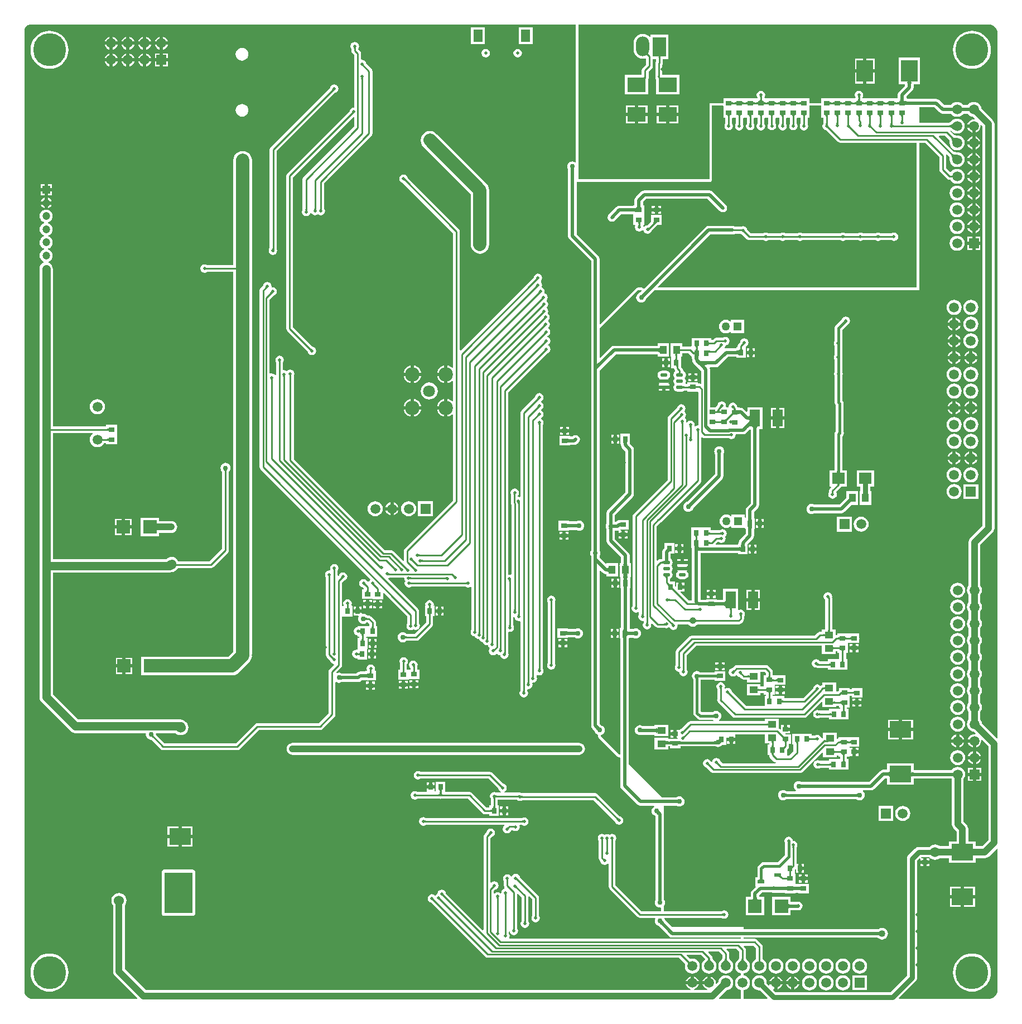
<source format=gbl>
G04*
G04 #@! TF.GenerationSoftware,Altium Limited,Altium Designer,23.10.1 (27)*
G04*
G04 Layer_Physical_Order=2*
G04 Layer_Color=16711680*
%FSLAX25Y25*%
%MOIN*%
G70*
G04*
G04 #@! TF.SameCoordinates,C39A602E-4AF5-4C04-9668-1E5429A84749*
G04*
G04*
G04 #@! TF.FilePolarity,Positive*
G04*
G01*
G75*
%ADD10C,0.01000*%
%ADD20C,0.02000*%
%ADD22R,0.03347X0.02756*%
%ADD24R,0.05118X0.03937*%
%ADD25R,0.02756X0.03347*%
%ADD36R,0.03937X0.05118*%
%ADD49C,0.03937*%
%ADD64R,0.07284X0.06693*%
%ADD66R,0.03937X0.02362*%
%ADD128C,0.05000*%
%ADD129C,0.08000*%
%ADD130C,0.04000*%
%ADD131C,0.01500*%
%ADD133C,0.19685*%
%ADD134R,0.07874X0.11811*%
%ADD135O,0.07874X0.11811*%
%ADD136C,0.05906*%
%ADD137R,0.05906X0.05906*%
%ADD138C,0.01968*%
%ADD139R,0.05315X0.07284*%
%ADD140R,0.05906X0.05906*%
%ADD141C,0.04724*%
%ADD142R,0.04724X0.04724*%
%ADD143C,0.08661*%
%ADD144C,0.07087*%
%ADD145C,0.05000*%
%ADD146R,0.05000X0.05000*%
%ADD147C,0.02000*%
%ADD148C,0.02362*%
%ADD149C,0.04000*%
%ADD150C,0.03000*%
%ADD151C,0.06000*%
%ADD152R,0.11024X0.08661*%
%ADD153R,0.09843X0.12992*%
%ADD154R,0.12992X0.09843*%
%ADD155R,0.06000X0.10000*%
%ADD156O,0.04331X0.01968*%
%ADD157R,0.04331X0.01968*%
%ADD158R,0.07874X0.07874*%
%ADD159C,0.03000*%
%ADD160R,0.17100X0.24400*%
G36*
X527385Y551696D02*
X527215Y551636D01*
X527065Y551536D01*
X526935Y551396D01*
X526825Y551216D01*
X526735Y550996D01*
X526665Y550736D01*
X526615Y550436D01*
X526585Y550096D01*
X526575Y549716D01*
X524575D01*
X524565Y550096D01*
X524535Y550436D01*
X524485Y550736D01*
X524415Y550996D01*
X524325Y551216D01*
X524215Y551396D01*
X524085Y551536D01*
X523935Y551636D01*
X523765Y551696D01*
X523575Y551716D01*
X527575D01*
X527385Y551696D01*
D02*
G37*
G36*
X437591Y543133D02*
X437557Y543083D01*
X437527Y543026D01*
X437501Y542961D01*
X437479Y542890D01*
X437461Y542811D01*
X437447Y542725D01*
X437437Y542632D01*
X437429Y542424D01*
X436429D01*
X436427Y542531D01*
X436411Y542725D01*
X436397Y542811D01*
X436379Y542890D01*
X436357Y542961D01*
X436331Y543026D01*
X436301Y543083D01*
X436267Y543133D01*
X436229Y543176D01*
X437629D01*
X437591Y543133D01*
D02*
G37*
G36*
X496148Y543118D02*
X496114Y543069D01*
X496084Y543011D01*
X496058Y542947D01*
X496036Y542875D01*
X496018Y542797D01*
X496004Y542711D01*
X495994Y542617D01*
X495986Y542409D01*
X494986D01*
X494984Y542517D01*
X494968Y542711D01*
X494954Y542797D01*
X494936Y542875D01*
X494914Y542947D01*
X494888Y543011D01*
X494858Y543069D01*
X494824Y543118D01*
X494786Y543161D01*
X496186D01*
X496148Y543118D01*
D02*
G37*
G36*
X522207Y542086D02*
X522260Y541446D01*
X522306Y541186D01*
X522365Y540966D01*
X522438Y540786D01*
X522524Y540646D01*
X522623Y540546D01*
X522736Y540486D01*
X522861Y540466D01*
X519539D01*
X519664Y540486D01*
X519777Y540546D01*
X519876Y540646D01*
X519962Y540786D01*
X520035Y540966D01*
X520094Y541186D01*
X520141Y541446D01*
X520174Y541746D01*
X520200Y542466D01*
X522200D01*
X522207Y542086D01*
D02*
G37*
G36*
X495991Y541274D02*
X496006Y541102D01*
X496031Y540950D01*
X496066Y540818D01*
X496111Y540707D01*
X496166Y540616D01*
X496231Y540545D01*
X496306Y540494D01*
X496391Y540464D01*
X496486Y540454D01*
X494486D01*
X494581Y540464D01*
X494666Y540494D01*
X494741Y540545D01*
X494806Y540616D01*
X494861Y540707D01*
X494906Y540818D01*
X494941Y540950D01*
X494966Y541102D01*
X494981Y541274D01*
X494986Y541466D01*
X495986D01*
X495991Y541274D01*
D02*
G37*
G36*
X437434D02*
X437449Y541102D01*
X437474Y540950D01*
X437509Y540818D01*
X437554Y540707D01*
X437609Y540616D01*
X437674Y540545D01*
X437749Y540494D01*
X437834Y540464D01*
X437929Y540454D01*
X435929D01*
X436024Y540464D01*
X436109Y540494D01*
X436184Y540545D01*
X436249Y540616D01*
X436304Y540707D01*
X436349Y540818D01*
X436384Y540950D01*
X436409Y541102D01*
X436424Y541274D01*
X436429Y541466D01*
X437429D01*
X437434Y541274D01*
D02*
G37*
G36*
X519551Y539658D02*
X520212Y539702D01*
X520340Y539733D01*
X520434Y539768D01*
X520493Y539808D01*
Y538392D01*
X520434Y538432D01*
X520340Y538467D01*
X520212Y538498D01*
X520048Y538525D01*
X519616Y538567D01*
X519551Y538569D01*
Y538100D01*
X519541Y538195D01*
X519510Y538280D01*
X519460Y538355D01*
X519389Y538420D01*
X519298Y538475D01*
X519186Y538520D01*
X519055Y538555D01*
X518903Y538580D01*
X518731Y538595D01*
X518595Y538599D01*
X518334Y538600D01*
Y539600D01*
X518595Y539602D01*
X518731Y539605D01*
X518903Y539620D01*
X519055Y539645D01*
X519186Y539680D01*
X519298Y539725D01*
X519389Y539780D01*
X519460Y539845D01*
X519510Y539920D01*
X519541Y540005D01*
X519551Y540100D01*
Y539658D01*
D02*
G37*
G36*
X516431Y540005D02*
X516461Y539920D01*
X516512Y539845D01*
X516583Y539780D01*
X516674Y539725D01*
X516785Y539680D01*
X516917Y539645D01*
X517068Y539620D01*
X517240Y539605D01*
X517433Y539600D01*
Y538600D01*
X517240Y538595D01*
X517068Y538580D01*
X516917Y538555D01*
X516785Y538520D01*
X516674Y538475D01*
X516583Y538420D01*
X516512Y538355D01*
X516461Y538280D01*
X516431Y538195D01*
X516421Y538100D01*
Y540100D01*
X516431Y540005D01*
D02*
G37*
G36*
X513110Y538100D02*
X513100Y538195D01*
X513070Y538280D01*
X513020Y538355D01*
X512950Y538420D01*
X512860Y538475D01*
X512750Y538520D01*
X512620Y538555D01*
X512470Y538580D01*
X512300Y538595D01*
X512110Y538600D01*
Y539600D01*
X512300Y539605D01*
X512470Y539620D01*
X512620Y539645D01*
X512750Y539680D01*
X512860Y539725D01*
X512950Y539780D01*
X513020Y539845D01*
X513070Y539920D01*
X513100Y540005D01*
X513110Y540100D01*
Y538100D01*
D02*
G37*
G36*
X510014Y540005D02*
X510044Y539920D01*
X510094Y539845D01*
X510164Y539780D01*
X510254Y539725D01*
X510364Y539680D01*
X510494Y539645D01*
X510644Y539620D01*
X510814Y539605D01*
X511004Y539600D01*
Y538600D01*
X510814Y538595D01*
X510644Y538580D01*
X510494Y538555D01*
X510364Y538520D01*
X510254Y538475D01*
X510164Y538420D01*
X510094Y538355D01*
X510044Y538280D01*
X510014Y538195D01*
X510004Y538100D01*
Y540100D01*
X510014Y540005D01*
D02*
G37*
G36*
X506694Y538100D02*
X506683Y538195D01*
X506653Y538280D01*
X506602Y538355D01*
X506532Y538420D01*
X506441Y538475D01*
X506329Y538520D01*
X506198Y538555D01*
X506046Y538580D01*
X505874Y538595D01*
X505682Y538600D01*
Y539600D01*
X505874Y539605D01*
X506046Y539620D01*
X506198Y539645D01*
X506329Y539680D01*
X506441Y539725D01*
X506532Y539780D01*
X506602Y539845D01*
X506653Y539920D01*
X506683Y540005D01*
X506694Y540100D01*
Y538100D01*
D02*
G37*
G36*
X503574Y540005D02*
X503604Y539920D01*
X503655Y539845D01*
X503725Y539780D01*
X503817Y539725D01*
X503928Y539680D01*
X504059Y539645D01*
X504211Y539620D01*
X504383Y539605D01*
X504575Y539600D01*
Y538600D01*
X504383Y538595D01*
X504211Y538580D01*
X504059Y538555D01*
X503928Y538520D01*
X503817Y538475D01*
X503725Y538420D01*
X503655Y538355D01*
X503604Y538280D01*
X503574Y538195D01*
X503563Y538100D01*
Y540100D01*
X503574Y540005D01*
D02*
G37*
G36*
X500253Y538100D02*
X500243Y538195D01*
X500213Y538280D01*
X500163Y538355D01*
X500093Y538420D01*
X500003Y538475D01*
X499893Y538520D01*
X499763Y538555D01*
X499613Y538580D01*
X499443Y538595D01*
X499253Y538600D01*
Y539600D01*
X499443Y539605D01*
X499613Y539620D01*
X499763Y539645D01*
X499893Y539680D01*
X500003Y539725D01*
X500093Y539780D01*
X500163Y539845D01*
X500213Y539920D01*
X500243Y540005D01*
X500253Y540100D01*
Y538100D01*
D02*
G37*
G36*
X497157Y540005D02*
X497187Y539920D01*
X497237Y539845D01*
X497307Y539780D01*
X497397Y539725D01*
X497507Y539680D01*
X497637Y539645D01*
X497787Y539620D01*
X497957Y539605D01*
X498147Y539600D01*
Y538600D01*
X497957Y538595D01*
X497787Y538580D01*
X497637Y538555D01*
X497507Y538520D01*
X497397Y538475D01*
X497307Y538420D01*
X497237Y538355D01*
X497187Y538280D01*
X497157Y538195D01*
X497147Y538100D01*
Y540100D01*
X497157Y540005D01*
D02*
G37*
G36*
X493836Y538100D02*
X493826Y538195D01*
X493796Y538280D01*
X493745Y538355D01*
X493675Y538420D01*
X493583Y538475D01*
X493472Y538520D01*
X493341Y538555D01*
X493189Y538580D01*
X493017Y538595D01*
X492825Y538600D01*
Y539600D01*
X493017Y539605D01*
X493189Y539620D01*
X493341Y539645D01*
X493472Y539680D01*
X493583Y539725D01*
X493675Y539780D01*
X493745Y539845D01*
X493796Y539920D01*
X493826Y540005D01*
X493836Y540100D01*
Y538100D01*
D02*
G37*
G36*
X490717Y540005D02*
X490747Y539920D01*
X490798Y539845D01*
X490868Y539780D01*
X490959Y539725D01*
X491071Y539680D01*
X491202Y539645D01*
X491354Y539620D01*
X491526Y539605D01*
X491718Y539600D01*
Y538600D01*
X491526Y538595D01*
X491354Y538580D01*
X491202Y538555D01*
X491071Y538520D01*
X490959Y538475D01*
X490868Y538420D01*
X490798Y538355D01*
X490747Y538280D01*
X490717Y538195D01*
X490706Y538100D01*
Y540100D01*
X490717Y540005D01*
D02*
G37*
G36*
X487396Y538100D02*
X487386Y538195D01*
X487356Y538280D01*
X487306Y538355D01*
X487236Y538420D01*
X487146Y538475D01*
X487036Y538520D01*
X486906Y538555D01*
X486756Y538580D01*
X486586Y538595D01*
X486396Y538600D01*
Y539600D01*
X486586Y539605D01*
X486756Y539620D01*
X486906Y539645D01*
X487036Y539680D01*
X487146Y539725D01*
X487236Y539780D01*
X487306Y539845D01*
X487356Y539920D01*
X487386Y540005D01*
X487396Y540100D01*
Y538100D01*
D02*
G37*
G36*
X484300Y540005D02*
X484330Y539920D01*
X484380Y539845D01*
X484450Y539780D01*
X484540Y539725D01*
X484650Y539680D01*
X484780Y539645D01*
X484930Y539620D01*
X485100Y539605D01*
X485290Y539600D01*
Y538600D01*
X485100Y538595D01*
X484930Y538580D01*
X484780Y538555D01*
X484650Y538520D01*
X484540Y538475D01*
X484450Y538420D01*
X484380Y538355D01*
X484330Y538280D01*
X484300Y538195D01*
X484290Y538100D01*
Y540100D01*
X484300Y540005D01*
D02*
G37*
G36*
X480979Y538100D02*
X480969Y538195D01*
X480939Y538280D01*
X480888Y538355D01*
X480817Y538420D01*
X480726Y538475D01*
X480615Y538520D01*
X480483Y538555D01*
X480332Y538580D01*
X480160Y538595D01*
X479967Y538600D01*
Y539600D01*
X480160Y539605D01*
X480332Y539620D01*
X480483Y539645D01*
X480615Y539680D01*
X480726Y539725D01*
X480817Y539780D01*
X480888Y539845D01*
X480939Y539920D01*
X480969Y540005D01*
X480979Y540100D01*
Y538100D01*
D02*
G37*
G36*
X477859Y540005D02*
X477890Y539920D01*
X477940Y539845D01*
X478011Y539780D01*
X478102Y539725D01*
X478214Y539680D01*
X478345Y539645D01*
X478497Y539620D01*
X478669Y539605D01*
X478861Y539600D01*
Y538600D01*
X478669Y538595D01*
X478497Y538580D01*
X478345Y538555D01*
X478214Y538520D01*
X478102Y538475D01*
X478011Y538420D01*
X477940Y538355D01*
X477890Y538280D01*
X477859Y538195D01*
X477849Y538100D01*
Y540100D01*
X477859Y540005D01*
D02*
G37*
G36*
X461051Y538100D02*
X461041Y538195D01*
X461010Y538280D01*
X460960Y538355D01*
X460889Y538420D01*
X460798Y538475D01*
X460686Y538520D01*
X460555Y538555D01*
X460403Y538580D01*
X460231Y538595D01*
X460039Y538600D01*
Y539600D01*
X460231Y539605D01*
X460403Y539620D01*
X460555Y539645D01*
X460686Y539680D01*
X460798Y539725D01*
X460889Y539780D01*
X460960Y539845D01*
X461010Y539920D01*
X461041Y540005D01*
X461051Y540100D01*
Y538100D01*
D02*
G37*
G36*
X457916Y540005D02*
X457947Y539920D01*
X457997Y539845D01*
X458068Y539780D01*
X458159Y539725D01*
X458271Y539680D01*
X458402Y539645D01*
X458554Y539620D01*
X458726Y539605D01*
X458918Y539600D01*
Y538600D01*
X458726Y538595D01*
X458554Y538580D01*
X458402Y538555D01*
X458271Y538520D01*
X458159Y538475D01*
X458068Y538420D01*
X457997Y538355D01*
X457947Y538280D01*
X457916Y538195D01*
X457906Y538100D01*
Y540100D01*
X457916Y540005D01*
D02*
G37*
G36*
X454596Y538100D02*
X454586Y538195D01*
X454556Y538280D01*
X454506Y538355D01*
X454436Y538420D01*
X454346Y538475D01*
X454236Y538520D01*
X454106Y538555D01*
X453956Y538580D01*
X453786Y538595D01*
X453596Y538600D01*
Y539600D01*
X453786Y539605D01*
X453956Y539620D01*
X454106Y539645D01*
X454236Y539680D01*
X454346Y539725D01*
X454436Y539780D01*
X454506Y539845D01*
X454556Y539920D01*
X454586Y540005D01*
X454596Y540100D01*
Y538100D01*
D02*
G37*
G36*
X451485Y540005D02*
X451515Y539920D01*
X451566Y539845D01*
X451636Y539780D01*
X451725Y539725D01*
X451835Y539680D01*
X451966Y539645D01*
X452115Y539620D01*
X452285Y539605D01*
X452476Y539600D01*
Y538600D01*
X452285Y538595D01*
X452115Y538580D01*
X451966Y538555D01*
X451835Y538520D01*
X451725Y538475D01*
X451636Y538420D01*
X451566Y538355D01*
X451515Y538280D01*
X451485Y538195D01*
X451475Y538100D01*
Y540100D01*
X451485Y540005D01*
D02*
G37*
G36*
X448165Y538100D02*
X448155Y538195D01*
X448125Y538280D01*
X448074Y538355D01*
X448003Y538420D01*
X447912Y538475D01*
X447801Y538520D01*
X447669Y538555D01*
X447517Y538580D01*
X447345Y538595D01*
X447153Y538600D01*
Y539600D01*
X447345Y539605D01*
X447517Y539620D01*
X447669Y539645D01*
X447801Y539680D01*
X447912Y539725D01*
X448003Y539780D01*
X448074Y539845D01*
X448125Y539920D01*
X448155Y540005D01*
X448165Y540100D01*
Y538100D01*
D02*
G37*
G36*
X445031Y540005D02*
X445061Y539920D01*
X445112Y539845D01*
X445183Y539780D01*
X445274Y539725D01*
X445385Y539680D01*
X445516Y539645D01*
X445668Y539620D01*
X445840Y539605D01*
X446033Y539600D01*
Y538600D01*
X445840Y538595D01*
X445668Y538580D01*
X445516Y538555D01*
X445385Y538520D01*
X445274Y538475D01*
X445183Y538420D01*
X445112Y538355D01*
X445061Y538280D01*
X445031Y538195D01*
X445021Y538100D01*
Y540100D01*
X445031Y540005D01*
D02*
G37*
G36*
X441710Y538100D02*
X441700Y538195D01*
X441670Y538280D01*
X441620Y538355D01*
X441550Y538420D01*
X441460Y538475D01*
X441350Y538520D01*
X441220Y538555D01*
X441070Y538580D01*
X440900Y538595D01*
X440710Y538600D01*
Y539600D01*
X440900Y539605D01*
X441070Y539620D01*
X441220Y539645D01*
X441350Y539680D01*
X441460Y539725D01*
X441550Y539780D01*
X441620Y539845D01*
X441670Y539920D01*
X441700Y540005D01*
X441710Y540100D01*
Y538100D01*
D02*
G37*
G36*
X438600Y540005D02*
X438630Y539920D01*
X438680Y539845D01*
X438750Y539780D01*
X438840Y539725D01*
X438950Y539680D01*
X439080Y539645D01*
X439230Y539620D01*
X439400Y539605D01*
X439590Y539600D01*
Y538600D01*
X439400Y538595D01*
X439230Y538580D01*
X439080Y538555D01*
X438950Y538520D01*
X438840Y538475D01*
X438750Y538420D01*
X438680Y538355D01*
X438630Y538280D01*
X438600Y538195D01*
X438590Y538100D01*
Y540100D01*
X438600Y540005D01*
D02*
G37*
G36*
X435279Y538100D02*
X435269Y538195D01*
X435239Y538280D01*
X435188Y538355D01*
X435117Y538420D01*
X435026Y538475D01*
X434915Y538520D01*
X434783Y538555D01*
X434632Y538580D01*
X434460Y538595D01*
X434267Y538600D01*
Y539600D01*
X434460Y539605D01*
X434632Y539620D01*
X434783Y539645D01*
X434915Y539680D01*
X435026Y539725D01*
X435117Y539780D01*
X435188Y539845D01*
X435239Y539920D01*
X435269Y540005D01*
X435279Y540100D01*
Y538100D01*
D02*
G37*
G36*
X432145Y540005D02*
X432175Y539920D01*
X432226Y539845D01*
X432297Y539780D01*
X432388Y539725D01*
X432499Y539680D01*
X432631Y539645D01*
X432783Y539620D01*
X432955Y539605D01*
X433147Y539600D01*
Y538600D01*
X432955Y538595D01*
X432783Y538580D01*
X432631Y538555D01*
X432499Y538520D01*
X432388Y538475D01*
X432297Y538420D01*
X432226Y538355D01*
X432175Y538280D01*
X432145Y538195D01*
X432135Y538100D01*
Y540100D01*
X432145Y540005D01*
D02*
G37*
G36*
X428825Y538100D02*
X428815Y538195D01*
X428785Y538280D01*
X428734Y538355D01*
X428664Y538420D01*
X428575Y538475D01*
X428465Y538520D01*
X428335Y538555D01*
X428185Y538580D01*
X428015Y538595D01*
X427824Y538600D01*
Y539600D01*
X428015Y539605D01*
X428185Y539620D01*
X428335Y539645D01*
X428465Y539680D01*
X428575Y539725D01*
X428664Y539780D01*
X428734Y539845D01*
X428785Y539920D01*
X428815Y540005D01*
X428825Y540100D01*
Y538100D01*
D02*
G37*
G36*
X425714Y540005D02*
X425744Y539920D01*
X425794Y539845D01*
X425864Y539780D01*
X425954Y539725D01*
X426064Y539680D01*
X426194Y539645D01*
X426344Y539620D01*
X426514Y539605D01*
X426704Y539600D01*
Y538600D01*
X426514Y538595D01*
X426344Y538580D01*
X426194Y538555D01*
X426064Y538520D01*
X425954Y538475D01*
X425864Y538420D01*
X425794Y538355D01*
X425744Y538280D01*
X425714Y538195D01*
X425704Y538100D01*
Y540100D01*
X425714Y540005D01*
D02*
G37*
G36*
X422394Y538100D02*
X422383Y538195D01*
X422353Y538280D01*
X422302Y538355D01*
X422232Y538420D01*
X422141Y538475D01*
X422029Y538520D01*
X421898Y538555D01*
X421746Y538580D01*
X421574Y538595D01*
X421382Y538600D01*
Y539600D01*
X421574Y539605D01*
X421746Y539620D01*
X421898Y539645D01*
X422029Y539680D01*
X422141Y539725D01*
X422232Y539780D01*
X422302Y539845D01*
X422353Y539920D01*
X422383Y540005D01*
X422394Y540100D01*
Y538100D01*
D02*
G37*
G36*
X419259Y540005D02*
X419290Y539920D01*
X419340Y539845D01*
X419411Y539780D01*
X419502Y539725D01*
X419614Y539680D01*
X419745Y539645D01*
X419897Y539620D01*
X420069Y539605D01*
X420261Y539600D01*
Y538600D01*
X420069Y538595D01*
X419897Y538580D01*
X419745Y538555D01*
X419614Y538520D01*
X419502Y538475D01*
X419411Y538420D01*
X419340Y538355D01*
X419290Y538280D01*
X419259Y538195D01*
X419249Y538100D01*
Y540100D01*
X419259Y540005D01*
D02*
G37*
G36*
X522881Y540396D02*
X522941Y540334D01*
X523041Y540279D01*
X523181Y540232D01*
X523361Y540192D01*
X523581Y540159D01*
X524141Y540115D01*
X524861Y540100D01*
Y538100D01*
X524481Y538096D01*
X523361Y538009D01*
X523181Y537968D01*
X523041Y537921D01*
X522941Y537866D01*
X522881Y537804D01*
X522861Y537734D01*
Y540466D01*
X522881Y540396D01*
D02*
G37*
G36*
X515676Y531831D02*
X515591Y531800D01*
X515516Y531749D01*
X515451Y531679D01*
X515396Y531588D01*
X515351Y531476D01*
X515316Y531345D01*
X515291Y531193D01*
X515276Y531021D01*
X515271Y530829D01*
X514271D01*
X514266Y531021D01*
X514251Y531193D01*
X514226Y531345D01*
X514191Y531476D01*
X514146Y531588D01*
X514091Y531679D01*
X514026Y531749D01*
X513951Y531800D01*
X513866Y531831D01*
X513771Y531841D01*
X515771D01*
X515676Y531831D01*
D02*
G37*
G36*
X502819D02*
X502734Y531800D01*
X502659Y531749D01*
X502594Y531679D01*
X502539Y531588D01*
X502494Y531476D01*
X502459Y531345D01*
X502434Y531193D01*
X502419Y531021D01*
X502414Y530829D01*
X501414D01*
X501409Y531021D01*
X501394Y531193D01*
X501369Y531345D01*
X501334Y531476D01*
X501289Y531588D01*
X501234Y531679D01*
X501169Y531749D01*
X501094Y531800D01*
X501009Y531831D01*
X500914Y531841D01*
X502914D01*
X502819Y531831D01*
D02*
G37*
G36*
X489962D02*
X489877Y531800D01*
X489802Y531749D01*
X489737Y531679D01*
X489682Y531588D01*
X489637Y531476D01*
X489602Y531345D01*
X489577Y531193D01*
X489562Y531021D01*
X489557Y530829D01*
X488557D01*
X488552Y531021D01*
X488537Y531193D01*
X488512Y531345D01*
X488477Y531476D01*
X488432Y531588D01*
X488377Y531679D01*
X488312Y531749D01*
X488237Y531800D01*
X488152Y531831D01*
X488057Y531841D01*
X490057D01*
X489962Y531831D01*
D02*
G37*
G36*
X477105D02*
X477020Y531800D01*
X476945Y531749D01*
X476880Y531679D01*
X476825Y531588D01*
X476780Y531476D01*
X476745Y531345D01*
X476720Y531193D01*
X476705Y531021D01*
X476700Y530829D01*
X475700D01*
X475695Y531021D01*
X475680Y531193D01*
X475655Y531345D01*
X475620Y531476D01*
X475575Y531588D01*
X475520Y531679D01*
X475455Y531749D01*
X475380Y531800D01*
X475295Y531831D01*
X475200Y531841D01*
X477200D01*
X477105Y531831D01*
D02*
G37*
G36*
X457162D02*
X457077Y531800D01*
X457002Y531749D01*
X456937Y531679D01*
X456882Y531588D01*
X456837Y531476D01*
X456802Y531345D01*
X456777Y531193D01*
X456762Y531021D01*
X456757Y530829D01*
X455757D01*
X455752Y531021D01*
X455737Y531193D01*
X455712Y531345D01*
X455677Y531476D01*
X455632Y531588D01*
X455577Y531679D01*
X455512Y531749D01*
X455437Y531800D01*
X455352Y531831D01*
X455257Y531841D01*
X457257D01*
X457162Y531831D01*
D02*
G37*
G36*
X444276D02*
X444191Y531800D01*
X444116Y531749D01*
X444051Y531679D01*
X443996Y531588D01*
X443951Y531476D01*
X443916Y531345D01*
X443891Y531193D01*
X443876Y531021D01*
X443871Y530829D01*
X442871D01*
X442866Y531021D01*
X442851Y531193D01*
X442826Y531345D01*
X442791Y531476D01*
X442746Y531588D01*
X442691Y531679D01*
X442626Y531749D01*
X442551Y531800D01*
X442466Y531831D01*
X442371Y531841D01*
X444371D01*
X444276Y531831D01*
D02*
G37*
G36*
X431391D02*
X431306Y531800D01*
X431231Y531749D01*
X431166Y531679D01*
X431111Y531588D01*
X431066Y531476D01*
X431031Y531345D01*
X431006Y531193D01*
X430991Y531021D01*
X430986Y530829D01*
X429986D01*
X429981Y531021D01*
X429966Y531193D01*
X429941Y531345D01*
X429906Y531476D01*
X429861Y531588D01*
X429806Y531679D01*
X429741Y531749D01*
X429666Y531800D01*
X429581Y531831D01*
X429486Y531841D01*
X431486D01*
X431391Y531831D01*
D02*
G37*
G36*
X418534D02*
X418449Y531800D01*
X418374Y531749D01*
X418309Y531679D01*
X418254Y531588D01*
X418209Y531476D01*
X418174Y531345D01*
X418149Y531193D01*
X418134Y531021D01*
X418129Y530829D01*
X417129D01*
X417124Y531021D01*
X417109Y531193D01*
X417084Y531345D01*
X417049Y531476D01*
X417004Y531588D01*
X416949Y531679D01*
X416884Y531749D01*
X416809Y531800D01*
X416724Y531831D01*
X416629Y531841D01*
X418629D01*
X418534Y531831D01*
D02*
G37*
G36*
X522105Y531831D02*
X522020Y531800D01*
X521945Y531749D01*
X521880Y531679D01*
X521825Y531588D01*
X521780Y531476D01*
X521745Y531345D01*
X521720Y531193D01*
X521705Y531021D01*
X521700Y530829D01*
X520700D01*
X520695Y531021D01*
X520680Y531193D01*
X520655Y531345D01*
X520620Y531476D01*
X520575Y531588D01*
X520520Y531679D01*
X520455Y531749D01*
X520380Y531800D01*
X520295Y531831D01*
X520200Y531841D01*
X522200D01*
X522105Y531831D01*
D02*
G37*
G36*
X509105D02*
X509020Y531800D01*
X508945Y531749D01*
X508880Y531679D01*
X508825Y531588D01*
X508780Y531476D01*
X508745Y531345D01*
X508720Y531193D01*
X508705Y531021D01*
X508700Y530829D01*
X507700D01*
X507695Y531021D01*
X507680Y531193D01*
X507655Y531345D01*
X507620Y531476D01*
X507575Y531588D01*
X507520Y531679D01*
X507455Y531749D01*
X507380Y531800D01*
X507295Y531831D01*
X507200Y531841D01*
X509200D01*
X509105Y531831D01*
D02*
G37*
G36*
X496391D02*
X496306Y531800D01*
X496231Y531749D01*
X496166Y531679D01*
X496111Y531588D01*
X496066Y531476D01*
X496031Y531345D01*
X496006Y531193D01*
X495991Y531021D01*
X495986Y530829D01*
X494986D01*
X494981Y531021D01*
X494966Y531193D01*
X494941Y531345D01*
X494906Y531476D01*
X494861Y531588D01*
X494806Y531679D01*
X494741Y531749D01*
X494666Y531800D01*
X494581Y531831D01*
X494486Y531841D01*
X496486D01*
X496391Y531831D01*
D02*
G37*
G36*
X483405D02*
X483320Y531800D01*
X483245Y531749D01*
X483180Y531679D01*
X483125Y531588D01*
X483080Y531476D01*
X483045Y531345D01*
X483020Y531193D01*
X483005Y531021D01*
X483000Y530829D01*
X482000D01*
X481995Y531021D01*
X481980Y531193D01*
X481955Y531345D01*
X481920Y531476D01*
X481875Y531588D01*
X481820Y531679D01*
X481755Y531749D01*
X481680Y531800D01*
X481595Y531831D01*
X481500Y531841D01*
X483500D01*
X483405Y531831D01*
D02*
G37*
G36*
X463605D02*
X463520Y531800D01*
X463445Y531749D01*
X463380Y531679D01*
X463325Y531588D01*
X463280Y531476D01*
X463245Y531345D01*
X463220Y531193D01*
X463205Y531021D01*
X463200Y530829D01*
X462200D01*
X462195Y531021D01*
X462180Y531193D01*
X462155Y531345D01*
X462120Y531476D01*
X462075Y531588D01*
X462020Y531679D01*
X461955Y531749D01*
X461880Y531800D01*
X461795Y531831D01*
X461700Y531841D01*
X463700D01*
X463605Y531831D01*
D02*
G37*
G36*
X450719D02*
X450634Y531800D01*
X450559Y531749D01*
X450494Y531679D01*
X450439Y531588D01*
X450394Y531476D01*
X450359Y531345D01*
X450334Y531193D01*
X450319Y531021D01*
X450314Y530829D01*
X449314D01*
X449309Y531021D01*
X449294Y531193D01*
X449269Y531345D01*
X449234Y531476D01*
X449189Y531588D01*
X449134Y531679D01*
X449069Y531749D01*
X448994Y531800D01*
X448909Y531831D01*
X448814Y531841D01*
X450814D01*
X450719Y531831D01*
D02*
G37*
G36*
X437834D02*
X437749Y531800D01*
X437674Y531749D01*
X437609Y531679D01*
X437554Y531588D01*
X437509Y531476D01*
X437474Y531345D01*
X437449Y531193D01*
X437434Y531021D01*
X437429Y530829D01*
X436429D01*
X436424Y531021D01*
X436409Y531193D01*
X436384Y531345D01*
X436349Y531476D01*
X436304Y531588D01*
X436249Y531679D01*
X436184Y531749D01*
X436109Y531800D01*
X436024Y531831D01*
X435929Y531841D01*
X437929D01*
X437834Y531831D01*
D02*
G37*
G36*
X424948D02*
X424863Y531800D01*
X424788Y531749D01*
X424723Y531679D01*
X424668Y531588D01*
X424623Y531476D01*
X424588Y531345D01*
X424563Y531193D01*
X424548Y531021D01*
X424543Y530829D01*
X423543D01*
X423538Y531021D01*
X423523Y531193D01*
X423498Y531345D01*
X423463Y531476D01*
X423418Y531588D01*
X423363Y531679D01*
X423298Y531749D01*
X423223Y531800D01*
X423138Y531831D01*
X423043Y531841D01*
X425043D01*
X424948Y531831D01*
D02*
G37*
G36*
X543598Y533498D02*
X544424Y532945D01*
X545400Y532751D01*
X550443D01*
X550924Y532124D01*
X551854Y531411D01*
X552938Y530962D01*
X554100Y530809D01*
X555262Y530962D01*
X556346Y531411D01*
X557276Y532124D01*
X557757Y532751D01*
X560443D01*
X560924Y532124D01*
X561854Y531411D01*
X562938Y530962D01*
X563523Y530885D01*
X564695Y529713D01*
X564461Y529239D01*
X564100Y529287D01*
X563068Y529151D01*
X562107Y528753D01*
X561281Y528119D01*
X560647Y527293D01*
X560249Y526332D01*
X560245Y526300D01*
X564100D01*
Y525300D01*
X565100D01*
Y521445D01*
X565132Y521449D01*
X566093Y521847D01*
X566919Y522481D01*
X567553Y523307D01*
X567951Y524268D01*
X568087Y525300D01*
X568039Y525661D01*
X568513Y525895D01*
X569370Y525038D01*
Y286562D01*
X562004Y279196D01*
X561443Y278465D01*
X561090Y277614D01*
X560970Y276700D01*
Y250814D01*
X560610Y250346D01*
X560162Y249262D01*
X560009Y248100D01*
X560162Y246938D01*
X560610Y245854D01*
X560922Y245448D01*
X560970Y244150D01*
Y240814D01*
X560610Y240346D01*
X560162Y239262D01*
X560009Y238100D01*
X560162Y236938D01*
X560610Y235854D01*
X560922Y235448D01*
X560970Y234151D01*
Y230814D01*
X560610Y230346D01*
X560162Y229262D01*
X560009Y228100D01*
X560162Y226938D01*
X560610Y225854D01*
X560922Y225448D01*
X560970Y224150D01*
Y220814D01*
X560610Y220346D01*
X560162Y219262D01*
X560009Y218100D01*
X560162Y216938D01*
X560610Y215854D01*
X560922Y215448D01*
X560970Y214151D01*
Y210814D01*
X560610Y210346D01*
X560162Y209262D01*
X560009Y208100D01*
X560162Y206938D01*
X560610Y205854D01*
X560922Y205448D01*
X560970Y204151D01*
Y200814D01*
X560610Y200346D01*
X560162Y199262D01*
X560009Y198100D01*
X560162Y196938D01*
X560610Y195854D01*
X560922Y195448D01*
X560970Y194150D01*
Y190814D01*
X560610Y190346D01*
X560162Y189262D01*
X560009Y188100D01*
X560162Y186938D01*
X560610Y185854D01*
X560922Y185448D01*
X560970Y184151D01*
Y180814D01*
X560610Y180346D01*
X560162Y179262D01*
X560009Y178100D01*
X560162Y176938D01*
X560610Y175854D01*
X560922Y175448D01*
X560970Y174151D01*
Y170814D01*
X560610Y170346D01*
X560162Y169262D01*
X560009Y168100D01*
X560162Y166938D01*
X560610Y165854D01*
X561324Y164924D01*
X562254Y164210D01*
X563338Y163762D01*
X563923Y163685D01*
X565095Y162513D01*
X564861Y162039D01*
X564500Y162087D01*
X563468Y161951D01*
X562507Y161553D01*
X561681Y160919D01*
X561047Y160093D01*
X560649Y159132D01*
X560645Y159100D01*
X564500D01*
Y158100D01*
X565500D01*
Y154245D01*
X565532Y154249D01*
X566493Y154647D01*
X567319Y155281D01*
X567953Y156107D01*
X568351Y157068D01*
X568487Y158100D01*
X568439Y158461D01*
X568913Y158695D01*
X572770Y154838D01*
Y98662D01*
X569238Y95130D01*
X565296D01*
Y98021D01*
X560830D01*
Y105500D01*
X560710Y106414D01*
X560357Y107265D01*
X559796Y107996D01*
X558030Y109762D01*
Y135386D01*
X558390Y135854D01*
X558838Y136938D01*
X558991Y138100D01*
X558838Y139262D01*
X558390Y140346D01*
X557676Y141276D01*
X556746Y141990D01*
X555662Y142438D01*
X554500Y142591D01*
X553338Y142438D01*
X552254Y141990D01*
X551324Y141276D01*
X550843Y140649D01*
X528406D01*
X528343Y140655D01*
Y144713D01*
X512351D01*
Y140846D01*
X512284Y140840D01*
X509992D01*
X509016Y140647D01*
X508189Y140094D01*
X501663Y133568D01*
X461087D01*
X460994Y133639D01*
X460264Y133942D01*
X459481Y134045D01*
X458698Y133942D01*
X457968Y133639D01*
X457341Y133159D01*
X456861Y132532D01*
X456558Y131802D01*
X456455Y131019D01*
X456558Y130236D01*
X456861Y129506D01*
X457341Y128879D01*
X457843Y128494D01*
X457692Y127994D01*
X452147D01*
X452136Y127996D01*
X451713Y128321D01*
X450983Y128623D01*
X450200Y128726D01*
X449417Y128623D01*
X448687Y128321D01*
X448060Y127840D01*
X447579Y127213D01*
X447277Y126483D01*
X447174Y125700D01*
X447277Y124917D01*
X447579Y124187D01*
X448060Y123560D01*
X448687Y123080D01*
X449417Y122777D01*
X450200Y122674D01*
X450983Y122777D01*
X451713Y123080D01*
X452136Y123404D01*
X452159Y123406D01*
X493953D01*
X493964Y123404D01*
X494387Y123080D01*
X495117Y122777D01*
X495900Y122674D01*
X496683Y122777D01*
X497413Y123080D01*
X498040Y123560D01*
X498521Y124187D01*
X498823Y124917D01*
X498926Y125700D01*
X498823Y126483D01*
X498521Y127213D01*
X498040Y127840D01*
X497870Y127970D01*
X498040Y128470D01*
X502719D01*
X503694Y128664D01*
X504521Y129217D01*
X511047Y135742D01*
X512284D01*
X512351Y135737D01*
Y131870D01*
X528343D01*
Y135546D01*
X528406Y135551D01*
X550843D01*
X550970Y135386D01*
Y108300D01*
X551090Y107386D01*
X551443Y106535D01*
X552004Y105804D01*
X553770Y104038D01*
Y98021D01*
X549304D01*
Y95130D01*
X543791D01*
X543269Y95531D01*
X542175Y95984D01*
X541000Y96139D01*
X539825Y95984D01*
X538731Y95531D01*
X537791Y94809D01*
X537650Y94626D01*
X531100D01*
X530317Y94523D01*
X529587Y94221D01*
X528960Y93740D01*
X525063Y89842D01*
X524582Y89216D01*
X524280Y88486D01*
X524177Y87703D01*
Y18011D01*
X514218Y8052D01*
X445727D01*
X444362Y9418D01*
X444645Y9841D01*
X444868Y9749D01*
X444900Y9745D01*
Y12600D01*
X442045D01*
X442049Y12568D01*
X442141Y12345D01*
X441718Y12062D01*
X440367Y13413D01*
X440391Y13600D01*
X440238Y14762D01*
X439789Y15846D01*
X439076Y16776D01*
X438146Y17490D01*
X437062Y17938D01*
X435900Y18091D01*
X434738Y17938D01*
X433654Y17490D01*
X432724Y16776D01*
X432011Y15846D01*
X431562Y14762D01*
X431409Y13600D01*
X431562Y12438D01*
X432011Y11354D01*
X432724Y10424D01*
X433654Y9710D01*
X434738Y9262D01*
X435900Y9109D01*
X436087Y9133D01*
X440736Y4485D01*
X440545Y4023D01*
X426854Y4017D01*
X426500Y4371D01*
Y9188D01*
X427062Y9262D01*
X428146Y9710D01*
X429076Y10424D01*
X429789Y11354D01*
X430238Y12438D01*
X430391Y13600D01*
X430238Y14762D01*
X429789Y15846D01*
X429076Y16776D01*
X428146Y17490D01*
X427062Y17938D01*
X426500Y18012D01*
Y19188D01*
X427062Y19262D01*
X428146Y19711D01*
X429076Y20424D01*
X429789Y21354D01*
X430238Y22438D01*
X430391Y23600D01*
X430238Y24762D01*
X429789Y25846D01*
X429076Y26776D01*
X429022Y26817D01*
X428791Y27051D01*
X428358Y27548D01*
X428217Y27736D01*
X428100Y27914D01*
X428017Y28062D01*
X427966Y28176D01*
X427941Y28251D01*
X427939Y28257D01*
Y33200D01*
X427784Y33980D01*
X427342Y34642D01*
X426723Y35261D01*
X426930Y35761D01*
X432355D01*
X433861Y34255D01*
Y27575D01*
X433654Y27490D01*
X432724Y26776D01*
X432011Y25846D01*
X431562Y24762D01*
X431409Y23600D01*
X431562Y22438D01*
X432011Y21354D01*
X432724Y20424D01*
X433654Y19711D01*
X434738Y19262D01*
X435900Y19109D01*
X437062Y19262D01*
X438146Y19711D01*
X439076Y20424D01*
X439789Y21354D01*
X440238Y22438D01*
X440391Y23600D01*
X440238Y24762D01*
X439789Y25846D01*
X439076Y26776D01*
X438146Y27490D01*
X437939Y27575D01*
Y35100D01*
X437939Y35100D01*
X437784Y35880D01*
X437342Y36542D01*
X434642Y39242D01*
X433980Y39684D01*
X433200Y39839D01*
X426500D01*
Y40551D01*
X506691D01*
X506804Y40404D01*
X507535Y39843D01*
X508386Y39490D01*
X509300Y39370D01*
X510214Y39490D01*
X511065Y39843D01*
X511796Y40404D01*
X512357Y41135D01*
X512710Y41986D01*
X512830Y42900D01*
X512710Y43814D01*
X512357Y44665D01*
X511796Y45396D01*
X511065Y45957D01*
X510214Y46310D01*
X509300Y46430D01*
X508386Y46310D01*
X507535Y45957D01*
X507133Y45649D01*
X426500D01*
Y47100D01*
X413000D01*
X383505Y47100D01*
X379438Y51167D01*
X379423Y51283D01*
X379184Y51861D01*
X379376Y52257D01*
X379484Y52361D01*
X413467D01*
X413939Y52045D01*
X414915Y51851D01*
X415890Y52045D01*
X416717Y52598D01*
X417270Y53425D01*
X417464Y54400D01*
X417270Y55375D01*
X416717Y56202D01*
X415890Y56755D01*
X414915Y56949D01*
X413939Y56755D01*
X413467Y56439D01*
X378900D01*
Y59700D01*
X379120Y59987D01*
X379423Y60717D01*
X379526Y61500D01*
X379423Y62283D01*
X379120Y63013D01*
X379054Y63100D01*
X379049Y63187D01*
Y114300D01*
X378900Y115049D01*
Y119351D01*
X386594D01*
X386687Y119280D01*
X387417Y118977D01*
X388200Y118874D01*
X388983Y118977D01*
X389713Y119280D01*
X390340Y119760D01*
X390821Y120387D01*
X391123Y121117D01*
X391226Y121900D01*
X391123Y122683D01*
X390821Y123413D01*
X390340Y124040D01*
X389713Y124521D01*
X388983Y124823D01*
X388200Y124926D01*
X387417Y124823D01*
X386687Y124521D01*
X386600Y124454D01*
X386513Y124449D01*
X377751D01*
X365800Y136400D01*
X357955Y144246D01*
Y219127D01*
X358283D01*
Y219750D01*
X358297Y219751D01*
X360594D01*
X360687Y219680D01*
X361417Y219377D01*
X362200Y219274D01*
X362983Y219377D01*
X363713Y219680D01*
X364340Y220160D01*
X364820Y220787D01*
X365123Y221517D01*
X365226Y222300D01*
X365123Y223083D01*
X364820Y223813D01*
X364340Y224440D01*
X363713Y224921D01*
X362983Y225223D01*
X362200Y225326D01*
X361417Y225223D01*
X360687Y224921D01*
X360600Y224854D01*
X360513Y224849D01*
X358454D01*
Y249127D01*
X358784D01*
Y250443D01*
X358791Y250467D01*
X358784Y250554D01*
X358801Y250639D01*
X358784Y250726D01*
Y253874D01*
X358801Y253961D01*
X358784Y254049D01*
Y254107D01*
X358787Y254166D01*
X358784Y254176D01*
Y254909D01*
X358828Y255017D01*
X358931Y255800D01*
X358923Y255865D01*
X359253Y256241D01*
X359343D01*
Y257666D01*
X359360Y257753D01*
X359343Y257837D01*
X359351Y257922D01*
X359343Y257947D01*
Y262654D01*
X359351Y262680D01*
X359343Y262764D01*
X359360Y262847D01*
X359343Y262934D01*
Y264359D01*
X358428D01*
X358423Y264413D01*
Y268826D01*
X358229Y269801D01*
X357676Y270628D01*
X349649Y278656D01*
Y283751D01*
X351200D01*
X351578Y283826D01*
X352016Y283404D01*
Y282300D01*
X353690D01*
Y283678D01*
X353097D01*
X352869Y284178D01*
X352999Y284328D01*
X357863D01*
Y290084D01*
X351517D01*
Y289637D01*
X351130Y289561D01*
X350303Y289008D01*
X350149Y288854D01*
X349649Y288861D01*
Y293044D01*
X360302Y303698D01*
X360855Y304524D01*
X361049Y305500D01*
Y332100D01*
X360855Y333075D01*
X360302Y333902D01*
X358683Y335521D01*
Y336424D01*
X358687Y336435D01*
X358683Y336495D01*
Y336551D01*
X358701Y336639D01*
X358683Y336726D01*
Y341473D01*
X352928D01*
Y336726D01*
X352910Y336639D01*
X352928Y336551D01*
Y336495D01*
X352924Y336435D01*
X352928Y336424D01*
Y335127D01*
X353257D01*
Y334794D01*
X353451Y333819D01*
X354003Y332992D01*
X355951Y331044D01*
Y306556D01*
X345298Y295902D01*
X344745Y295075D01*
X344551Y294100D01*
Y287906D01*
X344479Y287813D01*
X344177Y287083D01*
X344074Y286300D01*
X344177Y285517D01*
X344479Y284787D01*
X344546Y284700D01*
X344551Y284613D01*
Y277600D01*
X344745Y276625D01*
X345298Y275798D01*
X353325Y267770D01*
Y264413D01*
X353321Y264359D01*
X352406D01*
Y262934D01*
X352388Y262847D01*
X352405Y262764D01*
X352397Y262680D01*
X352406Y262654D01*
Y256241D01*
X352558D01*
X352888Y255865D01*
X352880Y255800D01*
X352983Y255017D01*
X353028Y254909D01*
Y254176D01*
X353024Y254166D01*
X353028Y254107D01*
Y254049D01*
X353010Y253961D01*
X353028Y253874D01*
Y250726D01*
X353010Y250639D01*
X353027Y250554D01*
X353020Y250467D01*
X353028Y250443D01*
Y249127D01*
X353357D01*
Y225497D01*
X353355Y225473D01*
X352528D01*
Y224049D01*
X352510Y223961D01*
X352528Y223874D01*
Y223859D01*
X352521Y223777D01*
X352528Y223758D01*
Y220726D01*
X352510Y220639D01*
X352527Y220554D01*
X352520Y220467D01*
X352528Y220443D01*
Y219127D01*
X352856D01*
Y149997D01*
X352395Y149805D01*
X341111Y161089D01*
X341272Y161563D01*
X341383Y161577D01*
X342113Y161880D01*
X342740Y162360D01*
X343220Y162987D01*
X343523Y163717D01*
X343626Y164500D01*
X343523Y165283D01*
X343220Y166013D01*
X342740Y166640D01*
X342113Y167121D01*
X341383Y167423D01*
X341274Y167437D01*
X341209Y167496D01*
X340513Y168191D01*
Y259728D01*
X340975Y259920D01*
X342398Y258498D01*
X343225Y257945D01*
X344200Y257751D01*
X344531D01*
Y256241D01*
X351468D01*
Y264359D01*
X344531D01*
Y264227D01*
X344070Y264035D01*
X340513Y267591D01*
Y268594D01*
X340585Y268687D01*
X340887Y269417D01*
X340990Y270200D01*
X340887Y270983D01*
X340585Y271713D01*
X340518Y271800D01*
X340513Y271887D01*
Y379409D01*
X350124Y389019D01*
X375010D01*
X375073Y389014D01*
Y387509D01*
X382010D01*
Y395628D01*
X375073D01*
Y394123D01*
X375010Y394117D01*
X349068D01*
X348093Y393923D01*
X347266Y393371D01*
X340975Y387080D01*
X340513Y387272D01*
Y404414D01*
X352700Y416600D01*
X363400Y427300D01*
X365542D01*
X365733Y426838D01*
X364733Y425838D01*
X364617Y425823D01*
X363887Y425521D01*
X363260Y425040D01*
X362779Y424413D01*
X362477Y423683D01*
X362374Y422900D01*
X362477Y422117D01*
X362779Y421387D01*
X363260Y420760D01*
X363887Y420280D01*
X364617Y419977D01*
X365400Y419874D01*
X366183Y419977D01*
X366913Y420280D01*
X367540Y420760D01*
X368021Y421387D01*
X368323Y422117D01*
X368337Y422226D01*
X368396Y422291D01*
X373405Y427300D01*
X531500D01*
Y515361D01*
X534955D01*
X543461Y506855D01*
Y499400D01*
X543616Y498620D01*
X544058Y497958D01*
X548158Y493858D01*
X548158Y493858D01*
X548820Y493416D01*
X549600Y493261D01*
X549600Y493261D01*
X550125D01*
X550211Y493054D01*
X550924Y492124D01*
X551854Y491410D01*
X552938Y490962D01*
X554100Y490809D01*
X555262Y490962D01*
X556346Y491410D01*
X557276Y492124D01*
X557990Y493054D01*
X558438Y494138D01*
X558591Y495300D01*
X558438Y496462D01*
X557990Y497546D01*
X557276Y498476D01*
X556346Y499190D01*
X555262Y499638D01*
X554100Y499791D01*
X552938Y499638D01*
X551854Y499190D01*
X550924Y498476D01*
X550453Y497862D01*
X549954Y497829D01*
X547539Y500245D01*
Y507700D01*
X547491Y507941D01*
X547893Y508485D01*
X548019Y508498D01*
X549365Y507151D01*
X549369Y507146D01*
X549404Y507075D01*
X549448Y506958D01*
X549494Y506795D01*
X549537Y506587D01*
X549571Y506353D01*
X549615Y505696D01*
X549618Y505367D01*
X549609Y505300D01*
X549762Y504138D01*
X550211Y503054D01*
X550924Y502124D01*
X551854Y501410D01*
X552938Y500962D01*
X554100Y500809D01*
X555262Y500962D01*
X556346Y501410D01*
X557276Y502124D01*
X557990Y503054D01*
X558438Y504138D01*
X558591Y505300D01*
X558438Y506462D01*
X557990Y507546D01*
X557276Y508476D01*
X556346Y509190D01*
X555262Y509638D01*
X554100Y509791D01*
X554033Y509782D01*
X553704Y509785D01*
X553047Y509829D01*
X552813Y509863D01*
X552605Y509906D01*
X552442Y509952D01*
X552325Y509996D01*
X552254Y510031D01*
X552249Y510035D01*
X543285Y518999D01*
X543476Y519461D01*
X547055D01*
X549365Y517151D01*
X549369Y517146D01*
X549404Y517075D01*
X549448Y516958D01*
X549494Y516795D01*
X549537Y516587D01*
X549571Y516353D01*
X549615Y515696D01*
X549618Y515367D01*
X549609Y515300D01*
X549762Y514138D01*
X550211Y513054D01*
X550924Y512124D01*
X551854Y511411D01*
X552938Y510962D01*
X554100Y510809D01*
X555262Y510962D01*
X556346Y511411D01*
X557276Y512124D01*
X557990Y513054D01*
X558438Y514138D01*
X558591Y515300D01*
X558438Y516462D01*
X557990Y517546D01*
X557276Y518476D01*
X556346Y519190D01*
X555262Y519638D01*
X554100Y519791D01*
X554033Y519782D01*
X553704Y519785D01*
X553047Y519829D01*
X552813Y519863D01*
X552605Y519906D01*
X552442Y519952D01*
X552325Y519996D01*
X552254Y520031D01*
X552249Y520035D01*
X550144Y522140D01*
X550349Y522642D01*
X550401Y522643D01*
X550610Y522456D01*
X550873Y522190D01*
X550875Y522188D01*
X550924Y522124D01*
X551854Y521411D01*
X552938Y520962D01*
X554100Y520809D01*
X555262Y520962D01*
X556346Y521411D01*
X557276Y522124D01*
X557990Y523054D01*
X558438Y524138D01*
X558591Y525300D01*
X558438Y526462D01*
X557990Y527546D01*
X557276Y528476D01*
X556346Y529189D01*
X555262Y529638D01*
X554100Y529791D01*
X552938Y529638D01*
X551854Y529189D01*
X550924Y528476D01*
X550890Y528432D01*
X550688Y528237D01*
X550180Y527805D01*
X549986Y527663D01*
X549804Y527546D01*
X549652Y527462D01*
X549535Y527410D01*
X549457Y527384D01*
X549450Y527382D01*
X531500D01*
Y536551D01*
X540544D01*
X543598Y533498D01*
D02*
G37*
G36*
X521702Y528558D02*
X521718Y528365D01*
X521732Y528279D01*
X521750Y528200D01*
X521772Y528128D01*
X521798Y528064D01*
X521828Y528007D01*
X521862Y527957D01*
X521900Y527914D01*
X520500D01*
X520538Y527957D01*
X520572Y528007D01*
X520602Y528064D01*
X520628Y528128D01*
X520650Y528200D01*
X520668Y528279D01*
X520682Y528365D01*
X520692Y528458D01*
X520700Y528666D01*
X521700D01*
X521702Y528558D01*
D02*
G37*
G36*
X483002Y527058D02*
X483018Y526865D01*
X483032Y526779D01*
X483050Y526700D01*
X483072Y526628D01*
X483098Y526564D01*
X483128Y526507D01*
X483162Y526457D01*
X483200Y526414D01*
X481800D01*
X481838Y526457D01*
X481872Y526507D01*
X481902Y526564D01*
X481928Y526628D01*
X481950Y526700D01*
X481968Y526779D01*
X481982Y526865D01*
X481992Y526958D01*
X482000Y527166D01*
X483000D01*
X483002Y527058D01*
D02*
G37*
G36*
X418131Y526744D02*
X418147Y526551D01*
X418161Y526465D01*
X418179Y526386D01*
X418201Y526314D01*
X418227Y526250D01*
X418257Y526193D01*
X418291Y526143D01*
X418329Y526100D01*
X416929D01*
X416967Y526143D01*
X417001Y526193D01*
X417031Y526250D01*
X417057Y526314D01*
X417079Y526386D01*
X417097Y526465D01*
X417111Y526551D01*
X417121Y526644D01*
X417129Y526852D01*
X418129D01*
X418131Y526744D01*
D02*
G37*
G36*
X515274Y526760D02*
X515290Y526567D01*
X515305Y526481D01*
X515323Y526403D01*
X515346Y526332D01*
X515373Y526268D01*
X515405Y526211D01*
X515440Y526162D01*
X515479Y526120D01*
X514080Y526080D01*
X514116Y526123D01*
X514149Y526173D01*
X514178Y526231D01*
X514202Y526296D01*
X514223Y526368D01*
X514241Y526447D01*
X514254Y526533D01*
X514269Y526727D01*
X514271Y526835D01*
X515271Y526868D01*
X515274Y526760D01*
D02*
G37*
G36*
X502416D02*
X502433Y526567D01*
X502448Y526481D01*
X502466Y526403D01*
X502489Y526332D01*
X502516Y526268D01*
X502547Y526211D01*
X502583Y526162D01*
X502622Y526120D01*
X501223Y526080D01*
X501259Y526123D01*
X501292Y526173D01*
X501320Y526231D01*
X501345Y526296D01*
X501366Y526368D01*
X501384Y526447D01*
X501397Y526533D01*
X501412Y526727D01*
X501414Y526835D01*
X502414Y526868D01*
X502416Y526760D01*
D02*
G37*
G36*
X489559D02*
X489576Y526567D01*
X489590Y526481D01*
X489609Y526403D01*
X489632Y526332D01*
X489659Y526268D01*
X489690Y526211D01*
X489725Y526162D01*
X489765Y526120D01*
X488366Y526080D01*
X488402Y526123D01*
X488435Y526173D01*
X488463Y526231D01*
X488488Y526296D01*
X488509Y526368D01*
X488526Y526447D01*
X488540Y526533D01*
X488555Y526727D01*
X488557Y526835D01*
X489557Y526868D01*
X489559Y526760D01*
D02*
G37*
G36*
X476702D02*
X476719Y526567D01*
X476733Y526481D01*
X476752Y526403D01*
X476775Y526332D01*
X476802Y526268D01*
X476833Y526211D01*
X476868Y526162D01*
X476908Y526120D01*
X475508Y526080D01*
X475545Y526123D01*
X475577Y526173D01*
X475606Y526231D01*
X475631Y526296D01*
X475652Y526368D01*
X475669Y526447D01*
X475683Y526533D01*
X475698Y526727D01*
X475700Y526835D01*
X476700Y526868D01*
X476702Y526760D01*
D02*
G37*
G36*
X456759D02*
X456776Y526567D01*
X456790Y526481D01*
X456809Y526403D01*
X456832Y526332D01*
X456859Y526268D01*
X456890Y526211D01*
X456925Y526162D01*
X456965Y526120D01*
X455566Y526080D01*
X455602Y526123D01*
X455634Y526173D01*
X455663Y526231D01*
X455688Y526296D01*
X455709Y526368D01*
X455726Y526447D01*
X455740Y526533D01*
X455755Y526727D01*
X455757Y526835D01*
X456757Y526868D01*
X456759Y526760D01*
D02*
G37*
G36*
X443874D02*
X443890Y526567D01*
X443905Y526481D01*
X443923Y526403D01*
X443946Y526332D01*
X443973Y526268D01*
X444004Y526211D01*
X444040Y526162D01*
X444079Y526120D01*
X442680Y526080D01*
X442716Y526123D01*
X442749Y526173D01*
X442777Y526231D01*
X442802Y526296D01*
X442824Y526368D01*
X442841Y526447D01*
X442854Y526533D01*
X442870Y526727D01*
X442871Y526835D01*
X443871Y526868D01*
X443874Y526760D01*
D02*
G37*
G36*
X430988D02*
X431004Y526567D01*
X431019Y526481D01*
X431038Y526403D01*
X431061Y526332D01*
X431088Y526268D01*
X431119Y526211D01*
X431154Y526162D01*
X431194Y526120D01*
X429794Y526080D01*
X429831Y526123D01*
X429863Y526173D01*
X429892Y526231D01*
X429917Y526296D01*
X429938Y526368D01*
X429955Y526447D01*
X429969Y526533D01*
X429984Y526727D01*
X429986Y526835D01*
X430986Y526868D01*
X430988Y526760D01*
D02*
G37*
G36*
X496701Y526933D02*
X496720Y526743D01*
X496737Y526659D01*
X496759Y526583D01*
X496785Y526516D01*
X496817Y526456D01*
X496853Y526404D01*
X496894Y526361D01*
X496940Y526325D01*
X495566Y526057D01*
X495591Y526099D01*
X495614Y526149D01*
X495634Y526205D01*
X495651Y526270D01*
X495665Y526342D01*
X495686Y526508D01*
X495693Y526602D01*
X495698Y526812D01*
X496698Y527041D01*
X496701Y526933D01*
D02*
G37*
G36*
X463200Y526740D02*
X463202Y526632D01*
X463217Y526438D01*
X463230Y526352D01*
X463247Y526272D01*
X463267Y526200D01*
X463292Y526135D01*
X463320Y526078D01*
X463351Y526027D01*
X463387Y525983D01*
X461988Y526044D01*
X462029Y526085D01*
X462065Y526134D01*
X462096Y526191D01*
X462124Y526254D01*
X462147Y526325D01*
X462166Y526403D01*
X462181Y526489D01*
X462191Y526582D01*
X462200Y526789D01*
X463200Y526740D01*
D02*
G37*
G36*
X450314D02*
X450316Y526632D01*
X450331Y526438D01*
X450344Y526352D01*
X450361Y526272D01*
X450382Y526200D01*
X450406Y526135D01*
X450434Y526078D01*
X450466Y526027D01*
X450501Y525983D01*
X449103Y526044D01*
X449143Y526085D01*
X449179Y526134D01*
X449211Y526191D01*
X449238Y526254D01*
X449261Y526325D01*
X449280Y526403D01*
X449295Y526489D01*
X449306Y526582D01*
X449314Y526789D01*
X450314Y526740D01*
D02*
G37*
G36*
X437429D02*
X437430Y526632D01*
X437445Y526438D01*
X437459Y526352D01*
X437475Y526272D01*
X437496Y526200D01*
X437520Y526135D01*
X437548Y526078D01*
X437580Y526027D01*
X437616Y525983D01*
X436217Y526044D01*
X436257Y526085D01*
X436293Y526134D01*
X436325Y526191D01*
X436352Y526254D01*
X436376Y526325D01*
X436395Y526403D01*
X436410Y526489D01*
X436420Y526582D01*
X436429Y526789D01*
X437429Y526740D01*
D02*
G37*
G36*
X424543D02*
X424545Y526632D01*
X424560Y526438D01*
X424573Y526352D01*
X424590Y526272D01*
X424610Y526200D01*
X424635Y526135D01*
X424663Y526078D01*
X424694Y526027D01*
X424730Y525983D01*
X423331Y526044D01*
X423372Y526085D01*
X423407Y526134D01*
X423439Y526191D01*
X423467Y526254D01*
X423490Y526325D01*
X423509Y526403D01*
X423524Y526489D01*
X423534Y526582D01*
X423543Y526789D01*
X424543Y526740D01*
D02*
G37*
G36*
X508702Y526558D02*
X508718Y526365D01*
X508732Y526279D01*
X508750Y526200D01*
X508772Y526128D01*
X508798Y526064D01*
X508828Y526007D01*
X508862Y525957D01*
X508900Y525914D01*
X507500D01*
X507538Y525957D01*
X507572Y526007D01*
X507602Y526064D01*
X507628Y526128D01*
X507650Y526200D01*
X507668Y526279D01*
X507682Y526365D01*
X507692Y526458D01*
X507700Y526666D01*
X508700D01*
X508702Y526558D01*
D02*
G37*
G36*
X515585Y526014D02*
X515634Y525978D01*
X515691Y525947D01*
X515754Y525919D01*
X515825Y525896D01*
X515903Y525877D01*
X515989Y525862D01*
X516082Y525851D01*
X516289Y525843D01*
X516240Y524843D01*
X516132Y524841D01*
X515938Y524826D01*
X515852Y524813D01*
X515772Y524796D01*
X515700Y524776D01*
X515635Y524751D01*
X515578Y524723D01*
X515527Y524691D01*
X515483Y524656D01*
X515544Y526054D01*
X515585Y526014D01*
D02*
G37*
G36*
X502946Y525319D02*
X502957Y525259D01*
X502977Y525198D01*
X503004Y525134D01*
X503039Y525068D01*
X503082Y524999D01*
X503133Y524928D01*
X503192Y524855D01*
X503333Y524703D01*
X502626Y523996D01*
X502549Y524070D01*
X502400Y524196D01*
X502330Y524247D01*
X502261Y524290D01*
X502195Y524325D01*
X502131Y524352D01*
X502069Y524371D01*
X502010Y524382D01*
X501953Y524386D01*
X502943Y525376D01*
X502946Y525319D01*
D02*
G37*
G36*
X490089D02*
X490100Y525259D01*
X490120Y525198D01*
X490147Y525134D01*
X490182Y525068D01*
X490225Y524999D01*
X490276Y524928D01*
X490335Y524855D01*
X490476Y524703D01*
X489769Y523996D01*
X489691Y524070D01*
X489543Y524196D01*
X489472Y524247D01*
X489404Y524290D01*
X489338Y524325D01*
X489274Y524352D01*
X489212Y524371D01*
X489153Y524382D01*
X489096Y524386D01*
X490086Y525376D01*
X490089Y525319D01*
D02*
G37*
G36*
X477232D02*
X477243Y525259D01*
X477262Y525198D01*
X477290Y525134D01*
X477325Y525068D01*
X477368Y524999D01*
X477419Y524928D01*
X477477Y524855D01*
X477619Y524703D01*
X476912Y523996D01*
X476834Y524070D01*
X476686Y524196D01*
X476615Y524247D01*
X476547Y524290D01*
X476481Y524325D01*
X476417Y524352D01*
X476355Y524371D01*
X476296Y524382D01*
X476239Y524386D01*
X477228Y525376D01*
X477232Y525319D01*
D02*
G37*
G36*
X551962Y523264D02*
X551665Y523564D01*
X551101Y524069D01*
X550832Y524274D01*
X550572Y524448D01*
X550322Y524590D01*
X550080Y524701D01*
X549848Y524780D01*
X549625Y524827D01*
X549411Y524843D01*
X549426Y525843D01*
X549637Y525858D01*
X549858Y525905D01*
X550091Y525983D01*
X550334Y526092D01*
X550588Y526231D01*
X550853Y526403D01*
X551129Y526605D01*
X551713Y527102D01*
X552022Y527397D01*
X551962Y523264D01*
D02*
G37*
G36*
X473027Y536222D02*
X473027D01*
Y536072D01*
X473027D01*
Y530317D01*
X474161D01*
Y526791D01*
X473874Y526361D01*
X473680Y525386D01*
X473874Y524410D01*
X474426Y523583D01*
X475253Y523031D01*
X475811Y522920D01*
X482772Y515958D01*
X482772Y515958D01*
X483434Y515516D01*
X484214Y515361D01*
X529971D01*
Y428829D01*
X375588D01*
X375396Y429291D01*
X406682Y460577D01*
X419826D01*
X420801Y460771D01*
X421274Y461087D01*
X424463D01*
X425125Y460645D01*
X425682Y460534D01*
X428448Y457768D01*
X429109Y457326D01*
X429890Y457171D01*
X438342D01*
X438814Y456855D01*
X439790Y456661D01*
X440765Y456855D01*
X441238Y457171D01*
X448542D01*
X449014Y456855D01*
X449990Y456661D01*
X450965Y456855D01*
X451438Y457171D01*
X458742D01*
X459214Y456855D01*
X460190Y456661D01*
X461165Y456855D01*
X461638Y457171D01*
X484442D01*
X484914Y456855D01*
X485890Y456661D01*
X486865Y456855D01*
X487338Y457171D01*
X494942D01*
X495414Y456855D01*
X496390Y456661D01*
X497365Y456855D01*
X497838Y457171D01*
X505442D01*
X505914Y456855D01*
X506890Y456661D01*
X507865Y456855D01*
X508338Y457171D01*
X514942D01*
X515414Y456855D01*
X516390Y456661D01*
X517365Y456855D01*
X518192Y457408D01*
X518745Y458235D01*
X518939Y459210D01*
X518745Y460186D01*
X518192Y461013D01*
X517365Y461565D01*
X516390Y461759D01*
X515414Y461565D01*
X514942Y461249D01*
X508338D01*
X507865Y461565D01*
X506890Y461759D01*
X505914Y461565D01*
X505442Y461249D01*
X497838D01*
X497365Y461565D01*
X496390Y461759D01*
X495414Y461565D01*
X494942Y461249D01*
X487338D01*
X486865Y461565D01*
X485890Y461759D01*
X484914Y461565D01*
X484442Y461249D01*
X461638D01*
X461165Y461565D01*
X460190Y461759D01*
X459214Y461565D01*
X458742Y461249D01*
X451438D01*
X450965Y461565D01*
X449990Y461759D01*
X449014Y461565D01*
X448542Y461249D01*
X441238D01*
X440765Y461565D01*
X439790Y461759D01*
X438814Y461565D01*
X438342Y461249D01*
X430734D01*
X428566Y463418D01*
X428455Y463975D01*
X427902Y464803D01*
X427075Y465355D01*
X426100Y465549D01*
X425125Y465355D01*
X424840Y465165D01*
X421274D01*
X420801Y465481D01*
X419826Y465675D01*
X405626D01*
X404651Y465481D01*
X403824Y464928D01*
X367246Y428350D01*
X366623Y428381D01*
X366127Y428713D01*
X365542Y428829D01*
X363400D01*
X362815Y428713D01*
X362319Y428381D01*
X351619Y417681D01*
X340975Y407038D01*
X340513Y407230D01*
Y445935D01*
X340319Y446911D01*
X339767Y447738D01*
X326749Y460756D01*
Y491864D01*
X327249Y492131D01*
X327315Y492087D01*
X327900Y491971D01*
X406200D01*
X406785Y492087D01*
X407281Y492419D01*
X407613Y492915D01*
X407729Y493500D01*
Y499000D01*
Y528000D01*
Y537571D01*
X414073D01*
X414427Y537217D01*
X414427Y536222D01*
X414427Y535722D01*
Y530317D01*
X415589D01*
Y526834D01*
X415274Y526361D01*
X415080Y525386D01*
X415274Y524410D01*
X415826Y523583D01*
X416653Y523031D01*
X417629Y522837D01*
X418604Y523031D01*
X419431Y523583D01*
X419983Y524410D01*
X420178Y525386D01*
X419983Y526361D01*
X419668Y526834D01*
Y529963D01*
X420021Y530317D01*
X420370D01*
X420870Y530317D01*
X421273Y530317D01*
X422004D01*
Y526812D01*
X421645Y526275D01*
X421451Y525300D01*
X421645Y524325D01*
X422198Y523498D01*
X423025Y522945D01*
X424000Y522751D01*
X424975Y522945D01*
X425802Y523498D01*
X426355Y524325D01*
X426549Y525300D01*
X426355Y526275D01*
X426082Y526684D01*
Y529963D01*
X426436Y530317D01*
X427216Y530317D01*
X427716Y530317D01*
X428446D01*
Y526791D01*
X428159Y526361D01*
X427965Y525386D01*
X428159Y524410D01*
X428712Y523583D01*
X429539Y523031D01*
X430514Y522837D01*
X431490Y523031D01*
X432317Y523583D01*
X432869Y524410D01*
X433063Y525386D01*
X432869Y526361D01*
X432525Y526877D01*
Y529963D01*
X432878Y530317D01*
X433255D01*
X433755Y530317D01*
X434159Y530317D01*
X434889D01*
Y526812D01*
X434531Y526275D01*
X434337Y525300D01*
X434531Y524325D01*
X435083Y523498D01*
X435910Y522945D01*
X436886Y522751D01*
X437861Y522945D01*
X438688Y523498D01*
X439241Y524325D01*
X439435Y525300D01*
X439241Y526275D01*
X438968Y526684D01*
Y529963D01*
X439321Y530317D01*
X440102Y530317D01*
X440602Y530317D01*
X441332D01*
Y526791D01*
X441045Y526361D01*
X440851Y525386D01*
X441045Y524410D01*
X441598Y523583D01*
X442424Y523031D01*
X443400Y522837D01*
X444375Y523031D01*
X445202Y523583D01*
X445755Y524410D01*
X445949Y525386D01*
X445755Y526361D01*
X445411Y526877D01*
Y529963D01*
X445764Y530317D01*
X446141D01*
X446641Y530317D01*
X447045Y530317D01*
X447775D01*
Y526812D01*
X447416Y526275D01*
X447222Y525300D01*
X447416Y524325D01*
X447969Y523498D01*
X448796Y522945D01*
X449771Y522751D01*
X450747Y522945D01*
X451574Y523498D01*
X452126Y524325D01*
X452320Y525300D01*
X452126Y526275D01*
X451853Y526684D01*
Y529963D01*
X452207Y530317D01*
X452987Y530317D01*
X453487Y530317D01*
X454218D01*
Y526791D01*
X453931Y526361D01*
X453737Y525386D01*
X453931Y524410D01*
X454483Y523583D01*
X455310Y523031D01*
X456286Y522837D01*
X457261Y523031D01*
X458088Y523583D01*
X458641Y524410D01*
X458835Y525386D01*
X458641Y526361D01*
X458296Y526877D01*
Y529963D01*
X458650Y530317D01*
X459027D01*
X459527Y530317D01*
X459930Y530317D01*
X460661D01*
Y526812D01*
X460302Y526275D01*
X460108Y525300D01*
X460302Y524325D01*
X460855Y523498D01*
X461682Y522945D01*
X462657Y522751D01*
X463632Y522945D01*
X464460Y523498D01*
X465012Y524325D01*
X465206Y525300D01*
X465012Y526275D01*
X464739Y526684D01*
Y530317D01*
X465873D01*
Y535722D01*
X465873Y536072D01*
X465873Y536573D01*
Y537571D01*
X473027D01*
Y536222D01*
D02*
G37*
G36*
X551304Y518825D02*
X551495Y518701D01*
X551715Y518592D01*
X551964Y518498D01*
X552242Y518420D01*
X552549Y518356D01*
X552885Y518307D01*
X553646Y518256D01*
X554071Y518253D01*
X551147Y515330D01*
X551144Y515754D01*
X551093Y516514D01*
X551044Y516851D01*
X550981Y517158D01*
X550902Y517437D01*
X550808Y517686D01*
X550699Y517905D01*
X550575Y518096D01*
X550436Y518257D01*
X551143Y518964D01*
X551304Y518825D01*
D02*
G37*
G36*
Y508825D02*
X551495Y508701D01*
X551715Y508592D01*
X551964Y508498D01*
X552242Y508420D01*
X552549Y508356D01*
X552885Y508307D01*
X553646Y508256D01*
X554071Y508253D01*
X551147Y505330D01*
X551144Y505754D01*
X551093Y506515D01*
X551044Y506851D01*
X550981Y507158D01*
X550902Y507437D01*
X550808Y507686D01*
X550699Y507905D01*
X550575Y508096D01*
X550436Y508257D01*
X551143Y508964D01*
X551304Y508825D01*
D02*
G37*
G36*
X900Y586102D02*
X326371D01*
Y506700D01*
Y503946D01*
X325871Y503699D01*
X325713Y503821D01*
X324983Y504123D01*
X324200Y504226D01*
X323417Y504123D01*
X322687Y503821D01*
X322060Y503340D01*
X321580Y502713D01*
X321277Y501983D01*
X321174Y501200D01*
X321277Y500417D01*
X321580Y499687D01*
X321646Y499600D01*
X321651Y499513D01*
Y459700D01*
X321845Y458724D01*
X322398Y457898D01*
X335416Y444880D01*
Y380465D01*
Y271806D01*
X335344Y271713D01*
X335042Y270983D01*
X334939Y270200D01*
X335042Y269417D01*
X335344Y268687D01*
X335411Y268600D01*
X335416Y268513D01*
Y266535D01*
Y167136D01*
X335610Y166160D01*
X336162Y165333D01*
X337662Y163833D01*
X337677Y163717D01*
X337980Y162987D01*
X338460Y162360D01*
X339087Y161880D01*
X339681Y161634D01*
X339663Y161581D01*
X339630Y161334D01*
X339582Y161089D01*
X339591Y161039D01*
X339585Y160989D01*
X339649Y160748D01*
X339698Y160504D01*
X339726Y160462D01*
X339739Y160413D01*
X339891Y160215D01*
X340030Y160008D01*
X351313Y148724D01*
X351809Y148392D01*
X352395Y148276D01*
X352856Y147865D01*
Y131395D01*
X353051Y130419D01*
X353603Y129592D01*
X363098Y120098D01*
X363925Y119545D01*
X364900Y119351D01*
X373061D01*
X373161Y118851D01*
X373087Y118821D01*
X372460Y118340D01*
X371979Y117713D01*
X371677Y116983D01*
X371574Y116200D01*
X371677Y115417D01*
X371979Y114687D01*
X372460Y114060D01*
X373087Y113579D01*
X373817Y113277D01*
X373926Y113263D01*
X373951Y113240D01*
Y63106D01*
X373880Y63013D01*
X373577Y62283D01*
X373474Y61500D01*
X373577Y60717D01*
X373880Y59987D01*
X374360Y59360D01*
X374987Y58880D01*
X375717Y58577D01*
X376500Y58474D01*
X376871Y58523D01*
X377371Y58094D01*
Y56439D01*
X365545D01*
X350039Y71945D01*
Y98552D01*
X350355Y99024D01*
X350549Y100000D01*
X350355Y100976D01*
X349802Y101802D01*
X348975Y102355D01*
X348000Y102549D01*
X347024Y102355D01*
X346425Y101954D01*
X345975Y102255D01*
X345000Y102449D01*
X344024Y102255D01*
X343650Y102005D01*
X342975Y102455D01*
X342000Y102649D01*
X341024Y102455D01*
X340198Y101902D01*
X339645Y101075D01*
X339451Y100100D01*
X339645Y99124D01*
X339961Y98652D01*
Y88000D01*
X340116Y87220D01*
X340558Y86558D01*
X341034Y86082D01*
X341145Y85524D01*
X341698Y84698D01*
X342525Y84145D01*
X343500Y83951D01*
X344476Y84145D01*
X345302Y84698D01*
X345461Y84935D01*
X345961Y84783D01*
Y71100D01*
X346116Y70320D01*
X346558Y69658D01*
X363258Y52958D01*
X363920Y52516D01*
X364700Y52361D01*
X364700Y52361D01*
X373574D01*
X373816Y51861D01*
X373577Y51283D01*
X373474Y50500D01*
X373577Y49717D01*
X373880Y48987D01*
X374360Y48360D01*
X374987Y47879D01*
X375717Y47577D01*
X375826Y47563D01*
X375891Y47504D01*
X382098Y41298D01*
X382925Y40745D01*
X383900Y40551D01*
X424971D01*
Y39839D01*
X286727D01*
X286492Y40280D01*
X286655Y40525D01*
X286849Y41500D01*
X286655Y42476D01*
X286339Y42948D01*
Y44107D01*
X286839Y44157D01*
X286945Y43624D01*
X287498Y42798D01*
X288324Y42245D01*
X289300Y42051D01*
X290276Y42245D01*
X291102Y42798D01*
X291655Y43624D01*
X291849Y44600D01*
X291655Y45575D01*
X291339Y46048D01*
Y66569D01*
X291801Y66761D01*
X293861Y64701D01*
Y50448D01*
X293545Y49975D01*
X293351Y49000D01*
X293545Y48024D01*
X294098Y47198D01*
X294924Y46645D01*
X295900Y46451D01*
X296876Y46645D01*
X297702Y47198D01*
X298255Y48024D01*
X298449Y49000D01*
X298255Y49975D01*
X297939Y50448D01*
Y64970D01*
X298439Y65177D01*
X300261Y63355D01*
Y53748D01*
X299945Y53276D01*
X299751Y52300D01*
X299945Y51324D01*
X300498Y50498D01*
X301325Y49945D01*
X302300Y49751D01*
X303275Y49945D01*
X304102Y50498D01*
X304655Y51324D01*
X304849Y52300D01*
X304655Y53276D01*
X304339Y53748D01*
Y64200D01*
X304184Y64980D01*
X303742Y65642D01*
X292851Y76533D01*
X292740Y77090D01*
X292188Y77917D01*
X291360Y78470D01*
X290385Y78664D01*
X289410Y78470D01*
X288583Y77917D01*
X288030Y77090D01*
X287503Y77003D01*
X287102Y77602D01*
X286276Y78155D01*
X285300Y78349D01*
X284325Y78155D01*
X283498Y77602D01*
X282945Y76775D01*
X282751Y75800D01*
X282945Y74825D01*
X283261Y74352D01*
Y71600D01*
X283416Y70820D01*
X283733Y70346D01*
X283560Y69802D01*
X283325Y69755D01*
X282498Y69202D01*
X281945Y68375D01*
X281751Y67400D01*
X281768Y67313D01*
X281664Y67225D01*
X281308Y67066D01*
X280575Y67555D01*
X279600Y67749D01*
X278625Y67555D01*
X277798Y67002D01*
X277712Y66874D01*
X277212Y67026D01*
Y68428D01*
X278018Y69234D01*
X278575Y69345D01*
X279402Y69898D01*
X279955Y70724D01*
X280149Y71700D01*
X279955Y72676D01*
X279402Y73502D01*
X278575Y74055D01*
X277600Y74249D01*
X276624Y74055D01*
X275798Y73502D01*
X275739Y73415D01*
X275239Y73567D01*
Y100055D01*
X275918Y100734D01*
X276476Y100845D01*
X277302Y101398D01*
X277855Y102225D01*
X278049Y103200D01*
X277855Y104175D01*
X277302Y105002D01*
X276476Y105555D01*
X275500Y105749D01*
X274524Y105555D01*
X273698Y105002D01*
X273145Y104175D01*
X273034Y103618D01*
X271758Y102342D01*
X271316Y101680D01*
X271161Y100900D01*
Y45276D01*
X270699Y45085D01*
X248666Y67118D01*
X248555Y67676D01*
X248002Y68502D01*
X247176Y69055D01*
X246200Y69249D01*
X245224Y69055D01*
X244398Y68502D01*
X243845Y67676D01*
X243651Y66700D01*
X243666Y66623D01*
X243324Y66555D01*
X242498Y66002D01*
X242498Y66002D01*
X242492Y65996D01*
X242128Y65728D01*
X241301Y66281D01*
X240326Y66475D01*
X239351Y66281D01*
X238524Y65728D01*
X237971Y64901D01*
X237777Y63926D01*
X237971Y62950D01*
X238524Y62124D01*
X239351Y61571D01*
X239843Y61473D01*
X272158Y29158D01*
X272820Y28716D01*
X273600Y28561D01*
X388055D01*
X391647Y24969D01*
X391562Y24762D01*
X391409Y23600D01*
X391562Y22438D01*
X392010Y21354D01*
X392724Y20424D01*
X393654Y19711D01*
X394738Y19262D01*
X395900Y19109D01*
X397062Y19262D01*
X398146Y19711D01*
X399076Y20424D01*
X399790Y21354D01*
X400238Y22438D01*
X400391Y23600D01*
X400238Y24762D01*
X399790Y25846D01*
X399076Y26776D01*
X398146Y27490D01*
X397062Y27938D01*
X395900Y28091D01*
X394738Y27938D01*
X394531Y27853D01*
X392485Y29899D01*
X392676Y30361D01*
X401055D01*
X403622Y27795D01*
X403583Y27736D01*
X403442Y27548D01*
X403009Y27051D01*
X402778Y26817D01*
X402724Y26776D01*
X402010Y25846D01*
X401562Y24762D01*
X401409Y23600D01*
X401562Y22438D01*
X402010Y21354D01*
X402724Y20424D01*
X403654Y19711D01*
X404738Y19262D01*
X405900Y19109D01*
X407062Y19262D01*
X408146Y19711D01*
X409076Y20424D01*
X409790Y21354D01*
X410238Y22438D01*
X410391Y23600D01*
X410238Y24762D01*
X409790Y25846D01*
X409076Y26776D01*
X409022Y26817D01*
X408791Y27051D01*
X408358Y27548D01*
X408217Y27736D01*
X408100Y27914D01*
X408017Y28062D01*
X407966Y28176D01*
X407940Y28251D01*
X407939Y28257D01*
Y28400D01*
X407784Y29180D01*
X407342Y29842D01*
X405485Y31699D01*
X405676Y32161D01*
X411955D01*
X413861Y30255D01*
Y28257D01*
X413860Y28251D01*
X413834Y28176D01*
X413783Y28062D01*
X413700Y27914D01*
X413583Y27736D01*
X413442Y27548D01*
X413009Y27051D01*
X412778Y26817D01*
X412724Y26776D01*
X412010Y25846D01*
X411562Y24762D01*
X411409Y23600D01*
X411562Y22438D01*
X412010Y21354D01*
X412724Y20424D01*
X413654Y19711D01*
X414738Y19262D01*
X415900Y19109D01*
X417062Y19262D01*
X418146Y19711D01*
X419076Y20424D01*
X419790Y21354D01*
X420238Y22438D01*
X420391Y23600D01*
X420238Y24762D01*
X419790Y25846D01*
X419076Y26776D01*
X419022Y26817D01*
X418791Y27051D01*
X418358Y27548D01*
X418217Y27736D01*
X418100Y27914D01*
X418017Y28062D01*
X417966Y28176D01*
X417941Y28251D01*
X417939Y28257D01*
Y31100D01*
X417784Y31880D01*
X417342Y32542D01*
X416385Y33499D01*
X416576Y33961D01*
X422255D01*
X423861Y32355D01*
Y28257D01*
X423860Y28251D01*
X423834Y28176D01*
X423783Y28062D01*
X423700Y27914D01*
X423583Y27736D01*
X423442Y27548D01*
X423009Y27051D01*
X422778Y26817D01*
X422724Y26776D01*
X422011Y25846D01*
X421562Y24762D01*
X421409Y23600D01*
X421562Y22438D01*
X422011Y21354D01*
X422724Y20424D01*
X423654Y19711D01*
X424738Y19262D01*
X424936Y19236D01*
X424971Y19188D01*
Y18012D01*
X424936Y17964D01*
X424738Y17938D01*
X423654Y17490D01*
X422724Y16776D01*
X422011Y15846D01*
X421562Y14762D01*
X421409Y13600D01*
X421562Y12438D01*
X422011Y11354D01*
X422724Y10424D01*
X423654Y9710D01*
X424738Y9262D01*
X424936Y9236D01*
X424971Y9188D01*
Y4371D01*
X424970Y4370D01*
X424531Y4016D01*
X411957Y4011D01*
X411766Y4473D01*
X416477Y9185D01*
X417062Y9262D01*
X418146Y9710D01*
X419076Y10424D01*
X419790Y11354D01*
X420238Y12438D01*
X420391Y13600D01*
X420238Y14762D01*
X419790Y15846D01*
X419076Y16776D01*
X418146Y17490D01*
X417062Y17938D01*
X415900Y18091D01*
X414738Y17938D01*
X413654Y17490D01*
X412724Y16776D01*
X412010Y15846D01*
X411562Y14762D01*
X411485Y14177D01*
X410313Y13005D01*
X409839Y13239D01*
X409887Y13600D01*
X409751Y14632D01*
X409353Y15593D01*
X408719Y16419D01*
X407893Y17053D01*
X406932Y17451D01*
X406900Y17455D01*
Y13600D01*
X405900D01*
Y12600D01*
X402045D01*
X402049Y12568D01*
X402447Y11607D01*
X403081Y10781D01*
X403907Y10147D01*
X404868Y9749D01*
X405011Y9730D01*
X404978Y9230D01*
X396822D01*
X396789Y9730D01*
X396932Y9749D01*
X397893Y10147D01*
X398719Y10781D01*
X399353Y11607D01*
X399751Y12568D01*
X399755Y12600D01*
X395900D01*
X392045D01*
X392049Y12568D01*
X392447Y11607D01*
X393081Y10781D01*
X393907Y10147D01*
X394868Y9749D01*
X395011Y9730D01*
X394978Y9230D01*
X69462D01*
X56830Y21862D01*
Y59909D01*
X57231Y60431D01*
X57684Y61525D01*
X57839Y62700D01*
X57684Y63875D01*
X57231Y64969D01*
X56509Y65909D01*
X55569Y66631D01*
X54475Y67084D01*
X53300Y67239D01*
X52125Y67084D01*
X51031Y66631D01*
X50091Y65909D01*
X49369Y64969D01*
X48916Y63875D01*
X48761Y62700D01*
X48916Y61525D01*
X49369Y60431D01*
X49770Y59909D01*
Y20400D01*
X49890Y19486D01*
X50243Y18635D01*
X50804Y17904D01*
X64372Y4336D01*
X64180Y3874D01*
X1656Y3849D01*
X610Y3987D01*
X-685Y4524D01*
X-1797Y5377D01*
X-2651Y6489D01*
X-3187Y7784D01*
X-3225Y8073D01*
X-3178Y581524D01*
X-3178Y582024D01*
X-3148Y582512D01*
X-3072Y583088D01*
X-2661Y584080D01*
X-2008Y584932D01*
X-1156Y585585D01*
X-164Y585996D01*
X797Y586123D01*
X900Y586102D01*
D02*
G37*
G36*
X325240Y500110D02*
X325232Y500075D01*
X325224Y500023D01*
X325213Y499868D01*
X325201Y499353D01*
X325200Y499182D01*
X323200D01*
X323150Y500129D01*
X325250D01*
X325240Y500110D01*
D02*
G37*
G36*
X420583Y463788D02*
X420633Y463754D01*
X420690Y463724D01*
X420755Y463698D01*
X420826Y463676D01*
X420905Y463658D01*
X420991Y463644D01*
X421084Y463634D01*
X421292Y463626D01*
Y462626D01*
X421184Y462624D01*
X420991Y462608D01*
X420905Y462594D01*
X420826Y462576D01*
X420755Y462554D01*
X420690Y462528D01*
X420633Y462498D01*
X420583Y462464D01*
X420540Y462426D01*
Y463826D01*
X420583Y463788D01*
D02*
G37*
G36*
X425303Y462396D02*
X425265Y462439D01*
X425218Y462478D01*
X425164Y462513D01*
X425103Y462543D01*
X425033Y462568D01*
X424956Y462589D01*
X424872Y462605D01*
X424780Y462617D01*
X424680Y462624D01*
X424573Y462626D01*
X424720Y463626D01*
X424828Y463628D01*
X425110Y463651D01*
X425190Y463666D01*
X425262Y463683D01*
X425327Y463704D01*
X425385Y463727D01*
X425436Y463754D01*
X425480Y463784D01*
X425303Y462396D01*
D02*
G37*
G36*
X427103Y462933D02*
X427115Y462874D01*
X427134Y462812D01*
X427161Y462748D01*
X427196Y462682D01*
X427239Y462613D01*
X427290Y462543D01*
X427349Y462470D01*
X427490Y462317D01*
X426783Y461610D01*
X426706Y461685D01*
X426557Y461810D01*
X426487Y461861D01*
X426418Y461904D01*
X426352Y461939D01*
X426288Y461966D01*
X426227Y461985D01*
X426167Y461997D01*
X426110Y462000D01*
X427100Y462990D01*
X427103Y462933D01*
D02*
G37*
G36*
X515676Y458510D02*
X515633Y458548D01*
X515583Y458582D01*
X515526Y458612D01*
X515461Y458638D01*
X515390Y458660D01*
X515311Y458678D01*
X515225Y458692D01*
X515132Y458702D01*
X514924Y458710D01*
Y459710D01*
X515031Y459712D01*
X515225Y459728D01*
X515311Y459742D01*
X515390Y459760D01*
X515461Y459782D01*
X515526Y459808D01*
X515583Y459838D01*
X515633Y459872D01*
X515676Y459910D01*
Y458510D01*
D02*
G37*
G36*
X507647Y459872D02*
X507697Y459838D01*
X507754Y459808D01*
X507818Y459782D01*
X507890Y459760D01*
X507969Y459742D01*
X508055Y459728D01*
X508148Y459718D01*
X508356Y459710D01*
Y458710D01*
X508248Y458708D01*
X508055Y458692D01*
X507969Y458678D01*
X507890Y458660D01*
X507818Y458638D01*
X507754Y458612D01*
X507697Y458582D01*
X507647Y458548D01*
X507604Y458510D01*
Y459910D01*
X507647Y459872D01*
D02*
G37*
G36*
X506176Y458510D02*
X506133Y458548D01*
X506083Y458582D01*
X506026Y458612D01*
X505961Y458638D01*
X505890Y458660D01*
X505811Y458678D01*
X505725Y458692D01*
X505632Y458702D01*
X505424Y458710D01*
Y459710D01*
X505531Y459712D01*
X505725Y459728D01*
X505811Y459742D01*
X505890Y459760D01*
X505961Y459782D01*
X506026Y459808D01*
X506083Y459838D01*
X506133Y459872D01*
X506176Y459910D01*
Y458510D01*
D02*
G37*
G36*
X497147Y459872D02*
X497197Y459838D01*
X497254Y459808D01*
X497318Y459782D01*
X497390Y459760D01*
X497469Y459742D01*
X497555Y459728D01*
X497648Y459718D01*
X497856Y459710D01*
Y458710D01*
X497748Y458708D01*
X497555Y458692D01*
X497469Y458678D01*
X497390Y458660D01*
X497318Y458638D01*
X497254Y458612D01*
X497197Y458582D01*
X497147Y458548D01*
X497104Y458510D01*
Y459910D01*
X497147Y459872D01*
D02*
G37*
G36*
X495676Y458510D02*
X495633Y458548D01*
X495583Y458582D01*
X495526Y458612D01*
X495461Y458638D01*
X495390Y458660D01*
X495311Y458678D01*
X495225Y458692D01*
X495132Y458702D01*
X494924Y458710D01*
Y459710D01*
X495031Y459712D01*
X495225Y459728D01*
X495311Y459742D01*
X495390Y459760D01*
X495461Y459782D01*
X495526Y459808D01*
X495583Y459838D01*
X495633Y459872D01*
X495676Y459910D01*
Y458510D01*
D02*
G37*
G36*
X486647Y459872D02*
X486697Y459838D01*
X486754Y459808D01*
X486818Y459782D01*
X486890Y459760D01*
X486969Y459742D01*
X487055Y459728D01*
X487148Y459718D01*
X487356Y459710D01*
Y458710D01*
X487248Y458708D01*
X487055Y458692D01*
X486969Y458678D01*
X486890Y458660D01*
X486818Y458638D01*
X486754Y458612D01*
X486697Y458582D01*
X486647Y458548D01*
X486604Y458510D01*
Y459910D01*
X486647Y459872D01*
D02*
G37*
G36*
X485176Y458510D02*
X485133Y458548D01*
X485083Y458582D01*
X485026Y458612D01*
X484961Y458638D01*
X484890Y458660D01*
X484811Y458678D01*
X484725Y458692D01*
X484632Y458702D01*
X484424Y458710D01*
Y459710D01*
X484531Y459712D01*
X484725Y459728D01*
X484811Y459742D01*
X484890Y459760D01*
X484961Y459782D01*
X485026Y459808D01*
X485083Y459838D01*
X485133Y459872D01*
X485176Y459910D01*
Y458510D01*
D02*
G37*
G36*
X460947Y459872D02*
X460997Y459838D01*
X461054Y459808D01*
X461118Y459782D01*
X461190Y459760D01*
X461269Y459742D01*
X461355Y459728D01*
X461448Y459718D01*
X461656Y459710D01*
Y458710D01*
X461548Y458708D01*
X461355Y458692D01*
X461269Y458678D01*
X461190Y458660D01*
X461118Y458638D01*
X461054Y458612D01*
X460997Y458582D01*
X460947Y458548D01*
X460904Y458510D01*
Y459910D01*
X460947Y459872D01*
D02*
G37*
G36*
X459476Y458510D02*
X459433Y458548D01*
X459383Y458582D01*
X459326Y458612D01*
X459261Y458638D01*
X459190Y458660D01*
X459111Y458678D01*
X459025Y458692D01*
X458932Y458702D01*
X458724Y458710D01*
Y459710D01*
X458831Y459712D01*
X459025Y459728D01*
X459111Y459742D01*
X459190Y459760D01*
X459261Y459782D01*
X459326Y459808D01*
X459383Y459838D01*
X459433Y459872D01*
X459476Y459910D01*
Y458510D01*
D02*
G37*
G36*
X450747Y459872D02*
X450797Y459838D01*
X450854Y459808D01*
X450918Y459782D01*
X450990Y459760D01*
X451069Y459742D01*
X451155Y459728D01*
X451248Y459718D01*
X451456Y459710D01*
Y458710D01*
X451348Y458708D01*
X451155Y458692D01*
X451069Y458678D01*
X450990Y458660D01*
X450918Y458638D01*
X450854Y458612D01*
X450797Y458582D01*
X450747Y458548D01*
X450704Y458510D01*
Y459910D01*
X450747Y459872D01*
D02*
G37*
G36*
X449276Y458510D02*
X449233Y458548D01*
X449183Y458582D01*
X449126Y458612D01*
X449061Y458638D01*
X448990Y458660D01*
X448911Y458678D01*
X448825Y458692D01*
X448732Y458702D01*
X448524Y458710D01*
Y459710D01*
X448631Y459712D01*
X448825Y459728D01*
X448911Y459742D01*
X448990Y459760D01*
X449061Y459782D01*
X449126Y459808D01*
X449183Y459838D01*
X449233Y459872D01*
X449276Y459910D01*
Y458510D01*
D02*
G37*
G36*
X440547Y459872D02*
X440597Y459838D01*
X440654Y459808D01*
X440718Y459782D01*
X440790Y459760D01*
X440869Y459742D01*
X440955Y459728D01*
X441048Y459718D01*
X441256Y459710D01*
Y458710D01*
X441148Y458708D01*
X440955Y458692D01*
X440869Y458678D01*
X440790Y458660D01*
X440718Y458638D01*
X440654Y458612D01*
X440597Y458582D01*
X440547Y458548D01*
X440504Y458510D01*
Y459910D01*
X440547Y459872D01*
D02*
G37*
G36*
X439076Y458510D02*
X439033Y458548D01*
X438983Y458582D01*
X438926Y458612D01*
X438861Y458638D01*
X438790Y458660D01*
X438711Y458678D01*
X438625Y458692D01*
X438532Y458702D01*
X438324Y458710D01*
Y459710D01*
X438431Y459712D01*
X438625Y459728D01*
X438711Y459742D01*
X438790Y459760D01*
X438861Y459782D01*
X438926Y459808D01*
X438983Y459838D01*
X439033Y459872D01*
X439076Y459910D01*
Y458510D01*
D02*
G37*
G36*
X367534Y423620D02*
X366900Y422915D01*
X365415Y424400D01*
X365435Y424406D01*
X365466Y424425D01*
X365508Y424457D01*
X365626Y424558D01*
X365999Y424914D01*
X366120Y425034D01*
X367534Y423620D01*
D02*
G37*
G36*
X376597Y389568D02*
X376577Y389758D01*
X376517Y389929D01*
X376416Y390078D01*
X376275Y390209D01*
X376094Y390318D01*
X375873Y390408D01*
X375611Y390478D01*
X375310Y390528D01*
X374968Y390559D01*
X374585Y390568D01*
Y392568D01*
X374968Y392579D01*
X375310Y392608D01*
X375611Y392658D01*
X375873Y392728D01*
X376094Y392818D01*
X376275Y392929D01*
X376416Y393058D01*
X376517Y393209D01*
X376577Y393378D01*
X376597Y393568D01*
Y389568D01*
D02*
G37*
G36*
X357102Y336620D02*
X357040Y336565D01*
X356985Y336473D01*
X356937Y336344D01*
X356897Y336178D01*
X356864Y335975D01*
X356838Y335735D01*
X356809Y335145D01*
X356805Y334794D01*
X354805D01*
X354802Y335145D01*
X354747Y335975D01*
X354714Y336178D01*
X354674Y336344D01*
X354626Y336473D01*
X354571Y336565D01*
X354509Y336620D01*
X354440Y336639D01*
X357172D01*
X357102Y336620D01*
D02*
G37*
G36*
X348150Y287371D02*
X346050D01*
X346059Y287390D01*
X346068Y287425D01*
X346076Y287477D01*
X346087Y287632D01*
X346099Y288147D01*
X346100Y288318D01*
X348100D01*
X348150Y287371D01*
D02*
G37*
G36*
X348189Y287340D02*
X348225Y287332D01*
X348277Y287325D01*
X348432Y287313D01*
X348947Y287301D01*
X349118Y287300D01*
Y285300D01*
X348171Y285250D01*
Y287350D01*
X348189Y287340D01*
D02*
G37*
G36*
X348141Y285211D02*
X348132Y285175D01*
X348124Y285123D01*
X348112Y284968D01*
X348100Y284453D01*
X348100Y284282D01*
X346100D01*
X346050Y285229D01*
X348150D01*
X348141Y285211D01*
D02*
G37*
G36*
X339015Y271271D02*
X336914D01*
X336924Y271289D01*
X336932Y271325D01*
X336940Y271377D01*
X336952Y271532D01*
X336964Y272047D01*
X336965Y272218D01*
X338965D01*
X339015Y271271D01*
D02*
G37*
G36*
X339005Y269110D02*
X338997Y269075D01*
X338989Y269023D01*
X338977Y268868D01*
X338965Y268353D01*
X338965Y268182D01*
X336965D01*
X336914Y269129D01*
X339015D01*
X339005Y269110D01*
D02*
G37*
G36*
X356884Y264467D02*
X356912Y264127D01*
X356960Y263827D01*
X357027Y263567D01*
X357113Y263347D01*
X357218Y263167D01*
X357343Y263027D01*
X357486Y262927D01*
X357649Y262867D01*
X357831Y262847D01*
X353918D01*
X354099Y262867D01*
X354262Y262927D01*
X354405Y263027D01*
X354530Y263167D01*
X354635Y263347D01*
X354721Y263567D01*
X354788Y263827D01*
X354836Y264127D01*
X354864Y264467D01*
X354874Y264847D01*
X356874D01*
X356884Y264467D01*
D02*
G37*
G36*
X346056Y258456D02*
X346037Y258617D01*
X345981Y258760D01*
X345888Y258887D01*
X345759Y258996D01*
X345592Y259089D01*
X345388Y259165D01*
X345146Y259224D01*
X344868Y259266D01*
X344552Y259292D01*
X344200Y259300D01*
Y261300D01*
X344552Y261309D01*
X344868Y261334D01*
X345146Y261376D01*
X345388Y261435D01*
X345592Y261511D01*
X345759Y261604D01*
X345888Y261713D01*
X345981Y261840D01*
X346037Y261983D01*
X346056Y262144D01*
Y258456D01*
D02*
G37*
G36*
X356909Y257753D02*
X357831D01*
X357655Y257733D01*
X357498Y257675D01*
X357359Y257577D01*
X357239Y257440D01*
X357137Y257265D01*
X357053Y257050D01*
X356989Y256796D01*
X356943Y256503D01*
X356915Y256171D01*
X356906Y255800D01*
X356909Y255451D01*
X356964Y254623D01*
X356997Y254421D01*
X357037Y254256D01*
X357085Y254127D01*
X357140Y254035D01*
X357202Y253980D01*
X357272Y253961D01*
X356906D01*
X356906Y253953D01*
X356906Y253782D01*
X354906D01*
X354896Y253961D01*
X354540D01*
X354609Y253980D01*
X354671Y254035D01*
X354726Y254127D01*
X354774Y254256D01*
X354814Y254421D01*
X354847Y254623D01*
X354856Y254712D01*
X354855Y254729D01*
X354858D01*
X354873Y254862D01*
X354902Y255451D01*
X354906Y255800D01*
X354896Y256171D01*
X354867Y256503D01*
X354820Y256796D01*
X354753Y257050D01*
X354667Y257265D01*
X354562Y257440D01*
X354438Y257577D01*
X354296Y257675D01*
X354134Y257733D01*
X353953Y257753D01*
X354905D01*
X354906Y257818D01*
X356906D01*
X356909Y257753D01*
D02*
G37*
G36*
X357202Y250619D02*
X357140Y250559D01*
X357085Y250459D01*
X357037Y250319D01*
X356997Y250139D01*
X356964Y249919D01*
X356920Y249359D01*
X356906Y248639D01*
X354906D01*
X354902Y249019D01*
X354814Y250139D01*
X354774Y250319D01*
X354726Y250459D01*
X354671Y250559D01*
X354609Y250619D01*
X354540Y250639D01*
X357272D01*
X357202Y250619D01*
D02*
G37*
G36*
X566554Y245961D02*
X566543Y245897D01*
X566533Y245799D01*
X566511Y245299D01*
X566500Y244156D01*
X562500D01*
X562433Y245991D01*
X566567D01*
X566554Y245961D01*
D02*
G37*
G36*
Y235961D02*
X566543Y235897D01*
X566533Y235799D01*
X566511Y235299D01*
X566500Y234156D01*
X562500D01*
X562433Y235991D01*
X566567D01*
X566554Y235961D01*
D02*
G37*
G36*
Y225961D02*
X566543Y225897D01*
X566533Y225799D01*
X566511Y225299D01*
X566500Y224156D01*
X562500D01*
X562433Y225991D01*
X566567D01*
X566554Y225961D01*
D02*
G37*
G36*
X361129Y221250D02*
X361110Y221259D01*
X361075Y221268D01*
X361023Y221276D01*
X360868Y221288D01*
X360353Y221300D01*
X360182Y221300D01*
Y223300D01*
X361129Y223350D01*
Y221250D01*
D02*
G37*
G36*
X356771Y223961D02*
X356791Y223836D01*
X356852Y223723D01*
X356951Y223624D01*
X357091Y223538D01*
X357272Y223465D01*
X357491Y223406D01*
X357751Y223360D01*
X358051Y223326D01*
X358771Y223300D01*
Y221300D01*
X358391Y221293D01*
X357751Y221240D01*
X357491Y221194D01*
X357272Y221135D01*
X357091Y221062D01*
X356951Y220976D01*
X356852Y220877D01*
X356791Y220764D01*
X356771Y220639D01*
X356702Y220619D01*
X356640Y220559D01*
X356585Y220459D01*
X356537Y220319D01*
X356497Y220139D01*
X356464Y219919D01*
X356420Y219359D01*
X356405Y218639D01*
X354405D01*
X354402Y219019D01*
X354314Y220139D01*
X354274Y220319D01*
X354226Y220459D01*
X354171Y220559D01*
X354109Y220619D01*
X354040Y220639D01*
X356771D01*
Y223961D01*
X354040D01*
X354204Y223981D01*
X354351Y224041D01*
X354481Y224141D01*
X354594Y224281D01*
X354689Y224461D01*
X354767Y224681D01*
X354828Y224941D01*
X354871Y225241D01*
X354897Y225581D01*
X354906Y225961D01*
X356906D01*
X356771Y223961D01*
D02*
G37*
G36*
X566554Y215961D02*
X566543Y215897D01*
X566533Y215799D01*
X566511Y215299D01*
X566500Y214156D01*
X562500D01*
X562433Y215991D01*
X566567D01*
X566554Y215961D01*
D02*
G37*
G36*
Y205961D02*
X566543Y205897D01*
X566533Y205799D01*
X566511Y205299D01*
X566500Y204156D01*
X562500D01*
X562433Y205991D01*
X566567D01*
X566554Y205961D01*
D02*
G37*
G36*
Y195961D02*
X566543Y195897D01*
X566533Y195799D01*
X566511Y195299D01*
X566500Y194156D01*
X562500D01*
X562433Y195991D01*
X566567D01*
X566554Y195961D01*
D02*
G37*
G36*
Y185961D02*
X566543Y185897D01*
X566533Y185799D01*
X566511Y185299D01*
X566500Y184156D01*
X562500D01*
X562433Y185991D01*
X566567D01*
X566554Y185961D01*
D02*
G37*
G36*
Y175961D02*
X566543Y175897D01*
X566533Y175799D01*
X566511Y175299D01*
X566500Y174156D01*
X562500D01*
X562433Y175991D01*
X566567D01*
X566554Y175961D01*
D02*
G37*
G36*
X340585Y166000D02*
X339100Y164515D01*
X339094Y164535D01*
X339075Y164566D01*
X339043Y164608D01*
X338942Y164726D01*
X338586Y165099D01*
X338466Y165220D01*
X339880Y166634D01*
X340585Y166000D01*
D02*
G37*
G36*
X572900Y586051D02*
Y586051D01*
X572944Y586090D01*
X574290Y585913D01*
X575585Y585377D01*
X576697Y584523D01*
X577551Y583411D01*
X578087Y582116D01*
X578205Y581218D01*
X578225Y580726D01*
X578229Y580709D01*
X578229Y580226D01*
X578319Y159927D01*
X577857Y159736D01*
X568915Y168677D01*
X568838Y169262D01*
X568390Y170346D01*
X568030Y170814D01*
Y174236D01*
X568040Y175258D01*
X568046Y175407D01*
X568390Y175854D01*
X568838Y176938D01*
X568991Y178100D01*
X568838Y179262D01*
X568390Y180346D01*
X568030Y180814D01*
Y184236D01*
X568040Y185258D01*
X568046Y185407D01*
X568390Y185854D01*
X568838Y186938D01*
X568991Y188100D01*
X568838Y189262D01*
X568390Y190346D01*
X568030Y190814D01*
Y194236D01*
X568040Y195258D01*
X568046Y195407D01*
X568390Y195854D01*
X568838Y196938D01*
X568991Y198100D01*
X568838Y199262D01*
X568390Y200346D01*
X568030Y200814D01*
Y204236D01*
X568040Y205258D01*
X568046Y205407D01*
X568390Y205854D01*
X568838Y206938D01*
X568991Y208100D01*
X568838Y209262D01*
X568390Y210346D01*
X568030Y210814D01*
Y214236D01*
X568040Y215258D01*
X568046Y215407D01*
X568390Y215854D01*
X568838Y216938D01*
X568991Y218100D01*
X568838Y219262D01*
X568390Y220346D01*
X568030Y220814D01*
Y224236D01*
X568040Y225258D01*
X568046Y225407D01*
X568390Y225854D01*
X568838Y226938D01*
X568991Y228100D01*
X568838Y229262D01*
X568390Y230346D01*
X568030Y230814D01*
Y234236D01*
X568040Y235258D01*
X568046Y235407D01*
X568390Y235854D01*
X568838Y236938D01*
X568991Y238100D01*
X568838Y239262D01*
X568390Y240346D01*
X568030Y240814D01*
Y244236D01*
X568040Y245258D01*
X568046Y245407D01*
X568390Y245854D01*
X568838Y246938D01*
X568991Y248100D01*
X568838Y249262D01*
X568390Y250346D01*
X568030Y250814D01*
Y275238D01*
X575396Y282604D01*
X575957Y283335D01*
X576310Y284186D01*
X576430Y285100D01*
Y526500D01*
X576310Y527414D01*
X575957Y528265D01*
X575396Y528996D01*
X568515Y535877D01*
X568438Y536462D01*
X567989Y537546D01*
X567276Y538476D01*
X566346Y539189D01*
X565262Y539638D01*
X564100Y539791D01*
X562938Y539638D01*
X561854Y539189D01*
X560924Y538476D01*
X560443Y537849D01*
X557757D01*
X557276Y538476D01*
X556346Y539189D01*
X555262Y539638D01*
X554100Y539791D01*
X552938Y539638D01*
X551854Y539189D01*
X550924Y538476D01*
X550443Y537849D01*
X546456D01*
X543402Y540902D01*
X542575Y541455D01*
X541600Y541649D01*
X524373D01*
Y541978D01*
X523750D01*
X523749Y541992D01*
Y542844D01*
X527377Y546472D01*
X527930Y547299D01*
X528124Y548275D01*
Y550137D01*
X528130Y550204D01*
X531996D01*
Y566196D01*
X519153D01*
Y550204D01*
X523020D01*
X523026Y550137D01*
Y549331D01*
X519398Y545702D01*
X518845Y544875D01*
X518651Y543900D01*
Y541978D01*
X518027D01*
Y541978D01*
X517945Y541978D01*
Y541978D01*
X511598D01*
Y541978D01*
X511516Y541978D01*
Y541978D01*
X505170D01*
Y541978D01*
X505088Y541978D01*
Y541978D01*
X498741D01*
Y541978D01*
X498659Y541978D01*
Y541978D01*
X497684D01*
X497559Y542478D01*
X497841Y542900D01*
X498035Y543876D01*
X497841Y544851D01*
X497288Y545678D01*
X496461Y546230D01*
X495486Y546424D01*
X494510Y546230D01*
X493683Y545678D01*
X493131Y544851D01*
X492937Y543876D01*
X493131Y542900D01*
X493413Y542478D01*
X493288Y541978D01*
X492312D01*
Y541978D01*
X492230Y541978D01*
Y541978D01*
X485884D01*
Y541978D01*
X485802Y541978D01*
Y541978D01*
X479455D01*
Y541978D01*
X479373Y541978D01*
Y541978D01*
X473027D01*
Y539100D01*
X465873D01*
Y541978D01*
X459527D01*
Y541978D01*
X459430Y541978D01*
Y541978D01*
X453084D01*
Y541978D01*
X452987Y541978D01*
Y541978D01*
X446641D01*
Y541978D01*
X446545Y541978D01*
Y541978D01*
X440198D01*
Y541978D01*
X440102Y541978D01*
Y541978D01*
X439105D01*
X438992Y542478D01*
X439284Y542914D01*
X439477Y543890D01*
X439284Y544865D01*
X438731Y545692D01*
X437904Y546245D01*
X436929Y546439D01*
X435953Y546245D01*
X435126Y545692D01*
X434574Y544865D01*
X434380Y543890D01*
X434574Y542914D01*
X434865Y542478D01*
X434752Y541978D01*
X433755D01*
Y541978D01*
X433659Y541978D01*
Y541978D01*
X427313D01*
Y541978D01*
X427216Y541978D01*
Y541978D01*
X420870D01*
Y541978D01*
X420773Y541978D01*
Y541978D01*
X414427D01*
Y539100D01*
X406200D01*
Y528000D01*
Y499000D01*
Y493500D01*
X327900D01*
Y506700D01*
Y586102D01*
X572643D01*
X572900Y586051D01*
D02*
G37*
G36*
X513863Y136292D02*
X513843Y136481D01*
X513783Y136652D01*
X513683Y136802D01*
X513543Y136932D01*
X513363Y137041D01*
X513143Y137132D01*
X512883Y137201D01*
X512583Y137251D01*
X512243Y137282D01*
X511863Y137292D01*
Y139292D01*
X512243Y139302D01*
X512583Y139331D01*
X512883Y139382D01*
X513143Y139452D01*
X513363Y139541D01*
X513543Y139652D01*
X513683Y139781D01*
X513783Y139931D01*
X513843Y140102D01*
X513863Y140292D01*
Y136292D01*
D02*
G37*
G36*
X526839Y139910D02*
X526900Y139740D01*
X527000Y139590D01*
X527141Y139460D01*
X527322Y139350D01*
X527543Y139260D01*
X527805Y139190D01*
X528107Y139140D01*
X528449Y139110D01*
X528831Y139100D01*
Y137100D01*
X528449Y137090D01*
X528107Y137060D01*
X527805Y137010D01*
X527543Y136940D01*
X527322Y136850D01*
X527141Y136740D01*
X527000Y136610D01*
X526900Y136460D01*
X526839Y136290D01*
X526819Y136100D01*
Y140100D01*
X526839Y139910D01*
D02*
G37*
G36*
X460571Y132059D02*
X460606Y132051D01*
X460658Y132043D01*
X460814Y132031D01*
X461328Y132019D01*
X461499Y132019D01*
Y130019D01*
X460552Y129969D01*
Y132069D01*
X460571Y132059D01*
D02*
G37*
G36*
X494829Y124650D02*
X494765Y124707D01*
X494690Y124758D01*
X494604Y124803D01*
X494507Y124842D01*
X494400Y124875D01*
X494282Y124902D01*
X494153Y124923D01*
X494013Y124938D01*
X493701Y124950D01*
Y126450D01*
X493862Y126453D01*
X494153Y126477D01*
X494282Y126498D01*
X494400Y126525D01*
X494507Y126558D01*
X494604Y126597D01*
X494690Y126642D01*
X494765Y126693D01*
X494829Y126750D01*
Y124650D01*
D02*
G37*
G36*
X451335Y126693D02*
X451410Y126642D01*
X451496Y126597D01*
X451593Y126558D01*
X451700Y126525D01*
X451818Y126498D01*
X451947Y126477D01*
X452087Y126462D01*
X452399Y126450D01*
Y124950D01*
X452238Y124947D01*
X451947Y124923D01*
X451818Y124902D01*
X451700Y124875D01*
X451593Y124842D01*
X451496Y124803D01*
X451410Y124758D01*
X451335Y124707D01*
X451271Y124650D01*
Y126750D01*
X451335Y126693D01*
D02*
G37*
G36*
X387129Y120850D02*
X387110Y120860D01*
X387075Y120868D01*
X387023Y120876D01*
X386868Y120887D01*
X386353Y120899D01*
X386182Y120900D01*
Y122900D01*
X387129Y122950D01*
Y120850D01*
D02*
G37*
G36*
X376106Y116165D02*
X376125Y116134D01*
X376157Y116092D01*
X376258Y115974D01*
X376613Y115602D01*
X376734Y115480D01*
X375320Y114066D01*
X374615Y114700D01*
X376100Y116185D01*
X376106Y116165D01*
D02*
G37*
G36*
X275490Y102200D02*
X275433Y102197D01*
X275374Y102185D01*
X275312Y102166D01*
X275248Y102139D01*
X275182Y102104D01*
X275113Y102061D01*
X275043Y102010D01*
X274970Y101951D01*
X274817Y101810D01*
X274110Y102517D01*
X274184Y102594D01*
X274310Y102743D01*
X274361Y102813D01*
X274404Y102882D01*
X274439Y102948D01*
X274466Y103012D01*
X274485Y103074D01*
X274497Y103133D01*
X274500Y103190D01*
X275490Y102200D01*
D02*
G37*
G36*
X342662Y99343D02*
X342628Y99293D01*
X342598Y99236D01*
X342572Y99172D01*
X342550Y99100D01*
X342532Y99021D01*
X342518Y98935D01*
X342508Y98842D01*
X342500Y98634D01*
X341500D01*
X341498Y98742D01*
X341482Y98935D01*
X341468Y99021D01*
X341450Y99100D01*
X341428Y99172D01*
X341402Y99236D01*
X341372Y99293D01*
X341338Y99343D01*
X341300Y99386D01*
X342700D01*
X342662Y99343D01*
D02*
G37*
G36*
X348662Y99243D02*
X348628Y99193D01*
X348598Y99136D01*
X348572Y99072D01*
X348550Y99000D01*
X348532Y98921D01*
X348518Y98835D01*
X348508Y98742D01*
X348500Y98534D01*
X347500D01*
X347498Y98642D01*
X347482Y98835D01*
X347468Y98921D01*
X347450Y99000D01*
X347428Y99072D01*
X347402Y99136D01*
X347372Y99193D01*
X347338Y99243D01*
X347300Y99286D01*
X348700D01*
X348662Y99243D01*
D02*
G37*
G36*
X345662Y99143D02*
X345628Y99093D01*
X345598Y99036D01*
X345572Y98971D01*
X345550Y98900D01*
X345532Y98821D01*
X345518Y98735D01*
X345508Y98642D01*
X345500Y98434D01*
X344500D01*
X344498Y98541D01*
X344482Y98735D01*
X344468Y98821D01*
X344450Y98900D01*
X344428Y98971D01*
X344402Y99036D01*
X344372Y99093D01*
X344338Y99143D01*
X344300Y99186D01*
X345700D01*
X345662Y99143D01*
D02*
G37*
G36*
X345502Y92358D02*
X345518Y92165D01*
X345532Y92079D01*
X345550Y92000D01*
X345572Y91928D01*
X345598Y91864D01*
X345628Y91807D01*
X345662Y91757D01*
X345700Y91714D01*
X344300D01*
X344338Y91757D01*
X344372Y91807D01*
X344402Y91864D01*
X344428Y91928D01*
X344450Y92000D01*
X344468Y92079D01*
X344482Y92165D01*
X344492Y92258D01*
X344500Y92466D01*
X345500D01*
X345502Y92358D01*
D02*
G37*
G36*
X342894Y87815D02*
X343043Y87690D01*
X343113Y87639D01*
X343182Y87596D01*
X343248Y87561D01*
X343312Y87534D01*
X343373Y87515D01*
X343433Y87503D01*
X343490Y87500D01*
X342500Y86510D01*
X342497Y86567D01*
X342485Y86626D01*
X342466Y86688D01*
X342439Y86752D01*
X342404Y86818D01*
X342361Y86887D01*
X342310Y86957D01*
X342251Y87030D01*
X342110Y87183D01*
X342817Y87890D01*
X342894Y87815D01*
D02*
G37*
G36*
X578333Y93587D02*
X578351Y9058D01*
X578213Y8010D01*
X577676Y6715D01*
X576823Y5603D01*
X575711Y4749D01*
X574416Y4213D01*
X573518Y4095D01*
X573026Y4075D01*
X572526Y4075D01*
X519431Y4054D01*
X519240Y4516D01*
X529342Y14618D01*
X529342Y14618D01*
X529823Y15245D01*
X530126Y15975D01*
X530229Y16758D01*
Y86449D01*
X531627Y87848D01*
X532127Y87640D01*
Y86600D01*
X533800D01*
Y87978D01*
X532962D01*
X532694Y88478D01*
X532759Y88574D01*
X537650D01*
X537791Y88391D01*
X538731Y87669D01*
X539825Y87216D01*
X541000Y87061D01*
X542175Y87216D01*
X543269Y87669D01*
X543791Y88070D01*
X549304D01*
Y85179D01*
X565296D01*
Y88070D01*
X570700D01*
X571614Y88190D01*
X572465Y88543D01*
X573196Y89104D01*
X577871Y93778D01*
X578333Y93587D01*
D02*
G37*
G36*
X291388Y76048D02*
X291400Y75988D01*
X291419Y75927D01*
X291446Y75863D01*
X291481Y75797D01*
X291524Y75728D01*
X291575Y75657D01*
X291634Y75585D01*
X291775Y75432D01*
X291068Y74725D01*
X290991Y74799D01*
X290843Y74925D01*
X290772Y74976D01*
X290703Y75019D01*
X290637Y75054D01*
X290573Y75081D01*
X290512Y75100D01*
X290452Y75112D01*
X290395Y75115D01*
X291385Y76105D01*
X291388Y76048D01*
D02*
G37*
G36*
X285962Y75043D02*
X285928Y74993D01*
X285898Y74936D01*
X285872Y74871D01*
X285850Y74800D01*
X285832Y74721D01*
X285818Y74635D01*
X285808Y74542D01*
X285800Y74334D01*
X284800D01*
X284798Y74441D01*
X284782Y74635D01*
X284768Y74721D01*
X284750Y74800D01*
X284728Y74871D01*
X284702Y74936D01*
X284672Y74993D01*
X284638Y75043D01*
X284600Y75086D01*
X286000D01*
X285962Y75043D01*
D02*
G37*
G36*
X277590Y70700D02*
X277533Y70697D01*
X277473Y70685D01*
X277412Y70666D01*
X277348Y70639D01*
X277282Y70604D01*
X277213Y70561D01*
X277143Y70510D01*
X277070Y70451D01*
X276917Y70310D01*
X276210Y71017D01*
X276285Y71094D01*
X276410Y71243D01*
X276461Y71313D01*
X276504Y71382D01*
X276539Y71448D01*
X276566Y71512D01*
X276585Y71574D01*
X276597Y71633D01*
X276600Y71690D01*
X277590Y70700D01*
D02*
G37*
G36*
X291005Y71366D02*
X291018Y71307D01*
X291038Y71246D01*
X291067Y71183D01*
X291103Y71117D01*
X291146Y71049D01*
X291198Y70979D01*
X291324Y70831D01*
X291399Y70753D01*
X290719Y70020D01*
X290641Y70095D01*
X290493Y70219D01*
X290422Y70270D01*
X290353Y70312D01*
X290286Y70346D01*
X290222Y70372D01*
X290160Y70389D01*
X290100Y70399D01*
X290042Y70401D01*
X291000Y71422D01*
X291005Y71366D01*
D02*
G37*
G36*
X284962Y66643D02*
X284928Y66593D01*
X284898Y66536D01*
X284872Y66471D01*
X284850Y66400D01*
X284832Y66321D01*
X284818Y66235D01*
X284808Y66142D01*
X284800Y65934D01*
X283800D01*
X283798Y66041D01*
X283782Y66235D01*
X283768Y66321D01*
X283750Y66400D01*
X283728Y66471D01*
X283702Y66536D01*
X283672Y66593D01*
X283638Y66643D01*
X283600Y66686D01*
X285000D01*
X284962Y66643D01*
D02*
G37*
G36*
X247203Y66633D02*
X247215Y66574D01*
X247234Y66512D01*
X247261Y66448D01*
X247296Y66382D01*
X247339Y66313D01*
X247390Y66243D01*
X247449Y66170D01*
X247590Y66017D01*
X246883Y65310D01*
X246806Y65385D01*
X246657Y65510D01*
X246587Y65561D01*
X246518Y65604D01*
X246452Y65639D01*
X246388Y65666D01*
X246326Y65685D01*
X246267Y65697D01*
X246210Y65700D01*
X247200Y66690D01*
X247203Y66633D01*
D02*
G37*
G36*
X280262Y64443D02*
X280228Y64393D01*
X280198Y64336D01*
X280172Y64271D01*
X280150Y64200D01*
X280132Y64121D01*
X280118Y64035D01*
X280108Y63942D01*
X280100Y63734D01*
X279100D01*
X279098Y63841D01*
X279082Y64035D01*
X279068Y64121D01*
X279050Y64200D01*
X279028Y64271D01*
X279002Y64336D01*
X278972Y64393D01*
X278938Y64443D01*
X278900Y64486D01*
X280300D01*
X280262Y64443D01*
D02*
G37*
G36*
X245305Y64206D02*
X245320Y64148D01*
X245342Y64088D01*
X245372Y64026D01*
X245409Y63961D01*
X245454Y63894D01*
X245506Y63824D01*
X245633Y63676D01*
X245708Y63599D01*
X245059Y62834D01*
X244982Y62908D01*
X244833Y63032D01*
X244762Y63081D01*
X244693Y63122D01*
X244626Y63155D01*
X244562Y63180D01*
X244499Y63196D01*
X244439Y63204D01*
X244381Y63203D01*
X245298Y64261D01*
X245305Y64206D01*
D02*
G37*
G36*
X377550Y62571D02*
X375450D01*
X375460Y62590D01*
X375468Y62625D01*
X375476Y62677D01*
X375487Y62832D01*
X375500Y63347D01*
X375500Y63518D01*
X377500D01*
X377550Y62571D01*
D02*
G37*
G36*
X241326Y63821D02*
X241336Y63761D01*
X241354Y63699D01*
X241379Y63635D01*
X241413Y63568D01*
X241455Y63499D01*
X241505Y63428D01*
X241564Y63355D01*
X241705Y63203D01*
X240967Y62525D01*
X240890Y62600D01*
X240742Y62727D01*
X240672Y62779D01*
X240604Y62823D01*
X240538Y62859D01*
X240475Y62887D01*
X240414Y62908D01*
X240355Y62921D01*
X240299Y62926D01*
X241325Y63879D01*
X241326Y63821D01*
D02*
G37*
G36*
X414201Y53700D02*
X414158Y53738D01*
X414108Y53772D01*
X414051Y53802D01*
X413986Y53828D01*
X413915Y53850D01*
X413836Y53868D01*
X413750Y53882D01*
X413657Y53892D01*
X413449Y53900D01*
Y54900D01*
X413556Y54902D01*
X413750Y54918D01*
X413836Y54932D01*
X413915Y54950D01*
X413986Y54972D01*
X414051Y54998D01*
X414108Y55028D01*
X414158Y55062D01*
X414201Y55100D01*
Y53700D01*
D02*
G37*
G36*
X302802Y53658D02*
X302818Y53465D01*
X302832Y53379D01*
X302850Y53300D01*
X302872Y53228D01*
X302898Y53164D01*
X302928Y53107D01*
X302962Y53057D01*
X303000Y53014D01*
X301600D01*
X301638Y53057D01*
X301672Y53107D01*
X301702Y53164D01*
X301728Y53228D01*
X301750Y53300D01*
X301768Y53379D01*
X301782Y53465D01*
X301792Y53558D01*
X301800Y53766D01*
X302800D01*
X302802Y53658D01*
D02*
G37*
G36*
X296402Y50358D02*
X296418Y50165D01*
X296432Y50079D01*
X296450Y50000D01*
X296472Y49929D01*
X296498Y49864D01*
X296528Y49807D01*
X296562Y49757D01*
X296600Y49714D01*
X295200D01*
X295238Y49757D01*
X295272Y49807D01*
X295302Y49864D01*
X295328Y49929D01*
X295350Y50000D01*
X295368Y50079D01*
X295382Y50165D01*
X295392Y50258D01*
X295400Y50466D01*
X296400D01*
X296402Y50358D01*
D02*
G37*
G36*
X378006Y50465D02*
X378025Y50434D01*
X378057Y50392D01*
X378158Y50274D01*
X378514Y49902D01*
X378634Y49780D01*
X377220Y48366D01*
X376515Y49000D01*
X378000Y50485D01*
X378006Y50465D01*
D02*
G37*
G36*
X289802Y45958D02*
X289818Y45765D01*
X289832Y45679D01*
X289850Y45600D01*
X289872Y45529D01*
X289898Y45464D01*
X289928Y45407D01*
X289962Y45357D01*
X290000Y45314D01*
X288600D01*
X288638Y45357D01*
X288672Y45407D01*
X288702Y45464D01*
X288728Y45529D01*
X288750Y45600D01*
X288768Y45679D01*
X288782Y45765D01*
X288792Y45858D01*
X288800Y46066D01*
X289800D01*
X289802Y45958D01*
D02*
G37*
G36*
X280102Y44458D02*
X280118Y44265D01*
X280132Y44179D01*
X280150Y44100D01*
X280172Y44028D01*
X280198Y43964D01*
X280228Y43907D01*
X280262Y43857D01*
X280300Y43814D01*
X278900D01*
X278938Y43857D01*
X278972Y43907D01*
X279002Y43964D01*
X279028Y44028D01*
X279050Y44100D01*
X279068Y44179D01*
X279082Y44265D01*
X279092Y44358D01*
X279100Y44566D01*
X280100D01*
X280102Y44458D01*
D02*
G37*
G36*
X284802Y42858D02*
X284818Y42665D01*
X284832Y42579D01*
X284850Y42500D01*
X284872Y42428D01*
X284898Y42364D01*
X284928Y42307D01*
X284962Y42257D01*
X285000Y42214D01*
X283600D01*
X283638Y42257D01*
X283672Y42307D01*
X283702Y42364D01*
X283728Y42428D01*
X283750Y42500D01*
X283768Y42579D01*
X283782Y42665D01*
X283792Y42758D01*
X283800Y42966D01*
X284800D01*
X284802Y42858D01*
D02*
G37*
G36*
X426416Y28069D02*
X426463Y27847D01*
X426541Y27615D01*
X426651Y27372D01*
X426792Y27120D01*
X426964Y26858D01*
X427168Y26585D01*
X427669Y26011D01*
X427967Y25709D01*
X423833D01*
X424131Y26011D01*
X424632Y26585D01*
X424836Y26858D01*
X425008Y27120D01*
X425149Y27372D01*
X425259Y27615D01*
X425337Y27847D01*
X425384Y28069D01*
X425400Y28282D01*
X426400D01*
X426416Y28069D01*
D02*
G37*
G36*
X416416D02*
X416463Y27847D01*
X416541Y27615D01*
X416651Y27372D01*
X416792Y27120D01*
X416964Y26858D01*
X417168Y26585D01*
X417669Y26011D01*
X417967Y25709D01*
X413833D01*
X414131Y26011D01*
X414632Y26585D01*
X414836Y26858D01*
X415008Y27120D01*
X415149Y27372D01*
X415259Y27615D01*
X415337Y27847D01*
X415384Y28069D01*
X415400Y28282D01*
X416400D01*
X416416Y28069D01*
D02*
G37*
G36*
X406416D02*
X406463Y27847D01*
X406541Y27615D01*
X406651Y27372D01*
X406792Y27120D01*
X406964Y26858D01*
X407168Y26585D01*
X407669Y26011D01*
X407967Y25709D01*
X403833D01*
X404131Y26011D01*
X404632Y26585D01*
X404836Y26858D01*
X405008Y27120D01*
X405149Y27372D01*
X405259Y27615D01*
X405337Y27847D01*
X405384Y28069D01*
X405400Y28282D01*
X406400D01*
X406416Y28069D01*
D02*
G37*
%LPC*%
G36*
X563100Y524300D02*
X560245D01*
X560249Y524268D01*
X560647Y523307D01*
X561281Y522481D01*
X562107Y521847D01*
X563068Y521449D01*
X563100Y521445D01*
Y524300D01*
D02*
G37*
G36*
X565100Y519155D02*
Y516300D01*
X567955D01*
X567951Y516332D01*
X567553Y517293D01*
X566919Y518119D01*
X566093Y518753D01*
X565132Y519151D01*
X565100Y519155D01*
D02*
G37*
G36*
X563100Y519155D02*
X563068Y519151D01*
X562107Y518753D01*
X561281Y518119D01*
X560647Y517293D01*
X560249Y516332D01*
X560245Y516300D01*
X563100D01*
Y519155D01*
D02*
G37*
G36*
Y514300D02*
X560245D01*
X560249Y514268D01*
X560647Y513307D01*
X561281Y512481D01*
X562107Y511847D01*
X563068Y511449D01*
X563100Y511445D01*
Y514300D01*
D02*
G37*
G36*
X567955D02*
X565100D01*
Y511445D01*
X565132Y511449D01*
X566093Y511847D01*
X566919Y512481D01*
X567553Y513307D01*
X567951Y514268D01*
X567955Y514300D01*
D02*
G37*
G36*
X565100Y509155D02*
Y506300D01*
X567955D01*
X567951Y506332D01*
X567553Y507293D01*
X566919Y508119D01*
X566093Y508753D01*
X565132Y509151D01*
X565100Y509155D01*
D02*
G37*
G36*
X563100Y509155D02*
X563068Y509151D01*
X562107Y508753D01*
X561281Y508119D01*
X560647Y507293D01*
X560249Y506332D01*
X560245Y506300D01*
X563100D01*
Y509155D01*
D02*
G37*
G36*
Y504300D02*
X560245D01*
X560249Y504268D01*
X560647Y503307D01*
X561281Y502481D01*
X562107Y501847D01*
X563068Y501449D01*
X563100Y501445D01*
Y504300D01*
D02*
G37*
G36*
X567955D02*
X565100D01*
Y501445D01*
X565132Y501449D01*
X566093Y501847D01*
X566919Y502481D01*
X567553Y503307D01*
X567951Y504268D01*
X567955Y504300D01*
D02*
G37*
G36*
X565100Y499155D02*
Y496300D01*
X567955D01*
X567951Y496332D01*
X567553Y497293D01*
X566919Y498119D01*
X566093Y498753D01*
X565132Y499151D01*
X565100Y499155D01*
D02*
G37*
G36*
X563100Y499155D02*
X563068Y499151D01*
X562107Y498753D01*
X561281Y498119D01*
X560647Y497293D01*
X560249Y496332D01*
X560245Y496300D01*
X563100D01*
Y499155D01*
D02*
G37*
G36*
Y494300D02*
X560245D01*
X560249Y494268D01*
X560647Y493307D01*
X561281Y492481D01*
X562107Y491847D01*
X563068Y491449D01*
X563100Y491445D01*
Y494300D01*
D02*
G37*
G36*
X567955D02*
X565100D01*
Y491445D01*
X565132Y491449D01*
X566093Y491847D01*
X566919Y492481D01*
X567553Y493307D01*
X567951Y494268D01*
X567955Y494300D01*
D02*
G37*
G36*
X565100Y489155D02*
Y486300D01*
X567955D01*
X567951Y486332D01*
X567553Y487293D01*
X566919Y488119D01*
X566093Y488753D01*
X565132Y489151D01*
X565100Y489155D01*
D02*
G37*
G36*
X563100Y489155D02*
X563068Y489151D01*
X562107Y488753D01*
X561281Y488119D01*
X560647Y487293D01*
X560249Y486332D01*
X560245Y486300D01*
X563100D01*
Y489155D01*
D02*
G37*
G36*
Y484300D02*
X560245D01*
X560249Y484268D01*
X560647Y483307D01*
X561281Y482481D01*
X562107Y481847D01*
X563068Y481449D01*
X563100Y481445D01*
Y484300D01*
D02*
G37*
G36*
X567955D02*
X565100D01*
Y481445D01*
X565132Y481449D01*
X566093Y481847D01*
X566919Y482481D01*
X567553Y483307D01*
X567951Y484268D01*
X567955Y484300D01*
D02*
G37*
G36*
X554100Y489791D02*
X552938Y489638D01*
X551854Y489189D01*
X550924Y488476D01*
X550211Y487546D01*
X549762Y486462D01*
X549609Y485300D01*
X549762Y484138D01*
X550211Y483054D01*
X550924Y482124D01*
X551854Y481411D01*
X552938Y480962D01*
X554100Y480809D01*
X555262Y480962D01*
X556346Y481411D01*
X557276Y482124D01*
X557990Y483054D01*
X558438Y484138D01*
X558591Y485300D01*
X558438Y486462D01*
X557990Y487546D01*
X557276Y488476D01*
X556346Y489189D01*
X555262Y489638D01*
X554100Y489791D01*
D02*
G37*
G36*
X565100Y479155D02*
Y476300D01*
X567955D01*
X567951Y476332D01*
X567553Y477293D01*
X566919Y478119D01*
X566093Y478753D01*
X565132Y479151D01*
X565100Y479155D01*
D02*
G37*
G36*
X563100Y479155D02*
X563068Y479151D01*
X562107Y478753D01*
X561281Y478119D01*
X560647Y477293D01*
X560249Y476332D01*
X560245Y476300D01*
X563100D01*
Y479155D01*
D02*
G37*
G36*
Y474300D02*
X560245D01*
X560249Y474268D01*
X560647Y473307D01*
X561281Y472481D01*
X562107Y471847D01*
X563068Y471449D01*
X563100Y471445D01*
Y474300D01*
D02*
G37*
G36*
X567955D02*
X565100D01*
Y471445D01*
X565132Y471449D01*
X566093Y471847D01*
X566919Y472481D01*
X567553Y473307D01*
X567951Y474268D01*
X567955Y474300D01*
D02*
G37*
G36*
X554100Y479791D02*
X552938Y479638D01*
X551854Y479189D01*
X550924Y478476D01*
X550211Y477546D01*
X549762Y476462D01*
X549609Y475300D01*
X549762Y474138D01*
X550211Y473054D01*
X550924Y472124D01*
X551854Y471411D01*
X552938Y470962D01*
X554100Y470809D01*
X555262Y470962D01*
X556346Y471411D01*
X557276Y472124D01*
X557990Y473054D01*
X558438Y474138D01*
X558591Y475300D01*
X558438Y476462D01*
X557990Y477546D01*
X557276Y478476D01*
X556346Y479189D01*
X555262Y479638D01*
X554100Y479791D01*
D02*
G37*
G36*
X565100Y469155D02*
Y466300D01*
X567955D01*
X567951Y466332D01*
X567553Y467293D01*
X566919Y468119D01*
X566093Y468753D01*
X565132Y469151D01*
X565100Y469155D01*
D02*
G37*
G36*
X563100Y469155D02*
X563068Y469151D01*
X562107Y468753D01*
X561281Y468119D01*
X560647Y467293D01*
X560249Y466332D01*
X560245Y466300D01*
X563100D01*
Y469155D01*
D02*
G37*
G36*
Y464300D02*
X560245D01*
X560249Y464268D01*
X560647Y463307D01*
X561281Y462481D01*
X562107Y461847D01*
X563068Y461449D01*
X563100Y461445D01*
Y464300D01*
D02*
G37*
G36*
X567955D02*
X565100D01*
Y461445D01*
X565132Y461449D01*
X566093Y461847D01*
X566919Y462481D01*
X567553Y463307D01*
X567951Y464268D01*
X567955Y464300D01*
D02*
G37*
G36*
X554100Y469791D02*
X552938Y469638D01*
X551854Y469190D01*
X550924Y468476D01*
X550211Y467546D01*
X549762Y466462D01*
X549609Y465300D01*
X549762Y464138D01*
X550211Y463054D01*
X550924Y462124D01*
X551854Y461411D01*
X552938Y460962D01*
X554100Y460809D01*
X555262Y460962D01*
X556346Y461411D01*
X557276Y462124D01*
X557990Y463054D01*
X558438Y464138D01*
X558591Y465300D01*
X558438Y466462D01*
X557990Y467546D01*
X557276Y468476D01*
X556346Y469190D01*
X555262Y469638D01*
X554100Y469791D01*
D02*
G37*
G36*
X568053Y459253D02*
X565100D01*
Y456300D01*
X568053D01*
Y459253D01*
D02*
G37*
G36*
X563100D02*
X560147D01*
Y456300D01*
X563100D01*
Y459253D01*
D02*
G37*
G36*
X568053Y454300D02*
X565100D01*
Y451347D01*
X568053D01*
Y454300D01*
D02*
G37*
G36*
X563100D02*
X560147D01*
Y451347D01*
X563100D01*
Y454300D01*
D02*
G37*
G36*
X554100Y459791D02*
X552938Y459638D01*
X551854Y459190D01*
X550924Y458476D01*
X550211Y457546D01*
X549762Y456462D01*
X549609Y455300D01*
X549762Y454138D01*
X550211Y453054D01*
X550924Y452124D01*
X551854Y451410D01*
X552938Y450962D01*
X554100Y450809D01*
X555262Y450962D01*
X556346Y451410D01*
X557276Y452124D01*
X557990Y453054D01*
X558438Y454138D01*
X558591Y455300D01*
X558438Y456462D01*
X557990Y457546D01*
X557276Y458476D01*
X556346Y459190D01*
X555262Y459638D01*
X554100Y459791D01*
D02*
G37*
G36*
X562300Y421491D02*
X561138Y421338D01*
X560054Y420890D01*
X559124Y420176D01*
X558411Y419246D01*
X557962Y418162D01*
X557809Y417000D01*
X557962Y415838D01*
X558411Y414754D01*
X559124Y413824D01*
X560054Y413110D01*
X561138Y412662D01*
X562300Y412509D01*
X563462Y412662D01*
X564546Y413110D01*
X565476Y413824D01*
X566189Y414754D01*
X566638Y415838D01*
X566791Y417000D01*
X566638Y418162D01*
X566189Y419246D01*
X565476Y420176D01*
X564546Y420890D01*
X563462Y421338D01*
X562300Y421491D01*
D02*
G37*
G36*
X552300D02*
X551138Y421338D01*
X550054Y420890D01*
X549124Y420176D01*
X548411Y419246D01*
X547962Y418162D01*
X547809Y417000D01*
X547962Y415838D01*
X548411Y414754D01*
X549124Y413824D01*
X550054Y413110D01*
X551138Y412662D01*
X552300Y412509D01*
X553462Y412662D01*
X554546Y413110D01*
X555476Y413824D01*
X556189Y414754D01*
X556638Y415838D01*
X556791Y417000D01*
X556638Y418162D01*
X556189Y419246D01*
X555476Y420176D01*
X554546Y420890D01*
X553462Y421338D01*
X552300Y421491D01*
D02*
G37*
G36*
X553300Y410855D02*
Y408000D01*
X556155D01*
X556151Y408032D01*
X555753Y408993D01*
X555119Y409819D01*
X554293Y410453D01*
X553332Y410851D01*
X553300Y410855D01*
D02*
G37*
G36*
X551300Y410855D02*
X551268Y410851D01*
X550307Y410453D01*
X549481Y409819D01*
X548847Y408993D01*
X548449Y408032D01*
X548445Y408000D01*
X551300D01*
Y410855D01*
D02*
G37*
G36*
X556155Y406000D02*
X553300D01*
Y403145D01*
X553332Y403149D01*
X554293Y403547D01*
X555119Y404181D01*
X555753Y405007D01*
X556151Y405968D01*
X556155Y406000D01*
D02*
G37*
G36*
X551300D02*
X548445D01*
X548449Y405968D01*
X548847Y405007D01*
X549481Y404181D01*
X550307Y403547D01*
X551268Y403149D01*
X551300Y403145D01*
Y406000D01*
D02*
G37*
G36*
X562300Y411491D02*
X561138Y411338D01*
X560054Y410889D01*
X559124Y410176D01*
X558411Y409246D01*
X557962Y408162D01*
X557809Y407000D01*
X557962Y405838D01*
X558411Y404754D01*
X559124Y403824D01*
X560054Y403111D01*
X561138Y402662D01*
X562300Y402509D01*
X563462Y402662D01*
X564546Y403111D01*
X565476Y403824D01*
X566189Y404754D01*
X566638Y405838D01*
X566791Y407000D01*
X566638Y408162D01*
X566189Y409246D01*
X565476Y410176D01*
X564546Y410889D01*
X563462Y411338D01*
X562300Y411491D01*
D02*
G37*
G36*
X415900Y409603D02*
X414856Y409466D01*
X413883Y409062D01*
X413047Y408421D01*
X412406Y407586D01*
X412003Y406613D01*
X411866Y405569D01*
X412003Y404524D01*
X412406Y403551D01*
X413047Y402716D01*
X413883Y402074D01*
X414856Y401672D01*
X415900Y401534D01*
X416944Y401672D01*
X417917Y402074D01*
X418400Y402445D01*
X418900Y402198D01*
Y401569D01*
X426900D01*
Y409569D01*
X418900D01*
Y408939D01*
X418400Y408692D01*
X417917Y409062D01*
X416944Y409466D01*
X415900Y409603D01*
D02*
G37*
G36*
X415700Y399449D02*
X414724Y399255D01*
X414252Y398939D01*
X410300D01*
X410300Y398939D01*
X409520Y398784D01*
X408858Y398342D01*
X408858Y398342D01*
X408124Y397608D01*
X407184D01*
Y398742D01*
X401428D01*
Y398742D01*
X401278D01*
Y398742D01*
X395522D01*
Y393801D01*
X395022Y393490D01*
X394431Y393608D01*
X389884D01*
Y395628D01*
X382947D01*
Y387509D01*
X383297D01*
X383375Y387042D01*
X383375D01*
Y380695D01*
X384940D01*
X385095Y379915D01*
X385537Y379253D01*
X385653Y379137D01*
X385604Y378640D01*
X385394Y378500D01*
X384845Y377678D01*
X384652Y376709D01*
X384845Y375739D01*
X385189Y375224D01*
X385359Y374839D01*
X385189Y374453D01*
X384845Y373938D01*
X384652Y372969D01*
X384845Y371999D01*
X385189Y371484D01*
X385359Y371098D01*
X385189Y370713D01*
X384845Y370198D01*
X384652Y369228D01*
X384845Y368259D01*
X385394Y367437D01*
X386216Y366888D01*
X387185Y366695D01*
X389547D01*
X390517Y366888D01*
X390885Y367134D01*
X390901Y367142D01*
X390907Y367149D01*
X391143Y367307D01*
X391174Y367309D01*
X392969D01*
Y366590D01*
X399315D01*
X399561Y366192D01*
Y346863D01*
X399300Y346649D01*
X398324Y346455D01*
X397685Y346028D01*
X397235Y346328D01*
X397349Y346900D01*
X397155Y347875D01*
X396602Y348702D01*
X395776Y349255D01*
X394800Y349449D01*
X393825Y349255D01*
X392998Y348702D01*
X392687Y348238D01*
X392216Y348433D01*
X392349Y349100D01*
X392155Y350076D01*
X391602Y350902D01*
X391420Y351024D01*
X391955Y351824D01*
X392149Y352800D01*
X391955Y353776D01*
X391402Y354602D01*
X391105Y354801D01*
X391655Y355625D01*
X391849Y356600D01*
X391655Y357575D01*
X391102Y358402D01*
X390276Y358955D01*
X389300Y359149D01*
X388324Y358955D01*
X387498Y358402D01*
X386945Y357575D01*
X386834Y357018D01*
X381717Y351901D01*
X381275Y351239D01*
X381120Y350459D01*
Y314037D01*
X360811Y293728D01*
X360369Y293067D01*
X360214Y292286D01*
Y238748D01*
X359898Y238276D01*
X359704Y237300D01*
X359898Y236325D01*
X360451Y235498D01*
X361278Y234945D01*
X362253Y234751D01*
X363228Y234945D01*
X363556Y235164D01*
X364056Y234896D01*
Y233748D01*
X363740Y233276D01*
X363546Y232300D01*
X363740Y231325D01*
X364293Y230498D01*
X365120Y229945D01*
X366095Y229751D01*
X366421Y229816D01*
X366807Y229499D01*
Y228748D01*
X366491Y228275D01*
X366297Y227300D01*
X366491Y226325D01*
X367044Y225498D01*
X367871Y224945D01*
X368846Y224751D01*
X369822Y224945D01*
X370649Y225498D01*
X371201Y226325D01*
X371395Y227300D01*
X371243Y228066D01*
X371704Y228312D01*
X373744Y226272D01*
X374406Y225830D01*
X375186Y225675D01*
X379230D01*
X379425Y225545D01*
X380400Y225351D01*
X381376Y225545D01*
X381768Y225807D01*
X382245Y225924D01*
X382409Y225680D01*
X382798Y225098D01*
X383625Y224545D01*
X384600Y224351D01*
X385576Y224545D01*
X386402Y225098D01*
X386955Y225924D01*
X387149Y226900D01*
X387055Y227374D01*
X387372Y227761D01*
X391700D01*
X391807Y227782D01*
X393393D01*
X393408Y227762D01*
X393423Y227740D01*
X393427Y227737D01*
X393726Y227347D01*
X394451Y226792D01*
X395294Y226442D01*
X396200Y226323D01*
X397106Y226442D01*
X397949Y226792D01*
X398674Y227347D01*
X398973Y227737D01*
X398977Y227740D01*
X398992Y227762D01*
X399007Y227782D01*
X423721D01*
X424502Y227937D01*
X425163Y228379D01*
X426184Y229401D01*
X426184Y229401D01*
X426626Y230062D01*
X426782Y230842D01*
X426782Y230843D01*
Y232509D01*
X427098Y232982D01*
X427291Y233958D01*
X427098Y234933D01*
X426545Y235760D01*
X425718Y236312D01*
X424743Y236507D01*
X423767Y236312D01*
X423699Y236267D01*
X423258Y236503D01*
Y248800D01*
X414258D01*
Y242449D01*
X414195Y242443D01*
X410431D01*
Y242773D01*
X409116D01*
X409091Y242780D01*
X409005Y242773D01*
X408919Y242790D01*
X408832Y242773D01*
X405685D01*
X405597Y242790D01*
X405512Y242773D01*
X405425Y242780D01*
X405401Y242773D01*
X404085D01*
Y242443D01*
X400807D01*
Y270151D01*
X423216D01*
Y269527D01*
X424641D01*
X424728Y269509D01*
X424816Y269527D01*
X428972D01*
Y274274D01*
X428990Y274361D01*
X428973Y274447D01*
X428980Y274533D01*
X428972Y274557D01*
Y275668D01*
X432155Y278850D01*
X432708Y279677D01*
X432902Y280653D01*
Y284627D01*
X433231D01*
Y285943D01*
X433238Y285967D01*
X433231Y286054D01*
X433248Y286139D01*
X433231Y286226D01*
Y289374D01*
X433248Y289461D01*
X433231Y289546D01*
X433238Y289633D01*
X433231Y289657D01*
Y290973D01*
X432902D01*
Y294797D01*
X435102Y296998D01*
X435655Y297825D01*
X435849Y298800D01*
Y344337D01*
X435854Y344400D01*
X437800D01*
Y357400D01*
X428800D01*
Y354858D01*
X428338Y354667D01*
X426728Y356276D01*
X425901Y356829D01*
X424926Y357023D01*
X424373D01*
Y357184D01*
X423103D01*
X423084Y357280D01*
X422642Y357942D01*
X422642Y357942D01*
X422566Y358018D01*
X422455Y358576D01*
X421902Y359402D01*
X421075Y359955D01*
X420100Y360149D01*
X419125Y359955D01*
X418298Y359402D01*
X417745Y358576D01*
X417551Y357600D01*
X417347Y357352D01*
X416344D01*
X415934Y357852D01*
X416035Y358358D01*
X415840Y359333D01*
X415288Y360160D01*
X414461Y360713D01*
X413486Y360907D01*
X412510Y360713D01*
X411683Y360160D01*
X411131Y359333D01*
X411020Y358776D01*
X409958Y357714D01*
X409716Y357352D01*
X406449D01*
Y380000D01*
X406300Y380751D01*
X406626Y381251D01*
X409800D01*
X410776Y381445D01*
X411602Y381998D01*
X417124Y387520D01*
X422117D01*
Y386895D01*
X423541D01*
X423629Y386878D01*
X423716Y386895D01*
X427872D01*
Y393242D01*
X427873D01*
X428025Y393678D01*
X428802Y394198D01*
X429355Y395024D01*
X429549Y396000D01*
X429355Y396975D01*
X428802Y397802D01*
X427976Y398355D01*
X427000Y398549D01*
X426024Y398355D01*
X425198Y397802D01*
X424645Y396975D01*
X424534Y396418D01*
X423553Y395436D01*
X423110Y394775D01*
X422955Y393994D01*
Y393242D01*
X422117D01*
Y392619D01*
X422102Y392618D01*
X416069D01*
X415493Y392503D01*
X415208Y392956D01*
X415655Y393624D01*
X415803Y394372D01*
X416676Y394545D01*
X417502Y395098D01*
X418055Y395924D01*
X418249Y396900D01*
X418055Y397875D01*
X417502Y398702D01*
X416676Y399255D01*
X415700Y399449D01*
D02*
G37*
G36*
X553300Y400855D02*
Y398000D01*
X556155D01*
X556151Y398032D01*
X555753Y398993D01*
X555119Y399819D01*
X554293Y400453D01*
X553332Y400851D01*
X553300Y400855D01*
D02*
G37*
G36*
X551300Y400855D02*
X551268Y400851D01*
X550307Y400453D01*
X549481Y399819D01*
X548847Y398993D01*
X548449Y398032D01*
X548445Y398000D01*
X551300D01*
Y400855D01*
D02*
G37*
G36*
X556155Y396000D02*
X553300D01*
Y393145D01*
X553332Y393149D01*
X554293Y393547D01*
X555119Y394181D01*
X555753Y395007D01*
X556151Y395968D01*
X556155Y396000D01*
D02*
G37*
G36*
X551300D02*
X548445D01*
X548449Y395968D01*
X548847Y395007D01*
X549481Y394181D01*
X550307Y393547D01*
X551268Y393149D01*
X551300Y393145D01*
Y396000D01*
D02*
G37*
G36*
X562300Y401491D02*
X561138Y401338D01*
X560054Y400889D01*
X559124Y400176D01*
X558411Y399246D01*
X557962Y398162D01*
X557809Y397000D01*
X557962Y395838D01*
X558411Y394754D01*
X559124Y393824D01*
X560054Y393110D01*
X561138Y392662D01*
X562300Y392509D01*
X563462Y392662D01*
X564546Y393110D01*
X565476Y393824D01*
X566189Y394754D01*
X566638Y395838D01*
X566791Y397000D01*
X566638Y398162D01*
X566189Y399246D01*
X565476Y400176D01*
X564546Y400889D01*
X563462Y401338D01*
X562300Y401491D01*
D02*
G37*
G36*
X433278Y392742D02*
X431900D01*
Y391069D01*
X433278D01*
Y392742D01*
D02*
G37*
G36*
X429900D02*
X428522D01*
Y391069D01*
X429900D01*
Y392742D01*
D02*
G37*
G36*
X563300Y390855D02*
Y388000D01*
X566155D01*
X566151Y388032D01*
X565753Y388993D01*
X565119Y389819D01*
X564293Y390453D01*
X563332Y390851D01*
X563300Y390855D01*
D02*
G37*
G36*
X553300D02*
Y388000D01*
X556155D01*
X556151Y388032D01*
X555753Y388993D01*
X555119Y389819D01*
X554293Y390453D01*
X553332Y390851D01*
X553300Y390855D01*
D02*
G37*
G36*
X561300Y390855D02*
X561268Y390851D01*
X560307Y390453D01*
X559481Y389819D01*
X558847Y388993D01*
X558449Y388032D01*
X558445Y388000D01*
X561300D01*
Y390855D01*
D02*
G37*
G36*
X551300D02*
X551268Y390851D01*
X550307Y390453D01*
X549481Y389819D01*
X548847Y388993D01*
X548449Y388032D01*
X548445Y388000D01*
X551300D01*
Y390855D01*
D02*
G37*
G36*
X433278Y389069D02*
X431900D01*
Y387395D01*
X433278D01*
Y389069D01*
D02*
G37*
G36*
X429900D02*
X428522D01*
Y387395D01*
X429900D01*
Y389069D01*
D02*
G37*
G36*
X382725Y386542D02*
X381347D01*
Y384869D01*
X382725D01*
Y386542D01*
D02*
G37*
G36*
X379347D02*
X377969D01*
Y384869D01*
X379347D01*
Y386542D01*
D02*
G37*
G36*
X566155Y386000D02*
X563300D01*
Y383145D01*
X563332Y383149D01*
X564293Y383547D01*
X565119Y384181D01*
X565753Y385007D01*
X566151Y385968D01*
X566155Y386000D01*
D02*
G37*
G36*
X556155D02*
X553300D01*
Y383145D01*
X553332Y383149D01*
X554293Y383547D01*
X555119Y384181D01*
X555753Y385007D01*
X556151Y385968D01*
X556155Y386000D01*
D02*
G37*
G36*
X561300D02*
X558445D01*
X558449Y385968D01*
X558847Y385007D01*
X559481Y384181D01*
X560307Y383547D01*
X561268Y383149D01*
X561300Y383145D01*
Y386000D01*
D02*
G37*
G36*
X551300D02*
X548445D01*
X548449Y385968D01*
X548847Y385007D01*
X549481Y384181D01*
X550307Y383547D01*
X551268Y383149D01*
X551300Y383145D01*
Y386000D01*
D02*
G37*
G36*
X382725Y382869D02*
X381347D01*
Y381195D01*
X382725D01*
Y382869D01*
D02*
G37*
G36*
X379347D02*
X377969D01*
Y381195D01*
X379347D01*
Y382869D01*
D02*
G37*
G36*
X380098Y379242D02*
X377736D01*
X376767Y379049D01*
X375945Y378500D01*
X375396Y377678D01*
X375203Y376709D01*
X375396Y375739D01*
X375945Y374918D01*
X376306Y374677D01*
Y374399D01*
X376018Y373968D01*
X378918D01*
X381817D01*
X381529Y374399D01*
Y374677D01*
X381890Y374918D01*
X382438Y375739D01*
X382631Y376709D01*
X382438Y377678D01*
X381890Y378500D01*
X381068Y379049D01*
X380098Y379242D01*
D02*
G37*
G36*
X562300Y381491D02*
X561138Y381338D01*
X560054Y380890D01*
X559124Y380176D01*
X558411Y379246D01*
X557962Y378162D01*
X557809Y377000D01*
X557962Y375838D01*
X558411Y374754D01*
X559124Y373824D01*
X560054Y373111D01*
X561138Y372662D01*
X562300Y372509D01*
X563462Y372662D01*
X564546Y373111D01*
X565476Y373824D01*
X566189Y374754D01*
X566638Y375838D01*
X566791Y377000D01*
X566638Y378162D01*
X566189Y379246D01*
X565476Y380176D01*
X564546Y380890D01*
X563462Y381338D01*
X562300Y381491D01*
D02*
G37*
G36*
X552300D02*
X551138Y381338D01*
X550054Y380890D01*
X549124Y380176D01*
X548411Y379246D01*
X547962Y378162D01*
X547809Y377000D01*
X547962Y375838D01*
X548411Y374754D01*
X549124Y373824D01*
X550054Y373111D01*
X551138Y372662D01*
X552300Y372509D01*
X553462Y372662D01*
X554546Y373111D01*
X555476Y373824D01*
X556189Y374754D01*
X556638Y375838D01*
X556791Y377000D01*
X556638Y378162D01*
X556189Y379246D01*
X555476Y380176D01*
X554546Y380890D01*
X553462Y381338D01*
X552300Y381491D01*
D02*
G37*
G36*
X381817Y371968D02*
X378918D01*
X376018D01*
X376189Y371713D01*
X375961Y371213D01*
X375752D01*
Y370228D01*
X378918D01*
X382083D01*
Y371213D01*
X381874D01*
X381646Y371713D01*
X381817Y371968D01*
D02*
G37*
G36*
X382083Y368228D02*
X379918D01*
Y367244D01*
X382083D01*
Y368228D01*
D02*
G37*
G36*
X377918D02*
X375752D01*
Y367244D01*
X377918D01*
Y368228D01*
D02*
G37*
G36*
X562300Y371491D02*
X561138Y371338D01*
X560054Y370889D01*
X559124Y370176D01*
X558411Y369246D01*
X557962Y368162D01*
X557809Y367000D01*
X557962Y365838D01*
X558411Y364754D01*
X559124Y363824D01*
X560054Y363110D01*
X561138Y362662D01*
X562300Y362509D01*
X563462Y362662D01*
X564546Y363110D01*
X565476Y363824D01*
X566189Y364754D01*
X566638Y365838D01*
X566791Y367000D01*
X566638Y368162D01*
X566189Y369246D01*
X565476Y370176D01*
X564546Y370889D01*
X563462Y371338D01*
X562300Y371491D01*
D02*
G37*
G36*
X552300D02*
X551138Y371338D01*
X550054Y370889D01*
X549124Y370176D01*
X548411Y369246D01*
X547962Y368162D01*
X547809Y367000D01*
X547962Y365838D01*
X548411Y364754D01*
X549124Y363824D01*
X550054Y363110D01*
X551138Y362662D01*
X552300Y362509D01*
X553462Y362662D01*
X554546Y363110D01*
X555476Y363824D01*
X556189Y364754D01*
X556638Y365838D01*
X556791Y367000D01*
X556638Y368162D01*
X556189Y369246D01*
X555476Y370176D01*
X554546Y370889D01*
X553462Y371338D01*
X552300Y371491D01*
D02*
G37*
G36*
X563300Y360855D02*
Y358000D01*
X566155D01*
X566151Y358032D01*
X565753Y358993D01*
X565119Y359819D01*
X564293Y360453D01*
X563332Y360851D01*
X563300Y360855D01*
D02*
G37*
G36*
X553300D02*
Y358000D01*
X556155D01*
X556151Y358032D01*
X555753Y358993D01*
X555119Y359819D01*
X554293Y360453D01*
X553332Y360851D01*
X553300Y360855D01*
D02*
G37*
G36*
X561300Y360855D02*
X561268Y360851D01*
X560307Y360453D01*
X559481Y359819D01*
X558847Y358993D01*
X558449Y358032D01*
X558445Y358000D01*
X561300D01*
Y360855D01*
D02*
G37*
G36*
X551300D02*
X551268Y360851D01*
X550307Y360453D01*
X549481Y359819D01*
X548847Y358993D01*
X548449Y358032D01*
X548445Y358000D01*
X551300D01*
Y360855D01*
D02*
G37*
G36*
X566155Y356000D02*
X563300D01*
Y353145D01*
X563332Y353149D01*
X564293Y353547D01*
X565119Y354181D01*
X565753Y355007D01*
X566151Y355968D01*
X566155Y356000D01*
D02*
G37*
G36*
X556155D02*
X553300D01*
Y353145D01*
X553332Y353149D01*
X554293Y353547D01*
X555119Y354181D01*
X555753Y355007D01*
X556151Y355968D01*
X556155Y356000D01*
D02*
G37*
G36*
X561300D02*
X558445D01*
X558449Y355968D01*
X558847Y355007D01*
X559481Y354181D01*
X560307Y353547D01*
X561268Y353149D01*
X561300Y353145D01*
Y356000D01*
D02*
G37*
G36*
X551300D02*
X548445D01*
X548449Y355968D01*
X548847Y355007D01*
X549481Y354181D01*
X550307Y353547D01*
X551268Y353149D01*
X551300Y353145D01*
Y356000D01*
D02*
G37*
G36*
X450800Y356900D02*
X447800D01*
Y351900D01*
X450800D01*
Y356900D01*
D02*
G37*
G36*
X445800D02*
X442800D01*
Y351900D01*
X445800D01*
Y356900D01*
D02*
G37*
G36*
X450800Y349900D02*
X447800D01*
Y344900D01*
X450800D01*
Y349900D01*
D02*
G37*
G36*
X445800D02*
X442800D01*
Y344900D01*
X445800D01*
Y349900D01*
D02*
G37*
G36*
X562300Y351491D02*
X561138Y351338D01*
X560054Y350889D01*
X559124Y350176D01*
X558411Y349246D01*
X557962Y348162D01*
X557809Y347000D01*
X557962Y345838D01*
X558411Y344754D01*
X559124Y343824D01*
X560054Y343110D01*
X561138Y342662D01*
X562300Y342509D01*
X563462Y342662D01*
X564546Y343110D01*
X565476Y343824D01*
X566189Y344754D01*
X566638Y345838D01*
X566791Y347000D01*
X566638Y348162D01*
X566189Y349246D01*
X565476Y350176D01*
X564546Y350889D01*
X563462Y351338D01*
X562300Y351491D01*
D02*
G37*
G36*
X552300D02*
X551138Y351338D01*
X550054Y350889D01*
X549124Y350176D01*
X548411Y349246D01*
X547962Y348162D01*
X547809Y347000D01*
X547962Y345838D01*
X548411Y344754D01*
X549124Y343824D01*
X550054Y343110D01*
X551138Y342662D01*
X552300Y342509D01*
X553462Y342662D01*
X554546Y343110D01*
X555476Y343824D01*
X556189Y344754D01*
X556638Y345838D01*
X556791Y347000D01*
X556638Y348162D01*
X556189Y349246D01*
X555476Y350176D01*
X554546Y350889D01*
X553462Y351338D01*
X552300Y351491D01*
D02*
G37*
G36*
X352278Y340973D02*
X350900D01*
Y339300D01*
X352278D01*
Y340973D01*
D02*
G37*
G36*
X348900D02*
X347522D01*
Y339300D01*
X348900D01*
Y340973D01*
D02*
G37*
G36*
X352278Y337300D02*
X350900D01*
Y335627D01*
X352278D01*
Y337300D01*
D02*
G37*
G36*
X348900D02*
X347522D01*
Y335627D01*
X348900D01*
Y337300D01*
D02*
G37*
G36*
X562300Y341491D02*
X561138Y341338D01*
X560054Y340890D01*
X559124Y340176D01*
X558411Y339246D01*
X557962Y338162D01*
X557809Y337000D01*
X557962Y335838D01*
X558411Y334754D01*
X559124Y333824D01*
X560054Y333110D01*
X561138Y332662D01*
X562300Y332509D01*
X563462Y332662D01*
X564546Y333110D01*
X565476Y333824D01*
X566189Y334754D01*
X566638Y335838D01*
X566791Y337000D01*
X566638Y338162D01*
X566189Y339246D01*
X565476Y340176D01*
X564546Y340890D01*
X563462Y341338D01*
X562300Y341491D01*
D02*
G37*
G36*
X552300D02*
X551138Y341338D01*
X550054Y340890D01*
X549124Y340176D01*
X548411Y339246D01*
X547962Y338162D01*
X547809Y337000D01*
X547962Y335838D01*
X548411Y334754D01*
X549124Y333824D01*
X550054Y333110D01*
X551138Y332662D01*
X552300Y332509D01*
X553462Y332662D01*
X554546Y333110D01*
X555476Y333824D01*
X556189Y334754D01*
X556638Y335838D01*
X556791Y337000D01*
X556638Y338162D01*
X556189Y339246D01*
X555476Y340176D01*
X554546Y340890D01*
X553462Y341338D01*
X552300Y341491D01*
D02*
G37*
G36*
X563300Y330855D02*
Y328000D01*
X566155D01*
X566151Y328032D01*
X565753Y328993D01*
X565119Y329819D01*
X564293Y330453D01*
X563332Y330851D01*
X563300Y330855D01*
D02*
G37*
G36*
X553300D02*
Y328000D01*
X556155D01*
X556151Y328032D01*
X555753Y328993D01*
X555119Y329819D01*
X554293Y330453D01*
X553332Y330851D01*
X553300Y330855D01*
D02*
G37*
G36*
X561300Y330855D02*
X561268Y330851D01*
X560307Y330453D01*
X559481Y329819D01*
X558847Y328993D01*
X558449Y328032D01*
X558445Y328000D01*
X561300D01*
Y330855D01*
D02*
G37*
G36*
X551300D02*
X551268Y330851D01*
X550307Y330453D01*
X549481Y329819D01*
X548847Y328993D01*
X548449Y328032D01*
X548445Y328000D01*
X551300D01*
Y330855D01*
D02*
G37*
G36*
X566155Y326000D02*
X563300D01*
Y323145D01*
X563332Y323149D01*
X564293Y323547D01*
X565119Y324181D01*
X565753Y325007D01*
X566151Y325968D01*
X566155Y326000D01*
D02*
G37*
G36*
X556155D02*
X553300D01*
Y323145D01*
X553332Y323149D01*
X554293Y323547D01*
X555119Y324181D01*
X555753Y325007D01*
X556151Y325968D01*
X556155Y326000D01*
D02*
G37*
G36*
X561300D02*
X558445D01*
X558449Y325968D01*
X558847Y325007D01*
X559481Y324181D01*
X560307Y323547D01*
X561268Y323149D01*
X561300Y323145D01*
Y326000D01*
D02*
G37*
G36*
X551300D02*
X548445D01*
X548449Y325968D01*
X548847Y325007D01*
X549481Y324181D01*
X550307Y323547D01*
X551268Y323149D01*
X551300Y323145D01*
Y326000D01*
D02*
G37*
G36*
X562300Y321491D02*
X561138Y321338D01*
X560054Y320889D01*
X559124Y320176D01*
X558411Y319246D01*
X557962Y318162D01*
X557809Y317000D01*
X557962Y315838D01*
X558411Y314754D01*
X559124Y313824D01*
X560054Y313110D01*
X561138Y312662D01*
X562300Y312509D01*
X563462Y312662D01*
X564546Y313110D01*
X565476Y313824D01*
X566189Y314754D01*
X566638Y315838D01*
X566791Y317000D01*
X566638Y318162D01*
X566189Y319246D01*
X565476Y320176D01*
X564546Y320889D01*
X563462Y321338D01*
X562300Y321491D01*
D02*
G37*
G36*
X552300D02*
X551138Y321338D01*
X550054Y320889D01*
X549124Y320176D01*
X548411Y319246D01*
X547962Y318162D01*
X547809Y317000D01*
X547962Y315838D01*
X548411Y314754D01*
X549124Y313824D01*
X550054Y313110D01*
X551138Y312662D01*
X552300Y312509D01*
X553462Y312662D01*
X554546Y313110D01*
X555476Y313824D01*
X556189Y314754D01*
X556638Y315838D01*
X556791Y317000D01*
X556638Y318162D01*
X556189Y319246D01*
X555476Y320176D01*
X554546Y320889D01*
X553462Y321338D01*
X552300Y321491D01*
D02*
G37*
G36*
X487597Y411649D02*
X486622Y411455D01*
X485795Y410902D01*
X485242Y410076D01*
X485221Y409968D01*
X481578Y406325D01*
X481081Y405581D01*
X480906Y404703D01*
Y396866D01*
X480645Y396476D01*
X480451Y395500D01*
X480645Y394525D01*
X480906Y394134D01*
Y388758D01*
X480651Y388375D01*
X480456Y387400D01*
X480651Y386424D01*
X480906Y386042D01*
Y378267D01*
X480845Y378175D01*
X480651Y377200D01*
X480845Y376224D01*
X480906Y376133D01*
Y360200D01*
X481081Y359322D01*
X481402Y358841D01*
X481445Y358625D01*
X481706Y358234D01*
Y343167D01*
X481645Y343075D01*
X481624Y342968D01*
X481536Y342880D01*
X481039Y342136D01*
X480864Y341258D01*
Y319746D01*
X478017D01*
Y310053D01*
X478616D01*
X478808Y309592D01*
X478287Y309071D01*
X477845Y308410D01*
X477690Y307629D01*
Y306748D01*
X477374Y306276D01*
X477180Y305300D01*
X477374Y304325D01*
X477927Y303498D01*
X478754Y302945D01*
X479729Y302751D01*
X480705Y302945D01*
X481531Y303498D01*
X482084Y304325D01*
X482278Y305300D01*
X482084Y306276D01*
X481768Y306748D01*
Y306785D01*
X484600Y309616D01*
X484892Y310053D01*
X488300D01*
Y319746D01*
X485452D01*
Y340064D01*
X485802Y340298D01*
X486355Y341125D01*
X486549Y342100D01*
X486355Y343075D01*
X486294Y343167D01*
Y359324D01*
X486349Y359600D01*
X486155Y360576D01*
X485602Y361402D01*
X485494Y361475D01*
Y376133D01*
X485555Y376224D01*
X485749Y377200D01*
X485555Y378175D01*
X485494Y378267D01*
Y387096D01*
X485555Y387400D01*
X485494Y387704D01*
Y395224D01*
X485549Y395500D01*
X485494Y395776D01*
Y403753D01*
X488465Y406724D01*
X488573Y406745D01*
X489400Y407298D01*
X489952Y408124D01*
X490146Y409100D01*
X489952Y410076D01*
X489400Y410902D01*
X488573Y411455D01*
X487597Y411649D01*
D02*
G37*
G36*
X566753Y311453D02*
X557847D01*
Y302547D01*
X566753D01*
Y311453D01*
D02*
G37*
G36*
X552300Y311491D02*
X551138Y311338D01*
X550054Y310890D01*
X549124Y310176D01*
X548411Y309246D01*
X547962Y308162D01*
X547809Y307000D01*
X547962Y305838D01*
X548411Y304754D01*
X549124Y303824D01*
X550054Y303111D01*
X551138Y302662D01*
X552300Y302509D01*
X553462Y302662D01*
X554546Y303111D01*
X555476Y303824D01*
X556189Y304754D01*
X556638Y305838D01*
X556791Y307000D01*
X556638Y308162D01*
X556189Y309246D01*
X555476Y310176D01*
X554546Y310890D01*
X553462Y311338D01*
X552300Y311491D01*
D02*
G37*
G36*
X494966Y307194D02*
X488029D01*
Y303271D01*
X483907Y299149D01*
X468706D01*
X468613Y299220D01*
X467883Y299523D01*
X467100Y299626D01*
X466317Y299523D01*
X465587Y299220D01*
X464960Y298740D01*
X464479Y298113D01*
X464177Y297383D01*
X464074Y296600D01*
X464177Y295817D01*
X464479Y295087D01*
X464960Y294460D01*
X465587Y293980D01*
X466317Y293677D01*
X467100Y293574D01*
X467883Y293677D01*
X468613Y293980D01*
X468700Y294046D01*
X468787Y294051D01*
X484963D01*
X485938Y294245D01*
X486765Y294798D01*
X491043Y299076D01*
X494966D01*
Y307194D01*
D02*
G37*
G36*
X504442Y319746D02*
X494158D01*
Y310053D01*
X496274D01*
Y307194D01*
X495903D01*
Y299076D01*
X502840D01*
Y307194D01*
X502326D01*
Y310053D01*
X504442D01*
Y319746D01*
D02*
G37*
G36*
X438636Y290473D02*
X437258D01*
Y288800D01*
X438636D01*
Y290473D01*
D02*
G37*
G36*
X435258D02*
X433880D01*
Y288800D01*
X435258D01*
Y290473D01*
D02*
G37*
G36*
X438636Y286800D02*
X437258D01*
Y285127D01*
X438636D01*
Y286800D01*
D02*
G37*
G36*
X435258D02*
X433880D01*
Y285127D01*
X435258D01*
Y286800D01*
D02*
G37*
G36*
X491253Y291953D02*
X482347D01*
Y283047D01*
X491253D01*
Y291953D01*
D02*
G37*
G36*
X496800Y291991D02*
X495638Y291838D01*
X494554Y291389D01*
X493624Y290676D01*
X492910Y289746D01*
X492462Y288662D01*
X492309Y287500D01*
X492462Y286338D01*
X492910Y285254D01*
X493624Y284324D01*
X494554Y283611D01*
X495638Y283162D01*
X496800Y283009D01*
X497962Y283162D01*
X499046Y283611D01*
X499976Y284324D01*
X500690Y285254D01*
X501138Y286338D01*
X501291Y287500D01*
X501138Y288662D01*
X500690Y289746D01*
X499976Y290676D01*
X499046Y291389D01*
X497962Y291838D01*
X496800Y291991D01*
D02*
G37*
G36*
X357363Y283678D02*
X355690D01*
Y282300D01*
X357363D01*
Y283678D01*
D02*
G37*
G36*
Y280300D02*
X355690D01*
Y278922D01*
X357363D01*
Y280300D01*
D02*
G37*
G36*
X353690D02*
X352016D01*
Y278922D01*
X353690D01*
Y280300D01*
D02*
G37*
G36*
X434378Y275373D02*
X433000D01*
Y273700D01*
X434378D01*
Y275373D01*
D02*
G37*
G36*
X431000D02*
X429622D01*
Y273700D01*
X431000D01*
Y275373D01*
D02*
G37*
G36*
X434378Y271700D02*
X433000D01*
Y270027D01*
X434378D01*
Y271700D01*
D02*
G37*
G36*
X431000D02*
X429622D01*
Y270027D01*
X431000D01*
Y271700D01*
D02*
G37*
G36*
X352378Y254973D02*
X351000D01*
Y253300D01*
X352378D01*
Y254973D01*
D02*
G37*
G36*
X349000D02*
X347622D01*
Y253300D01*
X349000D01*
Y254973D01*
D02*
G37*
G36*
X352378Y251300D02*
X351000D01*
Y249627D01*
X352378D01*
Y251300D01*
D02*
G37*
G36*
X349000D02*
X347622D01*
Y249627D01*
X349000D01*
Y251300D01*
D02*
G37*
G36*
X409932Y248178D02*
X408258D01*
Y246800D01*
X409932D01*
Y248178D01*
D02*
G37*
G36*
X406258D02*
X404585D01*
Y246800D01*
X406258D01*
Y248178D01*
D02*
G37*
G36*
X554500Y252591D02*
X553338Y252438D01*
X552254Y251990D01*
X551324Y251276D01*
X550610Y250346D01*
X550162Y249262D01*
X550009Y248100D01*
X550162Y246938D01*
X550610Y245854D01*
X551324Y244924D01*
X552254Y244211D01*
X553338Y243762D01*
X554500Y243609D01*
X555662Y243762D01*
X556746Y244211D01*
X557676Y244924D01*
X558390Y245854D01*
X558838Y246938D01*
X558991Y248100D01*
X558838Y249262D01*
X558390Y250346D01*
X557676Y251276D01*
X556746Y251990D01*
X555662Y252438D01*
X554500Y252591D01*
D02*
G37*
G36*
X409932Y244800D02*
X408258D01*
Y243422D01*
X409932D01*
Y244800D01*
D02*
G37*
G36*
X406258D02*
X404585D01*
Y243422D01*
X406258D01*
Y244800D01*
D02*
G37*
G36*
X436258Y248300D02*
X433258D01*
Y243300D01*
X436258D01*
Y248300D01*
D02*
G37*
G36*
X431258D02*
X428258D01*
Y243300D01*
X431258D01*
Y248300D01*
D02*
G37*
G36*
X436258Y241300D02*
X433258D01*
Y236300D01*
X436258D01*
Y241300D01*
D02*
G37*
G36*
X431258D02*
X428258D01*
Y236300D01*
X431258D01*
Y241300D01*
D02*
G37*
G36*
X554500Y242591D02*
X553338Y242438D01*
X552254Y241989D01*
X551324Y241276D01*
X550610Y240346D01*
X550162Y239262D01*
X550009Y238100D01*
X550162Y236938D01*
X550610Y235854D01*
X551324Y234924D01*
X552254Y234210D01*
X553338Y233762D01*
X554500Y233609D01*
X555662Y233762D01*
X556746Y234210D01*
X557676Y234924D01*
X558390Y235854D01*
X558838Y236938D01*
X558991Y238100D01*
X558838Y239262D01*
X558390Y240346D01*
X557676Y241276D01*
X556746Y241989D01*
X555662Y242438D01*
X554500Y242591D01*
D02*
G37*
G36*
Y232591D02*
X553338Y232438D01*
X552254Y231990D01*
X551324Y231276D01*
X550610Y230346D01*
X550162Y229262D01*
X550009Y228100D01*
X550162Y226938D01*
X550610Y225854D01*
X551324Y224924D01*
X552254Y224211D01*
X553338Y223762D01*
X554500Y223609D01*
X555662Y223762D01*
X556746Y224211D01*
X557676Y224924D01*
X558390Y225854D01*
X558838Y226938D01*
X558991Y228100D01*
X558838Y229262D01*
X558390Y230346D01*
X557676Y231276D01*
X556746Y231990D01*
X555662Y232438D01*
X554500Y232591D01*
D02*
G37*
G36*
X351878Y224973D02*
X350500D01*
Y223300D01*
X351878D01*
Y224973D01*
D02*
G37*
G36*
X348500D02*
X347122D01*
Y223300D01*
X348500D01*
Y224973D01*
D02*
G37*
G36*
X351878Y221300D02*
X350500D01*
Y219627D01*
X351878D01*
Y221300D01*
D02*
G37*
G36*
X348500D02*
X347122D01*
Y219627D01*
X348500D01*
Y221300D01*
D02*
G37*
G36*
X476900Y246949D02*
X475924Y246755D01*
X475098Y246202D01*
X474545Y245375D01*
X474351Y244400D01*
X474545Y243425D01*
X475098Y242598D01*
X475361Y242422D01*
Y224743D01*
X473341D01*
Y223313D01*
X472274D01*
X471494Y223158D01*
X470832Y222716D01*
X468955Y220839D01*
X395500D01*
X394720Y220684D01*
X394058Y220242D01*
X386558Y212742D01*
X386116Y212080D01*
X385961Y211300D01*
Y203348D01*
X385645Y202875D01*
X385451Y201900D01*
X385645Y200924D01*
X386198Y200098D01*
X387024Y199545D01*
X387568Y199437D01*
X388011Y199311D01*
X388137Y198868D01*
X388245Y198325D01*
X388798Y197498D01*
X389625Y196945D01*
X390600Y196751D01*
X391576Y196945D01*
X392402Y197498D01*
X392955Y198325D01*
X393149Y199300D01*
X392955Y200275D01*
X392639Y200748D01*
Y209455D01*
X398145Y214961D01*
X473341D01*
Y209931D01*
X481459D01*
Y211461D01*
X482427D01*
Y210622D01*
X483661D01*
Y207227D01*
X483307Y206873D01*
X482822Y206873D01*
X482322Y206873D01*
X476917D01*
Y205739D01*
X472012D01*
X471702Y206202D01*
X470876Y206755D01*
X469900Y206949D01*
X468925Y206755D01*
X468098Y206202D01*
X467545Y205376D01*
X467351Y204400D01*
X467545Y203425D01*
X468098Y202598D01*
X468925Y202045D01*
X469711Y201889D01*
X469820Y201816D01*
X470600Y201661D01*
X476917D01*
Y200527D01*
X482322D01*
X482672Y200527D01*
X483173Y200527D01*
X488578D01*
Y206873D01*
X487739D01*
Y210622D01*
X488773D01*
Y216378D01*
X488773D01*
Y216528D01*
X488773D01*
Y217211D01*
X489327D01*
Y216522D01*
X495673D01*
Y218885D01*
X495746Y219250D01*
X495673Y219616D01*
Y222278D01*
X489327D01*
Y221289D01*
X488773D01*
Y222284D01*
X482427D01*
Y221445D01*
X481897D01*
X481846Y221434D01*
X481459Y221752D01*
Y224743D01*
X479439D01*
Y243629D01*
X479439Y243629D01*
X479390Y243876D01*
X479382Y244064D01*
X479449Y244400D01*
X479255Y245375D01*
X478702Y246202D01*
X477876Y246755D01*
X476900Y246949D01*
D02*
G37*
G36*
X495173Y215872D02*
X493500D01*
Y214494D01*
X495173D01*
Y215872D01*
D02*
G37*
G36*
X491500D02*
X489827D01*
Y214494D01*
X491500D01*
Y215872D01*
D02*
G37*
G36*
X554500Y222591D02*
X553338Y222438D01*
X552254Y221989D01*
X551324Y221276D01*
X550610Y220346D01*
X550162Y219262D01*
X550009Y218100D01*
X550162Y216938D01*
X550610Y215854D01*
X551324Y214924D01*
X552254Y214211D01*
X553338Y213762D01*
X554500Y213609D01*
X555662Y213762D01*
X556746Y214211D01*
X557676Y214924D01*
X558390Y215854D01*
X558838Y216938D01*
X558991Y218100D01*
X558838Y219262D01*
X558390Y220346D01*
X557676Y221276D01*
X556746Y221989D01*
X555662Y222438D01*
X554500Y222591D01*
D02*
G37*
G36*
X495173Y212494D02*
X493500D01*
Y211117D01*
X495173D01*
Y212494D01*
D02*
G37*
G36*
X491500D02*
X489827D01*
Y211117D01*
X491500D01*
Y212494D01*
D02*
G37*
G36*
X415073Y205078D02*
X413400D01*
Y203700D01*
X415073D01*
Y205078D01*
D02*
G37*
G36*
X411400D02*
X409727D01*
Y203700D01*
X411400D01*
Y205078D01*
D02*
G37*
G36*
X554500Y212591D02*
X553338Y212438D01*
X552254Y211989D01*
X551324Y211276D01*
X550610Y210346D01*
X550162Y209262D01*
X550009Y208100D01*
X550162Y206938D01*
X550610Y205854D01*
X551324Y204924D01*
X552254Y204210D01*
X553338Y203762D01*
X554500Y203609D01*
X555662Y203762D01*
X556746Y204210D01*
X557676Y204924D01*
X558390Y205854D01*
X558838Y206938D01*
X558991Y208100D01*
X558838Y209262D01*
X558390Y210346D01*
X557676Y211276D01*
X556746Y211989D01*
X555662Y212438D01*
X554500Y212591D01*
D02*
G37*
G36*
X415073Y201700D02*
X413400D01*
Y200322D01*
X415073D01*
Y201700D01*
D02*
G37*
G36*
X411400D02*
X409727D01*
Y200322D01*
X411400D01*
Y201700D01*
D02*
G37*
G36*
X398733Y199793D02*
X397950Y199690D01*
X397220Y199387D01*
X396593Y198907D01*
X396113Y198280D01*
X395810Y197550D01*
X395707Y196767D01*
X395810Y195984D01*
X396113Y195254D01*
X396437Y194831D01*
X396439Y194808D01*
Y174767D01*
X396614Y173889D01*
X397111Y173145D01*
X398878Y171378D01*
X399622Y170880D01*
X400500Y170706D01*
X408198D01*
X408580Y170413D01*
X408538Y170103D01*
X408445Y169913D01*
X394874D01*
X394094Y169758D01*
X393432Y169316D01*
X389382Y165266D01*
X388825Y165155D01*
X388238Y164763D01*
X386600D01*
Y162385D01*
Y160007D01*
X386834D01*
X387146Y159507D01*
X387093Y159399D01*
X381459D01*
Y159895D01*
X380039D01*
X379954Y159912D01*
X379864Y159895D01*
X379733D01*
X379721Y159895D01*
X379719Y159895D01*
X373341D01*
Y152957D01*
X381459D01*
Y154811D01*
X382427D01*
Y153602D01*
X388773D01*
Y154811D01*
X409622D01*
X409720Y154799D01*
X410443Y154499D01*
X411226Y154396D01*
X412009Y154499D01*
X412739Y154802D01*
X413366Y155282D01*
X413630Y155627D01*
X416072D01*
Y161898D01*
X416540D01*
X416722Y161473D01*
X416722Y161398D01*
Y159800D01*
X419100D01*
X421478D01*
Y161398D01*
X421478Y161473D01*
X421660Y161898D01*
X439341D01*
Y156532D01*
X441755D01*
Y155873D01*
X440916D01*
Y149527D01*
X441755D01*
X441911Y148746D01*
X442353Y148085D01*
X444730Y145708D01*
X445391Y145266D01*
X445774Y145190D01*
X445724Y144690D01*
X413894D01*
X412766Y145818D01*
X412655Y146376D01*
X412102Y147202D01*
X411275Y147755D01*
X410300Y147949D01*
X409325Y147755D01*
X408498Y147202D01*
X407945Y146376D01*
X407810Y145697D01*
X407283Y145395D01*
X407279Y145395D01*
X407182Y145441D01*
X407155Y145575D01*
X406602Y146402D01*
X405775Y146955D01*
X404800Y147149D01*
X403825Y146955D01*
X402998Y146402D01*
X402445Y145575D01*
X402251Y144600D01*
X402445Y143624D01*
X402998Y142798D01*
X403825Y142245D01*
X404382Y142134D01*
X407107Y139409D01*
X407107Y139409D01*
X407769Y138967D01*
X408549Y138811D01*
X460120D01*
X460901Y138967D01*
X461562Y139409D01*
X473579Y151425D01*
X474041Y151234D01*
Y148132D01*
X482159D01*
Y149457D01*
X483267D01*
Y148618D01*
X484261D01*
Y147627D01*
X483907Y147273D01*
X483422Y147273D01*
X482922Y147273D01*
X477517D01*
Y146139D01*
X472239D01*
X471767Y146455D01*
X470791Y146649D01*
X469816Y146455D01*
X468989Y145902D01*
X468437Y145076D01*
X468243Y144100D01*
X468437Y143124D01*
X468989Y142298D01*
X469816Y141745D01*
X470791Y141551D01*
X471767Y141745D01*
X472239Y142061D01*
X477517D01*
Y140927D01*
X482922D01*
X483272Y140927D01*
X483773Y140927D01*
X489178D01*
Y147273D01*
X488339D01*
Y148618D01*
X489613D01*
Y148682D01*
X489767Y149118D01*
X490113Y149118D01*
X491440D01*
Y151496D01*
Y153874D01*
X490295D01*
X489976Y154374D01*
X490045Y154521D01*
X490051Y154524D01*
X495613D01*
Y160279D01*
X489613D01*
Y160279D01*
X483267D01*
Y159894D01*
X483124Y159471D01*
X482657Y159352D01*
X482159Y159724D01*
Y162943D01*
X474041D01*
Y159908D01*
X473949Y159889D01*
X473532Y159610D01*
X472980Y159818D01*
X472909Y160176D01*
X472357Y161002D01*
X471530Y161555D01*
X470554Y161749D01*
X469579Y161555D01*
X469106Y161239D01*
X467183D01*
Y162373D01*
X461778D01*
X461428Y162373D01*
X460927Y162373D01*
X455522D01*
Y156027D01*
X456361D01*
Y151815D01*
X453735Y149189D01*
X452938D01*
X452578Y149527D01*
Y152978D01*
X452654Y153065D01*
X453042Y153453D01*
X453484Y154115D01*
X453639Y154895D01*
X453639Y154895D01*
Y156322D01*
X454773D01*
Y162078D01*
X451586D01*
X451449Y162228D01*
X451633Y162671D01*
X451716Y162728D01*
X454273D01*
Y164105D01*
X451600D01*
Y165105D01*
X450600D01*
Y167483D01*
X448927D01*
Y165115D01*
X448465Y164924D01*
X448010Y165379D01*
X447459Y165747D01*
Y171343D01*
X439341D01*
Y169913D01*
X411900D01*
X411807Y170103D01*
X411765Y170413D01*
X412312Y170833D01*
X412793Y171459D01*
X413095Y172189D01*
X413198Y172972D01*
X413095Y173756D01*
X412793Y174485D01*
X412312Y175112D01*
X411685Y175593D01*
X410956Y175895D01*
X410172Y175998D01*
X409389Y175895D01*
X408660Y175593D01*
X408276Y175298D01*
X408261Y175296D01*
X408236Y175294D01*
X401450D01*
X401027Y175717D01*
Y194501D01*
X409227D01*
Y193917D01*
X410651D01*
X410739Y193899D01*
X410826Y193917D01*
X410861D01*
X410933Y193912D01*
X410948Y193917D01*
X415573D01*
Y199672D01*
X410948D01*
X410933Y199678D01*
X410861Y199672D01*
X410826D01*
X410739Y199690D01*
X410651Y199672D01*
X409227D01*
Y199089D01*
X400657D01*
X400630Y199093D01*
X400246Y199387D01*
X399516Y199690D01*
X398733Y199793D01*
D02*
G37*
G36*
X554500Y202591D02*
X553338Y202438D01*
X552254Y201990D01*
X551324Y201276D01*
X550610Y200346D01*
X550162Y199262D01*
X550009Y198100D01*
X550162Y196938D01*
X550610Y195854D01*
X551324Y194924D01*
X552254Y194211D01*
X553338Y193762D01*
X554500Y193609D01*
X555662Y193762D01*
X556746Y194211D01*
X557676Y194924D01*
X558390Y195854D01*
X558838Y196938D01*
X558991Y198100D01*
X558838Y199262D01*
X558390Y200346D01*
X557676Y201276D01*
X556746Y201990D01*
X555662Y202438D01*
X554500Y202591D01*
D02*
G37*
G36*
X440008Y203321D02*
X422382D01*
X421601Y203166D01*
X420940Y202724D01*
X419782Y201566D01*
X419225Y201455D01*
X418398Y200902D01*
X417845Y200076D01*
X417651Y199100D01*
X417845Y198125D01*
X418398Y197298D01*
X419225Y196745D01*
X420200Y196551D01*
X421175Y196745D01*
X422002Y197298D01*
X422050Y197369D01*
X422550D01*
X422798Y196998D01*
X423625Y196445D01*
X424182Y196334D01*
X425258Y195258D01*
X425920Y194816D01*
X426700Y194661D01*
X428541D01*
Y193006D01*
X436659D01*
Y199242D01*
X439164D01*
X439861Y198545D01*
Y197378D01*
X438727D01*
Y191972D01*
X438727Y191622D01*
X438727Y191134D01*
X438699Y190634D01*
X436659D01*
Y192069D01*
X428541D01*
Y185132D01*
X436659D01*
Y186555D01*
X438727D01*
Y185716D01*
X439961D01*
Y184873D01*
X439122D01*
Y179120D01*
X427964D01*
X419477Y187607D01*
X419366Y188164D01*
X418814Y188991D01*
X417987Y189544D01*
X417011Y189738D01*
X416036Y189544D01*
X415614Y189261D01*
X415253Y189622D01*
X415255Y189625D01*
X415449Y190600D01*
X415255Y191576D01*
X414702Y192402D01*
X413875Y192955D01*
X412900Y193149D01*
X411925Y192955D01*
X411098Y192402D01*
X410545Y191576D01*
X410351Y190600D01*
X410545Y189625D01*
X410761Y189302D01*
Y183107D01*
X410686Y182729D01*
X410841Y181949D01*
X411283Y181288D01*
X420013Y172558D01*
X420674Y172116D01*
X421454Y171961D01*
X462913D01*
X463694Y172116D01*
X464355Y172558D01*
X473179Y181382D01*
X473641Y181191D01*
Y178232D01*
X481759D01*
Y178939D01*
X483577D01*
Y178100D01*
X484201D01*
X484239Y177600D01*
X483913Y177273D01*
X483428Y177273D01*
X482928Y177273D01*
X477522D01*
Y176139D01*
X472165D01*
X471692Y176455D01*
X470717Y176649D01*
X469741Y176455D01*
X468915Y175902D01*
X468362Y175075D01*
X468168Y174100D01*
X468362Y173125D01*
X468915Y172298D01*
X469741Y171745D01*
X470717Y171551D01*
X471692Y171745D01*
X472165Y172061D01*
X477522D01*
Y170927D01*
X482928D01*
X483278Y170927D01*
X483778Y170927D01*
X489184D01*
Y177273D01*
X488345D01*
Y178100D01*
X489924D01*
Y183856D01*
X489924Y183856D01*
Y184005D01*
X489924D01*
X489924Y184297D01*
X490066Y184797D01*
X491077D01*
Y183911D01*
X497424D01*
Y189667D01*
X491077D01*
Y188875D01*
X489924D01*
Y189761D01*
X483577D01*
Y188421D01*
X483433Y188325D01*
X482784Y187676D01*
X481759D01*
Y193043D01*
X473641D01*
Y191547D01*
X473194Y191458D01*
X472532Y191016D01*
X472437Y191025D01*
X472394Y191090D01*
X471567Y191643D01*
X470592Y191837D01*
X469616Y191643D01*
X468789Y191090D01*
X468237Y190263D01*
X468126Y189706D01*
X462159Y183739D01*
X450783D01*
Y184873D01*
X445028D01*
Y184873D01*
X444878D01*
Y184873D01*
X444039D01*
Y185716D01*
X445073D01*
Y191091D01*
X445213Y191489D01*
X445550Y191528D01*
X451573D01*
Y197283D01*
X445227D01*
X445073Y197378D01*
Y197378D01*
X443939D01*
Y199390D01*
X443784Y200170D01*
X443342Y200832D01*
X441450Y202724D01*
X440789Y203166D01*
X440008Y203321D01*
D02*
G37*
G36*
X451073Y190878D02*
X449400D01*
Y189500D01*
X451073D01*
Y190878D01*
D02*
G37*
G36*
X447400D02*
X445727D01*
Y189500D01*
X447400D01*
Y190878D01*
D02*
G37*
G36*
X451073Y187500D02*
X449400D01*
Y186122D01*
X451073D01*
Y187500D01*
D02*
G37*
G36*
X447400D02*
X445727D01*
Y186122D01*
X447400D01*
Y187500D01*
D02*
G37*
G36*
X554500Y192591D02*
X553338Y192438D01*
X552254Y191990D01*
X551324Y191276D01*
X550610Y190346D01*
X550162Y189262D01*
X550009Y188100D01*
X550162Y186938D01*
X550610Y185854D01*
X551324Y184924D01*
X552254Y184211D01*
X553338Y183762D01*
X554500Y183609D01*
X555662Y183762D01*
X556746Y184211D01*
X557676Y184924D01*
X558390Y185854D01*
X558838Y186938D01*
X558991Y188100D01*
X558838Y189262D01*
X558390Y190346D01*
X557676Y191276D01*
X556746Y191990D01*
X555662Y192438D01*
X554500Y192591D01*
D02*
G37*
G36*
X496924Y183261D02*
X495250D01*
Y181883D01*
X496924D01*
Y183261D01*
D02*
G37*
G36*
X493250D02*
X491577D01*
Y181883D01*
X493250D01*
Y183261D01*
D02*
G37*
G36*
X496924Y179883D02*
X495250D01*
Y178505D01*
X496924D01*
Y179883D01*
D02*
G37*
G36*
X493250D02*
X491577D01*
Y178505D01*
X493250D01*
Y179883D01*
D02*
G37*
G36*
X554500Y182591D02*
X553338Y182438D01*
X552254Y181990D01*
X551324Y181276D01*
X550610Y180346D01*
X550162Y179262D01*
X550009Y178100D01*
X550162Y176938D01*
X550610Y175854D01*
X551324Y174924D01*
X552254Y174211D01*
X553338Y173762D01*
X554500Y173609D01*
X555662Y173762D01*
X556746Y174211D01*
X557676Y174924D01*
X558390Y175854D01*
X558838Y176938D01*
X558991Y178100D01*
X558838Y179262D01*
X558390Y180346D01*
X557676Y181276D01*
X556746Y181990D01*
X555662Y182438D01*
X554500Y182591D01*
D02*
G37*
G36*
X374853Y167786D02*
X374765Y167769D01*
X373341D01*
Y166853D01*
X373287Y166849D01*
X366467D01*
X366113Y167121D01*
X365383Y167423D01*
X364600Y167526D01*
X363817Y167423D01*
X363087Y167121D01*
X362460Y166640D01*
X361980Y166013D01*
X361677Y165283D01*
X361574Y164500D01*
X361677Y163717D01*
X361980Y162987D01*
X362460Y162360D01*
X363087Y161880D01*
X363817Y161577D01*
X364600Y161474D01*
X365383Y161577D01*
X365803Y161751D01*
X373287D01*
X373341Y161747D01*
Y160831D01*
X374765D01*
X374853Y160814D01*
X374936Y160831D01*
X375020Y160823D01*
X375046Y160831D01*
X381459D01*
Y167769D01*
X375046D01*
X375020Y167777D01*
X374936Y167769D01*
X374853Y167786D01*
D02*
G37*
G36*
X454273Y167483D02*
X452600D01*
Y166105D01*
X454273D01*
Y167483D01*
D02*
G37*
G36*
X527843Y170788D02*
X521347D01*
Y165866D01*
X527843D01*
Y170788D01*
D02*
G37*
G36*
X519347D02*
X512851D01*
Y165866D01*
X519347D01*
Y170788D01*
D02*
G37*
G36*
X554500Y172591D02*
X553338Y172438D01*
X552254Y171990D01*
X551324Y171276D01*
X550610Y170346D01*
X550162Y169262D01*
X550009Y168100D01*
X550162Y166938D01*
X550610Y165854D01*
X551324Y164924D01*
X552254Y164210D01*
X553338Y163762D01*
X554500Y163609D01*
X555662Y163762D01*
X556746Y164210D01*
X557676Y164924D01*
X558390Y165854D01*
X558838Y166938D01*
X558991Y168100D01*
X558838Y169262D01*
X558390Y170346D01*
X557676Y171276D01*
X556746Y171990D01*
X555662Y172438D01*
X554500Y172591D01*
D02*
G37*
G36*
X384600Y164763D02*
X382927D01*
Y163385D01*
X384600D01*
Y164763D01*
D02*
G37*
G36*
Y161385D02*
X382927D01*
Y160007D01*
X384600D01*
Y161385D01*
D02*
G37*
G36*
X555500Y161955D02*
Y159100D01*
X558355D01*
X558351Y159132D01*
X557953Y160093D01*
X557319Y160919D01*
X556493Y161553D01*
X555532Y161951D01*
X555500Y161955D01*
D02*
G37*
G36*
X553500Y161955D02*
X553468Y161951D01*
X552507Y161553D01*
X551681Y160919D01*
X551047Y160093D01*
X550649Y159132D01*
X550645Y159100D01*
X553500D01*
Y161955D01*
D02*
G37*
G36*
X527843Y163866D02*
X521347D01*
Y158945D01*
X527843D01*
Y163866D01*
D02*
G37*
G36*
X519347D02*
X512851D01*
Y158945D01*
X519347D01*
Y163866D01*
D02*
G37*
G36*
X421478Y157800D02*
X420100D01*
Y156127D01*
X421478D01*
Y157800D01*
D02*
G37*
G36*
X418100D02*
X416722D01*
Y156127D01*
X418100D01*
Y157800D01*
D02*
G37*
G36*
X558355Y157100D02*
X555500D01*
Y154245D01*
X555532Y154249D01*
X556493Y154647D01*
X557319Y155281D01*
X557953Y156107D01*
X558351Y157068D01*
X558355Y157100D01*
D02*
G37*
G36*
X563500D02*
X560645D01*
X560649Y157068D01*
X561047Y156107D01*
X561681Y155281D01*
X562507Y154647D01*
X563468Y154249D01*
X563500Y154245D01*
Y157100D01*
D02*
G37*
G36*
X553500D02*
X550645D01*
X550649Y157068D01*
X551047Y156107D01*
X551681Y155281D01*
X552507Y154647D01*
X553468Y154249D01*
X553500Y154245D01*
Y157100D01*
D02*
G37*
G36*
X493440Y153874D02*
Y152496D01*
X495113D01*
Y153874D01*
X493440D01*
D02*
G37*
G36*
X495113Y150496D02*
X493440D01*
Y149118D01*
X495113D01*
Y150496D01*
D02*
G37*
G36*
X565500Y151955D02*
Y149100D01*
X568355D01*
X568351Y149132D01*
X567953Y150093D01*
X567319Y150919D01*
X566493Y151553D01*
X565532Y151951D01*
X565500Y151955D01*
D02*
G37*
G36*
X563500Y151955D02*
X563468Y151951D01*
X562507Y151553D01*
X561681Y150919D01*
X561047Y150093D01*
X560649Y149132D01*
X560645Y149100D01*
X563500D01*
Y151955D01*
D02*
G37*
G36*
X568355Y147100D02*
X565500D01*
Y144245D01*
X565532Y144249D01*
X566493Y144647D01*
X567319Y145281D01*
X567953Y146107D01*
X568351Y147068D01*
X568355Y147100D01*
D02*
G37*
G36*
X563500D02*
X560645D01*
X560649Y147068D01*
X561047Y146107D01*
X561681Y145281D01*
X562507Y144647D01*
X563468Y144249D01*
X563500Y144245D01*
Y147100D01*
D02*
G37*
G36*
X554500Y152591D02*
X553338Y152438D01*
X552254Y151989D01*
X551324Y151276D01*
X550610Y150346D01*
X550162Y149262D01*
X550009Y148100D01*
X550162Y146938D01*
X550610Y145854D01*
X551324Y144924D01*
X552254Y144211D01*
X553338Y143762D01*
X554500Y143609D01*
X555662Y143762D01*
X556746Y144211D01*
X557676Y144924D01*
X558390Y145854D01*
X558838Y146938D01*
X558991Y148100D01*
X558838Y149262D01*
X558390Y150346D01*
X557676Y151276D01*
X556746Y151989D01*
X555662Y152438D01*
X554500Y152591D01*
D02*
G37*
G36*
X568453Y142053D02*
X565500D01*
Y139100D01*
X568453D01*
Y142053D01*
D02*
G37*
G36*
X563500D02*
X560547D01*
Y139100D01*
X563500D01*
Y142053D01*
D02*
G37*
G36*
X568453Y137100D02*
X565500D01*
Y134147D01*
X568453D01*
Y137100D01*
D02*
G37*
G36*
X563500D02*
X560547D01*
Y134147D01*
X563500D01*
Y137100D01*
D02*
G37*
G36*
X516053Y119153D02*
X507147D01*
Y110247D01*
X516053D01*
Y119153D01*
D02*
G37*
G36*
X521600Y119191D02*
X520438Y119038D01*
X519354Y118589D01*
X518424Y117876D01*
X517710Y116946D01*
X517262Y115862D01*
X517109Y114700D01*
X517262Y113538D01*
X517710Y112454D01*
X518424Y111524D01*
X519354Y110810D01*
X520438Y110362D01*
X521600Y110209D01*
X522762Y110362D01*
X523846Y110810D01*
X524776Y111524D01*
X525490Y112454D01*
X525938Y113538D01*
X526091Y114700D01*
X525938Y115862D01*
X525490Y116946D01*
X524776Y117876D01*
X523846Y118589D01*
X522762Y119038D01*
X521600Y119191D01*
D02*
G37*
G36*
X462678Y84773D02*
X461300D01*
Y83100D01*
X462678D01*
Y84773D01*
D02*
G37*
G36*
Y81100D02*
X461300D01*
Y79427D01*
X462678D01*
Y81100D01*
D02*
G37*
G36*
X453500Y100849D02*
X452525Y100655D01*
X451698Y100102D01*
X451145Y99275D01*
X450951Y98300D01*
X451145Y97325D01*
X451206Y97233D01*
Y90061D01*
X446839Y85694D01*
X438500D01*
X437622Y85519D01*
X436878Y85022D01*
X435422Y83566D01*
X434925Y82822D01*
X434750Y81944D01*
Y76644D01*
X433576D01*
Y71282D01*
X433576D01*
X433752Y70857D01*
X431584Y68689D01*
X431032Y67862D01*
X430838Y66887D01*
Y64900D01*
X430832Y64837D01*
X427950D01*
Y53963D01*
X438824D01*
Y64837D01*
X435941D01*
X435936Y64900D01*
Y65831D01*
X437582Y67477D01*
X443418D01*
Y67345D01*
X444843D01*
X444930Y67327D01*
X445017Y67345D01*
X448756D01*
X448843Y67327D01*
X448883Y67335D01*
X448924Y67330D01*
X449211Y67345D01*
X450355D01*
Y67406D01*
X450514Y67414D01*
X451213D01*
Y67022D01*
X452638D01*
X452725Y67005D01*
X452813Y67022D01*
X455960D01*
X456048Y67005D01*
X456135Y67022D01*
X457560D01*
Y67414D01*
X459213D01*
Y67022D01*
X460638D01*
X460725Y67005D01*
X460813Y67022D01*
X465560D01*
Y72778D01*
X460813D01*
X460725Y72795D01*
X460681Y72786D01*
X460636Y72793D01*
X460579Y72778D01*
X459213D01*
Y72512D01*
X457764D01*
X457560Y72928D01*
Y78684D01*
X457560D01*
X457272Y78927D01*
Y81345D01*
X457422Y81457D01*
X457922Y81207D01*
Y79427D01*
X459300D01*
Y82100D01*
Y84773D01*
X458139D01*
Y94352D01*
X458455Y94824D01*
X458649Y95800D01*
X458455Y96776D01*
X457902Y97602D01*
X457076Y98155D01*
X456100Y98349D01*
X456042Y98337D01*
X455855Y99275D01*
X455302Y100102D01*
X454475Y100655D01*
X453500Y100849D01*
D02*
G37*
G36*
X465060Y78184D02*
X463387D01*
Y76806D01*
X465060D01*
Y78184D01*
D02*
G37*
G36*
X461387D02*
X459713D01*
Y76806D01*
X461387D01*
Y78184D01*
D02*
G37*
G36*
X465060Y74805D02*
X463387D01*
Y73427D01*
X465060D01*
Y74805D01*
D02*
G37*
G36*
X461387D02*
X459713D01*
Y73427D01*
X461387D01*
Y74805D01*
D02*
G37*
G36*
X454572Y64837D02*
X443698D01*
Y53963D01*
X454572D01*
Y56845D01*
X454635Y56851D01*
X459100D01*
X460076Y57045D01*
X460902Y57598D01*
X461002Y57698D01*
X461555Y58525D01*
X461749Y59500D01*
X461555Y60475D01*
X461002Y61302D01*
X460176Y61855D01*
X459200Y62049D01*
X458697Y61949D01*
X454635D01*
X454572Y61954D01*
Y64837D01*
D02*
G37*
G36*
X495900Y28091D02*
X494738Y27938D01*
X493654Y27490D01*
X492724Y26776D01*
X492010Y25846D01*
X491562Y24762D01*
X491409Y23600D01*
X491562Y22438D01*
X492010Y21354D01*
X492724Y20424D01*
X493654Y19711D01*
X494738Y19262D01*
X495900Y19109D01*
X497062Y19262D01*
X498146Y19711D01*
X499076Y20424D01*
X499789Y21354D01*
X500238Y22438D01*
X500391Y23600D01*
X500238Y24762D01*
X499789Y25846D01*
X499076Y26776D01*
X498146Y27490D01*
X497062Y27938D01*
X495900Y28091D01*
D02*
G37*
G36*
X485900D02*
X484738Y27938D01*
X483654Y27490D01*
X482724Y26776D01*
X482011Y25846D01*
X481562Y24762D01*
X481409Y23600D01*
X481562Y22438D01*
X482011Y21354D01*
X482724Y20424D01*
X483654Y19711D01*
X484738Y19262D01*
X485900Y19109D01*
X487062Y19262D01*
X488146Y19711D01*
X489076Y20424D01*
X489789Y21354D01*
X490238Y22438D01*
X490391Y23600D01*
X490238Y24762D01*
X489789Y25846D01*
X489076Y26776D01*
X488146Y27490D01*
X487062Y27938D01*
X485900Y28091D01*
D02*
G37*
G36*
X475900D02*
X474738Y27938D01*
X473654Y27490D01*
X472724Y26776D01*
X472011Y25846D01*
X471562Y24762D01*
X471409Y23600D01*
X471562Y22438D01*
X472011Y21354D01*
X472724Y20424D01*
X473654Y19711D01*
X474738Y19262D01*
X475900Y19109D01*
X477062Y19262D01*
X478146Y19711D01*
X479076Y20424D01*
X479789Y21354D01*
X480238Y22438D01*
X480391Y23600D01*
X480238Y24762D01*
X479789Y25846D01*
X479076Y26776D01*
X478146Y27490D01*
X477062Y27938D01*
X475900Y28091D01*
D02*
G37*
G36*
X465900D02*
X464738Y27938D01*
X463654Y27490D01*
X462724Y26776D01*
X462010Y25846D01*
X461562Y24762D01*
X461409Y23600D01*
X461562Y22438D01*
X462010Y21354D01*
X462724Y20424D01*
X463654Y19711D01*
X464738Y19262D01*
X465900Y19109D01*
X467062Y19262D01*
X468146Y19711D01*
X469076Y20424D01*
X469790Y21354D01*
X470238Y22438D01*
X470391Y23600D01*
X470238Y24762D01*
X469790Y25846D01*
X469076Y26776D01*
X468146Y27490D01*
X467062Y27938D01*
X465900Y28091D01*
D02*
G37*
G36*
X455900D02*
X454738Y27938D01*
X453654Y27490D01*
X452724Y26776D01*
X452010Y25846D01*
X451562Y24762D01*
X451409Y23600D01*
X451562Y22438D01*
X452010Y21354D01*
X452724Y20424D01*
X453654Y19711D01*
X454738Y19262D01*
X455900Y19109D01*
X457062Y19262D01*
X458146Y19711D01*
X459076Y20424D01*
X459790Y21354D01*
X460238Y22438D01*
X460391Y23600D01*
X460238Y24762D01*
X459790Y25846D01*
X459076Y26776D01*
X458146Y27490D01*
X457062Y27938D01*
X455900Y28091D01*
D02*
G37*
G36*
X445900D02*
X444738Y27938D01*
X443654Y27490D01*
X442724Y26776D01*
X442010Y25846D01*
X441562Y24762D01*
X441409Y23600D01*
X441562Y22438D01*
X442010Y21354D01*
X442724Y20424D01*
X443654Y19711D01*
X444738Y19262D01*
X445900Y19109D01*
X447062Y19262D01*
X448146Y19711D01*
X449076Y20424D01*
X449789Y21354D01*
X450238Y22438D01*
X450391Y23600D01*
X450238Y24762D01*
X449789Y25846D01*
X449076Y26776D01*
X448146Y27490D01*
X447062Y27938D01*
X445900Y28091D01*
D02*
G37*
G36*
X456900Y17455D02*
Y14600D01*
X459755D01*
X459751Y14632D01*
X459353Y15593D01*
X458719Y16419D01*
X457893Y17053D01*
X456932Y17451D01*
X456900Y17455D01*
D02*
G37*
G36*
X446900D02*
Y14600D01*
X449755D01*
X449751Y14632D01*
X449353Y15593D01*
X448719Y16419D01*
X447893Y17053D01*
X446932Y17451D01*
X446900Y17455D01*
D02*
G37*
G36*
X454900D02*
X454868Y17451D01*
X453907Y17053D01*
X453081Y16419D01*
X452447Y15593D01*
X452049Y14632D01*
X452045Y14600D01*
X454900D01*
Y17455D01*
D02*
G37*
G36*
X444900D02*
X444868Y17451D01*
X443907Y17053D01*
X443081Y16419D01*
X442447Y15593D01*
X442049Y14632D01*
X442045Y14600D01*
X444900D01*
Y17455D01*
D02*
G37*
G36*
X459755Y12600D02*
X456900D01*
Y9745D01*
X456932Y9749D01*
X457893Y10147D01*
X458719Y10781D01*
X459353Y11607D01*
X459751Y12568D01*
X459755Y12600D01*
D02*
G37*
G36*
X449755D02*
X446900D01*
Y9745D01*
X446932Y9749D01*
X447893Y10147D01*
X448719Y10781D01*
X449353Y11607D01*
X449751Y12568D01*
X449755Y12600D01*
D02*
G37*
G36*
X454900D02*
X452045D01*
X452049Y12568D01*
X452447Y11607D01*
X453081Y10781D01*
X453907Y10147D01*
X454868Y9749D01*
X454900Y9745D01*
Y12600D01*
D02*
G37*
G36*
X500353Y18053D02*
X491447D01*
Y9147D01*
X500353D01*
Y18053D01*
D02*
G37*
G36*
X485900Y18091D02*
X484738Y17938D01*
X483654Y17490D01*
X482724Y16776D01*
X482011Y15846D01*
X481562Y14762D01*
X481409Y13600D01*
X481562Y12438D01*
X482011Y11354D01*
X482724Y10424D01*
X483654Y9710D01*
X484738Y9262D01*
X485900Y9109D01*
X487062Y9262D01*
X488146Y9710D01*
X489076Y10424D01*
X489789Y11354D01*
X490238Y12438D01*
X490391Y13600D01*
X490238Y14762D01*
X489789Y15846D01*
X489076Y16776D01*
X488146Y17490D01*
X487062Y17938D01*
X485900Y18091D01*
D02*
G37*
G36*
X475900D02*
X474738Y17938D01*
X473654Y17490D01*
X472724Y16776D01*
X472011Y15846D01*
X471562Y14762D01*
X471409Y13600D01*
X471562Y12438D01*
X472011Y11354D01*
X472724Y10424D01*
X473654Y9710D01*
X474738Y9262D01*
X475900Y9109D01*
X477062Y9262D01*
X478146Y9710D01*
X479076Y10424D01*
X479789Y11354D01*
X480238Y12438D01*
X480391Y13600D01*
X480238Y14762D01*
X479789Y15846D01*
X479076Y16776D01*
X478146Y17490D01*
X477062Y17938D01*
X475900Y18091D01*
D02*
G37*
G36*
X465900D02*
X464738Y17938D01*
X463654Y17490D01*
X462724Y16776D01*
X462010Y15846D01*
X461562Y14762D01*
X461409Y13600D01*
X461562Y12438D01*
X462010Y11354D01*
X462724Y10424D01*
X463654Y9710D01*
X464738Y9262D01*
X465900Y9109D01*
X467062Y9262D01*
X468146Y9710D01*
X469076Y10424D01*
X469790Y11354D01*
X470238Y12438D01*
X470391Y13600D01*
X470238Y14762D01*
X469790Y15846D01*
X469076Y16776D01*
X468146Y17490D01*
X467062Y17938D01*
X465900Y18091D01*
D02*
G37*
%LPD*%
G36*
X414986Y396200D02*
X414943Y396238D01*
X414893Y396272D01*
X414836Y396302D01*
X414772Y396328D01*
X414700Y396350D01*
X414621Y396368D01*
X414535Y396382D01*
X414442Y396392D01*
X414234Y396400D01*
Y397400D01*
X414342Y397402D01*
X414535Y397418D01*
X414621Y397432D01*
X414700Y397450D01*
X414772Y397472D01*
X414836Y397498D01*
X414893Y397528D01*
X414943Y397562D01*
X414986Y397600D01*
Y396200D01*
D02*
G37*
G36*
X426990Y395000D02*
X426933Y394997D01*
X426873Y394985D01*
X426812Y394966D01*
X426748Y394939D01*
X426682Y394904D01*
X426613Y394861D01*
X426543Y394810D01*
X426470Y394751D01*
X426317Y394610D01*
X425610Y395317D01*
X425684Y395394D01*
X425810Y395543D01*
X425861Y395613D01*
X425904Y395682D01*
X425939Y395748D01*
X425966Y395812D01*
X425985Y395873D01*
X425997Y395933D01*
X426000Y395990D01*
X426990Y395000D01*
D02*
G37*
G36*
X405670Y396474D02*
X405700Y396389D01*
X405751Y396314D01*
X405821Y396249D01*
X405912Y396194D01*
X406024Y396148D01*
X406155Y396113D01*
X406307Y396089D01*
X406479Y396074D01*
X406671Y396069D01*
Y395069D01*
X406479Y395063D01*
X406307Y395048D01*
X406155Y395023D01*
X406024Y394988D01*
X405912Y394943D01*
X405821Y394888D01*
X405751Y394824D01*
X405700Y394748D01*
X405670Y394664D01*
X405659Y394568D01*
Y396568D01*
X405670Y396474D01*
D02*
G37*
G36*
X413290Y393600D02*
X413233Y393597D01*
X413173Y393585D01*
X413112Y393566D01*
X413048Y393539D01*
X412982Y393504D01*
X412913Y393461D01*
X412843Y393410D01*
X412770Y393351D01*
X412617Y393210D01*
X411910Y393917D01*
X411984Y393994D01*
X412110Y394143D01*
X412161Y394213D01*
X412204Y394282D01*
X412239Y394348D01*
X412266Y394412D01*
X412285Y394474D01*
X412297Y394533D01*
X412300Y394590D01*
X413290Y393600D01*
D02*
G37*
G36*
X399305Y393897D02*
X399220Y393867D01*
X399145Y393817D01*
X399080Y393747D01*
X399025Y393657D01*
X398980Y393547D01*
X398945Y393417D01*
X398920Y393267D01*
X398905Y393097D01*
X398900Y392907D01*
X397900D01*
X397895Y393097D01*
X397880Y393267D01*
X397855Y393417D01*
X397820Y393547D01*
X397775Y393657D01*
X397720Y393747D01*
X397655Y393817D01*
X397580Y393867D01*
X397495Y393897D01*
X397400Y393907D01*
X399400D01*
X399305Y393897D01*
D02*
G37*
G36*
X425496Y392675D02*
X425499Y392540D01*
X425515Y392370D01*
X425539Y392220D01*
X425574Y392090D01*
X425620Y391980D01*
X425674Y391890D01*
X425739Y391820D01*
X425814Y391770D01*
X425900Y391740D01*
X425994Y391730D01*
X425552D01*
X425596Y391057D01*
X425627Y390928D01*
X425663Y390834D01*
X425702Y390775D01*
X424287D01*
X424326Y390834D01*
X424362Y390928D01*
X424393Y391057D01*
X424420Y391220D01*
X424461Y391652D01*
X424464Y391730D01*
X423994D01*
X424089Y391740D01*
X424174Y391770D01*
X424250Y391820D01*
X424314Y391890D01*
X424369Y391980D01*
X424414Y392090D01*
X424449Y392220D01*
X424474Y392370D01*
X424489Y392540D01*
X424493Y392675D01*
X424495Y392934D01*
X425494D01*
X425496Y392675D01*
D02*
G37*
G36*
X388370Y392474D02*
X388401Y392389D01*
X388451Y392314D01*
X388522Y392249D01*
X388613Y392194D01*
X388725Y392148D01*
X388856Y392113D01*
X389008Y392089D01*
X389180Y392073D01*
X389372Y392069D01*
Y391069D01*
X389180Y391063D01*
X389008Y391049D01*
X388856Y391023D01*
X388725Y390988D01*
X388613Y390944D01*
X388522Y390889D01*
X388451Y390824D01*
X388401Y390749D01*
X388370Y390664D01*
X388360Y390568D01*
Y392568D01*
X388370Y392474D01*
D02*
G37*
G36*
X398902Y392174D02*
X398905Y392037D01*
X398920Y391865D01*
X398945Y391714D01*
X398980Y391582D01*
X399025Y391471D01*
X399080Y391380D01*
X399145Y391309D01*
X399220Y391258D01*
X399305Y391228D01*
X399400Y391218D01*
X398958D01*
X399002Y390557D01*
X399033Y390428D01*
X399068Y390334D01*
X399108Y390275D01*
X397792D01*
Y388775D01*
X397709Y388831D01*
X397615Y388880D01*
X397508Y388925D01*
X397390Y388963D01*
X397260Y388995D01*
X397118Y389021D01*
X397046Y389030D01*
Y388966D01*
X397040Y388985D01*
X397022Y389003D01*
X396991Y389018D01*
X396948Y389032D01*
X396892Y389043D01*
X396825Y389052D01*
X396672Y389063D01*
X396639Y389065D01*
X396431Y389069D01*
Y390069D01*
X396562Y390071D01*
X396892Y390094D01*
X396948Y390105D01*
X396991Y390119D01*
X397022Y390134D01*
X397040Y390152D01*
X397046Y390171D01*
Y390106D01*
X397118Y390115D01*
X397390Y390174D01*
X397508Y390212D01*
X397615Y390257D01*
X397709Y390306D01*
X397717Y390312D01*
X397732Y390334D01*
X397767Y390428D01*
X397798Y390557D01*
X397825Y390720D01*
X397867Y391152D01*
X397869Y391218D01*
X397400D01*
X397495Y391228D01*
X397580Y391258D01*
X397655Y391309D01*
X397720Y391380D01*
X397775Y391471D01*
X397820Y391582D01*
X397855Y391714D01*
X397880Y391865D01*
X397895Y392037D01*
X397899Y392174D01*
X397900Y392435D01*
X398900D01*
X398902Y392174D01*
D02*
G37*
G36*
X406671Y390242D02*
X406480Y390237D01*
X406308Y390222D01*
X406157Y390197D01*
X406026Y390162D01*
X405914Y390117D01*
X405823Y390062D01*
X405752Y389997D01*
X405701Y389922D01*
X405670Y389837D01*
X405659Y389742D01*
X405672Y391230D01*
X405682Y391232D01*
X405712Y391234D01*
X406161Y391241D01*
X406671Y391242D01*
Y390242D01*
D02*
G37*
G36*
X423629Y388407D02*
X423608Y388533D01*
X423549Y388645D01*
X423449Y388744D01*
X423309Y388830D01*
X423129Y388903D01*
X422908Y388963D01*
X422648Y389009D01*
X422348Y389042D01*
X421629Y389069D01*
Y391069D01*
X422009Y391075D01*
X422648Y391128D01*
X422908Y391174D01*
X423129Y391234D01*
X423309Y391306D01*
X423449Y391392D01*
X423549Y391492D01*
X423608Y391604D01*
X423629Y391730D01*
Y388407D01*
D02*
G37*
G36*
X387158Y389012D02*
X387073Y388981D01*
X386998Y388931D01*
X386933Y388861D01*
X386878Y388772D01*
X386833Y388662D01*
X386798Y388531D01*
X386773Y388381D01*
X386758Y388211D01*
X386753Y388021D01*
X385753D01*
X385748Y388211D01*
X385733Y388381D01*
X385708Y388531D01*
X385673Y388662D01*
X385628Y388772D01*
X385573Y388861D01*
X385508Y388931D01*
X385433Y388981D01*
X385348Y389012D01*
X385253Y389021D01*
X387253D01*
X387158Y389012D01*
D02*
G37*
G36*
X394990Y388127D02*
X395518Y387774D01*
X395514Y387735D01*
X395522Y387711D01*
Y386395D01*
X395851D01*
Y385500D01*
X396045Y384524D01*
X396598Y383698D01*
X398298Y381998D01*
X401351Y378944D01*
Y371587D01*
X401038Y371420D01*
X400851Y371365D01*
X400132Y371508D01*
X399315D01*
Y372346D01*
X392969D01*
Y371388D01*
X392009D01*
X391773Y371829D01*
X391887Y371999D01*
X392080Y372969D01*
X391887Y373938D01*
X391543Y374453D01*
X391373Y374839D01*
X391543Y375224D01*
X391887Y375739D01*
X392080Y376709D01*
X391887Y377678D01*
X391338Y378500D01*
X390517Y379049D01*
X390405Y379308D01*
X390250Y380088D01*
X389808Y380750D01*
X389808Y380750D01*
X389131Y381427D01*
Y382086D01*
X389147Y382157D01*
X389143Y382182D01*
X389148Y382207D01*
X389131Y382295D01*
Y387042D01*
X389131D01*
X389209Y387509D01*
X389884D01*
Y389529D01*
X393587D01*
X394990Y388127D01*
D02*
G37*
G36*
X386758Y386337D02*
X386773Y386165D01*
X386798Y386014D01*
X386833Y385882D01*
X386878Y385771D01*
X386933Y385680D01*
X386998Y385609D01*
X387073Y385558D01*
X387158Y385528D01*
X387253Y385518D01*
X385253D01*
X385348Y385528D01*
X385433Y385558D01*
X385508Y385609D01*
X385573Y385680D01*
X385628Y385771D01*
X385673Y385882D01*
X385708Y386014D01*
X385733Y386165D01*
X385748Y386337D01*
X385753Y386530D01*
X386753D01*
X386758Y386337D01*
D02*
G37*
G36*
X399696Y387887D02*
X399634Y387827D01*
X399579Y387727D01*
X399532Y387587D01*
X399492Y387407D01*
X399459Y387187D01*
X399415Y386627D01*
X399401Y385935D01*
X399694Y385701D01*
X400005Y385490D01*
X400328Y385307D01*
X400662Y385152D01*
X401009Y385025D01*
X401368Y384927D01*
X401738Y384856D01*
X402120Y384814D01*
X402514Y384800D01*
X404514Y382800D01*
X404148Y382786D01*
X403851Y382743D01*
X403621Y382673D01*
X403461Y382574D01*
X403368Y382447D01*
X403343Y382291D01*
X403387Y382107D01*
X403499Y381895D01*
X403680Y381655D01*
X403928Y381386D01*
X399393Y383093D01*
X397979Y384507D01*
X398908Y385907D01*
X397400D01*
X397396Y386287D01*
X397308Y387407D01*
X397268Y387587D01*
X397221Y387727D01*
X397166Y387827D01*
X397104Y387887D01*
X397034Y387907D01*
X399766D01*
X399696Y387887D01*
D02*
G37*
G36*
X387592Y382197D02*
X387568Y382167D01*
X387547Y382117D01*
X387529Y382047D01*
X387514Y381957D01*
X387501Y381847D01*
X387484Y381567D01*
X387479Y381207D01*
X386479D01*
X386474Y381397D01*
X386459Y381567D01*
X386434Y381717D01*
X386399Y381847D01*
X386354Y381957D01*
X386299Y382047D01*
X386234Y382117D01*
X386159Y382167D01*
X386074Y382197D01*
X385979Y382207D01*
X387619D01*
X387592Y382197D01*
D02*
G37*
G36*
X388871Y378508D02*
X388886Y378336D01*
X388911Y378184D01*
X388946Y378052D01*
X388991Y377941D01*
X389046Y377850D01*
X389111Y377779D01*
X389186Y377728D01*
X389271Y377698D01*
X389366Y377688D01*
X387366D01*
X387461Y377698D01*
X387546Y377728D01*
X387621Y377779D01*
X387686Y377850D01*
X387741Y377941D01*
X387786Y378052D01*
X387821Y378184D01*
X387846Y378336D01*
X387861Y378508D01*
X387866Y378700D01*
X388866D01*
X388871Y378508D01*
D02*
G37*
G36*
X397813Y370374D02*
X397843Y370288D01*
X397893Y370214D01*
X397963Y370148D01*
X398053Y370093D01*
X398163Y370048D01*
X398293Y370013D01*
X398443Y369988D01*
X398613Y369973D01*
X398803Y369969D01*
Y368969D01*
X398613Y368964D01*
X398443Y368949D01*
X398293Y368923D01*
X398163Y368888D01*
X398053Y368844D01*
X397963Y368789D01*
X397893Y368724D01*
X397843Y368649D01*
X397813Y368564D01*
X397803Y368468D01*
Y370468D01*
X397813Y370374D01*
D02*
G37*
G36*
X390020Y370088D02*
X390123Y370038D01*
X390236Y369993D01*
X390359Y369955D01*
X390492Y369922D01*
X390634Y369896D01*
X390949Y369860D01*
X391121Y369851D01*
X391302Y369848D01*
X391463Y368849D01*
X391178Y368844D01*
X390698Y368805D01*
X390504Y368771D01*
X390340Y368726D01*
X390206Y368672D01*
X390102Y368609D01*
X390029Y368535D01*
X389986Y368452D01*
X389974Y368358D01*
X389927Y370144D01*
X390020Y370088D01*
D02*
G37*
G36*
X394493Y368348D02*
X394482Y368443D01*
X394452Y368528D01*
X394401Y368603D01*
X394331Y368668D01*
X394239Y368723D01*
X394128Y368768D01*
X393997Y368803D01*
X393845Y368828D01*
X393673Y368843D01*
X393480Y368848D01*
Y369848D01*
X393673Y369853D01*
X393845Y369868D01*
X393997Y369893D01*
X394128Y369928D01*
X394239Y369973D01*
X394331Y370028D01*
X394401Y370093D01*
X394452Y370168D01*
X394482Y370253D01*
X394493Y370348D01*
Y368348D01*
D02*
G37*
G36*
X413476Y357358D02*
X413418Y357354D01*
X413359Y357343D01*
X413297Y357324D01*
X413234Y357297D01*
X413167Y357261D01*
X413099Y357219D01*
X413028Y357168D01*
X412955Y357109D01*
X412803Y356967D01*
X412095Y357675D01*
X412170Y357752D01*
X412296Y357900D01*
X412347Y357971D01*
X412390Y358039D01*
X412425Y358105D01*
X412452Y358170D01*
X412471Y358231D01*
X412482Y358291D01*
X412486Y358348D01*
X413476Y357358D01*
D02*
G37*
G36*
X389290Y355600D02*
X389233Y355597D01*
X389174Y355585D01*
X389112Y355566D01*
X389048Y355539D01*
X388982Y355504D01*
X388913Y355461D01*
X388843Y355410D01*
X388770Y355351D01*
X388617Y355210D01*
X387910Y355917D01*
X387984Y355994D01*
X388110Y356143D01*
X388161Y356213D01*
X388204Y356282D01*
X388239Y356348D01*
X388266Y356412D01*
X388285Y356473D01*
X388297Y356533D01*
X388300Y356590D01*
X389290Y355600D01*
D02*
G37*
G36*
X421098Y357479D02*
X421107Y357434D01*
X421126Y357384D01*
X421152Y357330D01*
X421187Y357272D01*
X421231Y357210D01*
X421283Y357143D01*
X421413Y356997D01*
X421490Y356917D01*
X421073Y356500D01*
X421700D01*
X421703Y356340D01*
X421730Y356071D01*
X421753Y355962D01*
X421782Y355870D01*
X421818Y355794D01*
X421861Y355735D01*
X421910Y355693D01*
X421966Y355668D01*
X422028Y355660D01*
X421767D01*
X421773Y355628D01*
X421805Y355493D01*
X421843Y355371D01*
X421886Y355263D01*
X421936Y355168D01*
X421991Y355085D01*
X420409D01*
X420464Y355168D01*
X420514Y355263D01*
X420557Y355371D01*
X420595Y355493D01*
X420627Y355628D01*
X420633Y355660D01*
X420371D01*
X420434Y355668D01*
X420490Y355693D01*
X420539Y355735D01*
X420582Y355794D01*
X420618Y355870D01*
X420647Y355962D01*
X420670Y356071D01*
X420687Y356197D01*
X420694Y356296D01*
X420490Y356469D01*
X420428Y356513D01*
X420370Y356548D01*
X420316Y356574D01*
X420266Y356592D01*
X420221Y356602D01*
X420180Y356603D01*
X421097Y357520D01*
X421098Y357479D01*
D02*
G37*
G36*
X411910Y355784D02*
X411940Y355614D01*
X411990Y355464D01*
X412060Y355334D01*
X412150Y355224D01*
X412260Y355134D01*
X412390Y355064D01*
X412540Y355014D01*
X412629Y354998D01*
X412755Y355019D01*
X412886Y355054D01*
X412998Y355099D01*
X413089Y355154D01*
X413160Y355219D01*
X413210Y355294D01*
X413241Y355379D01*
X413251Y355474D01*
Y353474D01*
X413241Y353569D01*
X413210Y353654D01*
X413160Y353729D01*
X413089Y353794D01*
X412998Y353849D01*
X412886Y353894D01*
X412755Y353929D01*
X412603Y353954D01*
X412431Y353969D01*
X412239Y353974D01*
Y354533D01*
X411400Y353974D01*
X410561Y354533D01*
Y353974D01*
X410371Y353969D01*
X410201Y353954D01*
X410051Y353929D01*
X409921Y353894D01*
X409811Y353849D01*
X409721Y353794D01*
X409651Y353729D01*
X409601Y353654D01*
X409571Y353569D01*
X409561Y353474D01*
Y355474D01*
X409571Y355379D01*
X409601Y355294D01*
X409651Y355219D01*
X409721Y355154D01*
X409811Y355099D01*
X409921Y355054D01*
X410051Y355019D01*
X410173Y354999D01*
X410260Y355014D01*
X410410Y355064D01*
X410540Y355134D01*
X410650Y355224D01*
X410740Y355334D01*
X410810Y355464D01*
X410860Y355614D01*
X410890Y355784D01*
X410900Y355974D01*
X411900D01*
X411910Y355784D01*
D02*
G37*
G36*
X420685Y352952D02*
X420620Y353019D01*
X420539Y353055D01*
X420440Y353061D01*
X420324Y353035D01*
X420191Y352979D01*
X420041Y352891D01*
X419874Y352773D01*
X419690Y352624D01*
X419271Y352233D01*
X418832Y353207D01*
X419019Y353401D01*
X419316Y353755D01*
X419427Y353914D01*
X419512Y354061D01*
X419571Y354197D01*
X419604Y354320D01*
X419612Y354433D01*
X419594Y354533D01*
X419551Y354622D01*
X420685Y352952D01*
D02*
G37*
G36*
X422881Y355634D02*
X422941Y355600D01*
X423041Y355571D01*
X423181Y355545D01*
X423361Y355523D01*
X423841Y355492D01*
X424861Y355474D01*
Y353474D01*
X424481Y353469D01*
X423841Y353426D01*
X423581Y353389D01*
X423361Y353340D01*
X423181Y353282D01*
X423041Y353212D01*
X422941Y353132D01*
X422881Y353041D01*
X422861Y352940D01*
Y355672D01*
X422881Y355634D01*
D02*
G37*
G36*
X389590Y351800D02*
X389533Y351797D01*
X389474Y351785D01*
X389412Y351766D01*
X389348Y351739D01*
X389282Y351704D01*
X389213Y351661D01*
X389143Y351610D01*
X389070Y351551D01*
X388917Y351410D01*
X388210Y352117D01*
X388284Y352194D01*
X388410Y352343D01*
X388461Y352413D01*
X388504Y352482D01*
X388539Y352548D01*
X388566Y352612D01*
X388585Y352674D01*
X388597Y352733D01*
X388600Y352790D01*
X389590Y351800D01*
D02*
G37*
G36*
X417268Y350230D02*
X417056Y350010D01*
X416725Y349624D01*
X416606Y349456D01*
X416519Y349306D01*
X416462Y349173D01*
X416437Y349058D01*
X416443Y348960D01*
X416481Y348879D01*
X416549Y348815D01*
X414852Y349922D01*
X414942Y349880D01*
X415043Y349863D01*
X415156Y349872D01*
X415280Y349906D01*
X415416Y349965D01*
X415563Y350050D01*
X415721Y350160D01*
X415892Y350295D01*
X416073Y350455D01*
X416266Y350642D01*
X417268Y350230D01*
D02*
G37*
G36*
X430324Y349088D02*
X430320Y349122D01*
X430312Y345912D01*
X430298Y346009D01*
X430255Y346066D01*
X430185Y346083D01*
X430086Y346061D01*
X429958Y345998D01*
X429803Y345895D01*
X429619Y345752D01*
X429167Y345346D01*
X428898Y345084D01*
Y347912D01*
X429168Y348196D01*
X429410Y348480D01*
X429624Y348764D01*
X429809Y349047D01*
X429966Y349330D01*
X430075Y349572D01*
X430032Y349608D01*
X429868Y349697D01*
X429667Y349770D01*
X429430Y349827D01*
X429157Y349868D01*
X428847Y349892D01*
X428500Y349900D01*
Y351900D01*
X428847Y351908D01*
X429157Y351933D01*
X429430Y351973D01*
X429667Y352030D01*
X429868Y352103D01*
X430032Y352192D01*
X430160Y352298D01*
X430251Y352420D01*
X430306Y352558D01*
X430324Y352712D01*
Y349088D01*
D02*
G37*
G36*
X419792Y349362D02*
X419842Y349328D01*
X419899Y349298D01*
X419963Y349272D01*
X420035Y349250D01*
X420114Y349232D01*
X420199Y349218D01*
X420293Y349208D01*
X420501Y349200D01*
Y348200D01*
X420393Y348198D01*
X420199Y348182D01*
X420114Y348168D01*
X420035Y348150D01*
X419963Y348128D01*
X419899Y348102D01*
X419842Y348072D01*
X419792Y348038D01*
X419749Y348000D01*
Y349400D01*
X419792Y349362D01*
D02*
G37*
G36*
X419551Y347861D02*
X419542Y347926D01*
X419517Y347983D01*
X419474Y348034D01*
X419415Y348078D01*
X419338Y348115D01*
X419244Y348146D01*
X419134Y348169D01*
X419006Y348186D01*
X418862Y348197D01*
X418700Y348200D01*
Y349200D01*
X418862Y349203D01*
X419134Y349231D01*
X419244Y349254D01*
X419338Y349285D01*
X419415Y349322D01*
X419474Y349366D01*
X419517Y349417D01*
X419542Y349474D01*
X419551Y349539D01*
Y347861D01*
D02*
G37*
G36*
X390462Y348343D02*
X390428Y348293D01*
X390398Y348236D01*
X390372Y348171D01*
X390350Y348100D01*
X390332Y348021D01*
X390318Y347935D01*
X390308Y347842D01*
X390300Y347634D01*
X389300D01*
X389298Y347742D01*
X389282Y347935D01*
X389268Y348021D01*
X389250Y348100D01*
X389228Y348171D01*
X389202Y348236D01*
X389172Y348293D01*
X389138Y348343D01*
X389100Y348386D01*
X390500D01*
X390462Y348343D01*
D02*
G37*
G36*
X413251Y347568D02*
X413241Y347663D01*
X413210Y347748D01*
X413160Y347824D01*
X413089Y347888D01*
X412998Y347943D01*
X412886Y347989D01*
X412755Y348024D01*
X412603Y348048D01*
X412431Y348063D01*
X412239Y348068D01*
Y349068D01*
X412431Y349074D01*
X412603Y349089D01*
X412755Y349113D01*
X412886Y349149D01*
X412998Y349194D01*
X413089Y349249D01*
X413160Y349313D01*
X413210Y349389D01*
X413241Y349474D01*
X413251Y349569D01*
Y347568D01*
D02*
G37*
G36*
X409571Y349474D02*
X409601Y349389D01*
X409651Y349313D01*
X409721Y349249D01*
X409811Y349194D01*
X409921Y349149D01*
X410051Y349113D01*
X410201Y349089D01*
X410371Y349074D01*
X410561Y349068D01*
Y348068D01*
X410371Y348063D01*
X410201Y348048D01*
X410051Y348024D01*
X409921Y347989D01*
X409811Y347943D01*
X409721Y347888D01*
X409651Y347824D01*
X409601Y347748D01*
X409571Y347663D01*
X409561Y347568D01*
Y349569D01*
X409571Y349474D01*
D02*
G37*
G36*
X395462Y346143D02*
X395428Y346093D01*
X395398Y346036D01*
X395372Y345971D01*
X395350Y345900D01*
X395332Y345821D01*
X395318Y345735D01*
X395308Y345642D01*
X395300Y345434D01*
X394300D01*
X394298Y345542D01*
X394282Y345735D01*
X394268Y345821D01*
X394250Y345900D01*
X394228Y345971D01*
X394202Y346036D01*
X394172Y346093D01*
X394138Y346143D01*
X394100Y346186D01*
X395500D01*
X395462Y346143D01*
D02*
G37*
G36*
X435110Y345904D02*
X434940Y345844D01*
X434790Y345743D01*
X434660Y345602D01*
X434550Y345421D01*
X434460Y345200D01*
X434390Y344938D01*
X434340Y344636D01*
X434310Y344294D01*
X434300Y343912D01*
X432300D01*
X432290Y344294D01*
X432260Y344636D01*
X432210Y344938D01*
X432140Y345200D01*
X432050Y345421D01*
X431940Y345602D01*
X431810Y345743D01*
X431660Y345844D01*
X431490Y345904D01*
X431300Y345924D01*
X435300D01*
X435110Y345904D01*
D02*
G37*
G36*
X399962Y343343D02*
X399928Y343293D01*
X399898Y343236D01*
X399872Y343172D01*
X399850Y343100D01*
X399832Y343021D01*
X399818Y342935D01*
X399808Y342842D01*
X399800Y342634D01*
X398800D01*
X398798Y342742D01*
X398782Y342935D01*
X398768Y343021D01*
X398750Y343100D01*
X398728Y343172D01*
X398702Y343236D01*
X398672Y343293D01*
X398638Y343343D01*
X398600Y343386D01*
X400000D01*
X399962Y343343D01*
D02*
G37*
G36*
X418586Y340200D02*
X418543Y340238D01*
X418493Y340272D01*
X418436Y340302D01*
X418371Y340328D01*
X418300Y340350D01*
X418221Y340368D01*
X418135Y340382D01*
X418042Y340392D01*
X417834Y340400D01*
Y341400D01*
X417942Y341402D01*
X418135Y341418D01*
X418221Y341432D01*
X418300Y341450D01*
X418371Y341472D01*
X418436Y341498D01*
X418493Y341528D01*
X418543Y341562D01*
X418586Y341600D01*
Y340200D01*
D02*
G37*
G36*
X392962Y339743D02*
X392928Y339693D01*
X392898Y339636D01*
X392872Y339571D01*
X392850Y339500D01*
X392832Y339421D01*
X392818Y339335D01*
X392808Y339242D01*
X392800Y339034D01*
X391800D01*
X391798Y339142D01*
X391782Y339335D01*
X391768Y339421D01*
X391750Y339500D01*
X391728Y339571D01*
X391702Y339636D01*
X391672Y339693D01*
X391638Y339743D01*
X391600Y339786D01*
X393000D01*
X392962Y339743D01*
D02*
G37*
G36*
X395302Y339358D02*
X395318Y339165D01*
X395332Y339079D01*
X395350Y339000D01*
X395372Y338929D01*
X395398Y338864D01*
X395428Y338807D01*
X395462Y338757D01*
X395500Y338714D01*
X394100D01*
X394138Y338757D01*
X394172Y338807D01*
X394202Y338864D01*
X394228Y338929D01*
X394250Y339000D01*
X394268Y339079D01*
X394282Y339165D01*
X394292Y339258D01*
X394300Y339466D01*
X395300D01*
X395302Y339358D01*
D02*
G37*
G36*
X430707Y344057D02*
X430751Y343972D01*
Y299856D01*
X428550Y297655D01*
X427998Y296828D01*
X427804Y295853D01*
Y291421D01*
X427758Y291410D01*
X427258Y291801D01*
Y293300D01*
X419258D01*
Y292670D01*
X418758Y292424D01*
X418275Y292794D01*
X417303Y293197D01*
X416258Y293335D01*
X415214Y293197D01*
X414241Y292794D01*
X413405Y292153D01*
X412764Y291317D01*
X412361Y290344D01*
X412224Y289300D01*
X412361Y288256D01*
X412764Y287283D01*
X413405Y286447D01*
X414241Y285806D01*
X415214Y285403D01*
X416258Y285265D01*
X417303Y285403D01*
X418275Y285806D01*
X418758Y286176D01*
X419258Y285930D01*
Y285300D01*
X426975D01*
X427258Y285300D01*
X427475Y284890D01*
Y284627D01*
X427804D01*
Y281709D01*
X424292Y278197D01*
X423739Y277370D01*
X423546Y276395D01*
Y275873D01*
X423216D01*
Y275250D01*
X423203Y275249D01*
X410086D01*
X409895Y275711D01*
X411045Y276861D01*
X411852D01*
X412324Y276545D01*
X413300Y276351D01*
X414276Y276545D01*
X415102Y277098D01*
X415655Y277924D01*
X415849Y278900D01*
X415655Y279875D01*
X415521Y280076D01*
X415702Y280198D01*
X416255Y281025D01*
X416449Y282000D01*
X416255Y282976D01*
X415702Y283802D01*
X414876Y284355D01*
X413900Y284549D01*
X412924Y284355D01*
X412452Y284039D01*
X407042D01*
Y285473D01*
X401286D01*
Y285473D01*
X401136D01*
Y285473D01*
X395380D01*
Y279127D01*
Y273127D01*
X395709D01*
Y241934D01*
X393734D01*
X388803Y246865D01*
X388995Y247327D01*
X391068D01*
Y249000D01*
X388690D01*
Y250000D01*
X387690D01*
Y252673D01*
X386312D01*
Y250420D01*
X385812Y250170D01*
X385662Y250282D01*
Y253173D01*
X382920D01*
X382833Y253191D01*
X382505Y253545D01*
Y254898D01*
X382616Y254920D01*
X383437Y255469D01*
X383987Y256291D01*
X384179Y257260D01*
X383987Y258229D01*
X383642Y258745D01*
X383472Y259130D01*
X383642Y259516D01*
X383987Y260031D01*
X384179Y261000D01*
X383987Y261969D01*
X383642Y262485D01*
X383472Y262870D01*
X383642Y263256D01*
X383987Y263771D01*
X384179Y264740D01*
X383987Y265709D01*
X383437Y266531D01*
X383014Y266814D01*
Y269827D01*
X385068D01*
Y276173D01*
X379312D01*
Y273432D01*
X378663Y272783D01*
X378110Y271956D01*
X377916Y270980D01*
Y266853D01*
X377914Y266852D01*
X377864Y266833D01*
X377809Y266815D01*
X377750Y266800D01*
X377685Y266788D01*
X377621Y266779D01*
X376953D01*
X376172Y266624D01*
X375511Y266182D01*
X375101Y265772D01*
X374639Y265964D01*
Y286255D01*
X376890Y288507D01*
X377192Y288708D01*
X400742Y312258D01*
X401184Y312920D01*
X401339Y313700D01*
Y339253D01*
X401839Y339404D01*
X402420Y339016D01*
X403200Y338861D01*
X417852D01*
X418325Y338545D01*
X419300Y338351D01*
X420275Y338545D01*
X421102Y339098D01*
X421655Y339925D01*
X421849Y340900D01*
X422055Y341151D01*
X426100D01*
X427075Y341345D01*
X427902Y341898D01*
X430251Y344246D01*
X430707Y344057D01*
D02*
G37*
G36*
X431356Y291081D02*
X431444Y289961D01*
X431485Y289781D01*
X431532Y289641D01*
X431587Y289541D01*
X431649Y289481D01*
X431719Y289461D01*
X428987D01*
X429056Y289481D01*
X429118Y289541D01*
X429173Y289641D01*
X429221Y289781D01*
X429261Y289961D01*
X429294Y290181D01*
X429338Y290741D01*
X429353Y291461D01*
X431353D01*
X431356Y291081D01*
D02*
G37*
G36*
X431649Y286119D02*
X431587Y286059D01*
X431532Y285959D01*
X431485Y285819D01*
X431444Y285639D01*
X431411Y285419D01*
X431367Y284859D01*
X431353Y284139D01*
X429353D01*
X429349Y284519D01*
X429261Y285639D01*
X429221Y285819D01*
X429173Y285959D01*
X429118Y286059D01*
X429056Y286119D01*
X428987Y286139D01*
X431719D01*
X431649Y286119D01*
D02*
G37*
G36*
X413186Y281300D02*
X413143Y281338D01*
X413093Y281372D01*
X413036Y281402D01*
X412971Y281428D01*
X412900Y281450D01*
X412821Y281468D01*
X412735Y281482D01*
X412642Y281492D01*
X412434Y281500D01*
Y282500D01*
X412542Y282502D01*
X412735Y282518D01*
X412821Y282532D01*
X412900Y282550D01*
X412971Y282572D01*
X413036Y282598D01*
X413093Y282628D01*
X413143Y282662D01*
X413186Y282700D01*
Y281300D01*
D02*
G37*
G36*
X405528Y282905D02*
X405558Y282820D01*
X405609Y282745D01*
X405680Y282680D01*
X405771Y282625D01*
X405882Y282580D01*
X406014Y282545D01*
X406165Y282520D01*
X406337Y282505D01*
X406530Y282500D01*
Y281500D01*
X406337Y281495D01*
X406165Y281480D01*
X406014Y281455D01*
X405882Y281420D01*
X405771Y281375D01*
X405680Y281320D01*
X405609Y281255D01*
X405558Y281180D01*
X405528Y281095D01*
X405518Y281000D01*
Y283000D01*
X405528Y282905D01*
D02*
G37*
G36*
X399163Y280629D02*
X399078Y280599D01*
X399003Y280549D01*
X398938Y280479D01*
X398883Y280389D01*
X398838Y280279D01*
X398803Y280149D01*
X398778Y279999D01*
X398763Y279829D01*
X398758Y279639D01*
X397758D01*
X397753Y279829D01*
X397738Y279999D01*
X397713Y280149D01*
X397678Y280279D01*
X397633Y280389D01*
X397578Y280479D01*
X397513Y280549D01*
X397438Y280599D01*
X397353Y280629D01*
X397258Y280639D01*
X399258D01*
X399163Y280629D01*
D02*
G37*
G36*
X412586Y278200D02*
X412543Y278238D01*
X412493Y278272D01*
X412436Y278302D01*
X412371Y278328D01*
X412300Y278350D01*
X412221Y278368D01*
X412135Y278382D01*
X412042Y278392D01*
X411834Y278400D01*
Y279400D01*
X411942Y279402D01*
X412135Y279418D01*
X412221Y279432D01*
X412300Y279450D01*
X412371Y279472D01*
X412436Y279498D01*
X412493Y279528D01*
X412543Y279562D01*
X412586Y279600D01*
Y278200D01*
D02*
G37*
G36*
X398760Y278905D02*
X398763Y278769D01*
X398778Y278597D01*
X398803Y278445D01*
X398838Y278314D01*
X398883Y278202D01*
X398938Y278111D01*
X399003Y278040D01*
X399078Y277990D01*
X399163Y277959D01*
X399258Y277949D01*
X398816D01*
X398860Y277288D01*
X398891Y277160D01*
X398926Y277066D01*
X398966Y277007D01*
X397551D01*
X397590Y277066D01*
X397625Y277160D01*
X397657Y277288D01*
X397684Y277452D01*
X397725Y277884D01*
X397727Y277949D01*
X397258D01*
X397353Y277959D01*
X397438Y277990D01*
X397513Y278040D01*
X397578Y278111D01*
X397633Y278202D01*
X397678Y278314D01*
X397713Y278445D01*
X397738Y278597D01*
X397753Y278769D01*
X397757Y278905D01*
X397758Y279166D01*
X398758D01*
X398760Y278905D01*
D02*
G37*
G36*
X405528Y277205D02*
X405558Y277120D01*
X405609Y277045D01*
X405680Y276980D01*
X405771Y276925D01*
X405882Y276880D01*
X406014Y276845D01*
X406165Y276820D01*
X406337Y276805D01*
X406530Y276800D01*
Y275800D01*
X406337Y275795D01*
X406165Y275780D01*
X406014Y275755D01*
X405882Y275720D01*
X405771Y275675D01*
X405680Y275620D01*
X405609Y275555D01*
X405558Y275480D01*
X405528Y275395D01*
X405518Y275300D01*
Y277300D01*
X405528Y277205D01*
D02*
G37*
G36*
X427098Y275981D02*
X427186Y274861D01*
X427226Y274681D01*
X427274Y274541D01*
X427329Y274441D01*
X427391Y274381D01*
X427460Y274361D01*
X424728D01*
X424798Y274381D01*
X424860Y274441D01*
X424915Y274541D01*
X424963Y274681D01*
X425003Y274861D01*
X425036Y275081D01*
X425080Y275641D01*
X425095Y276361D01*
X427095D01*
X427098Y275981D01*
D02*
G37*
G36*
X399269Y275938D02*
X399300Y275593D01*
X399352Y275263D01*
X399425Y274950D01*
X399519Y274653D01*
X399634Y274371D01*
X399770Y274106D01*
X399926Y273857D01*
X400104Y273624D01*
X400302Y273407D01*
X398258Y274037D01*
X397258D01*
X399258Y276300D01*
X399269Y275938D01*
D02*
G37*
G36*
X424728Y272048D02*
X424783Y272112D01*
X424846Y272197D01*
X424902Y272283D01*
X424953Y272371D01*
X424996Y272461D01*
X425033Y272553D01*
X425063Y272647D01*
X425087Y272742D01*
X425104Y272840D01*
X426234Y271710D01*
X426137Y271693D01*
X426041Y271669D01*
X425947Y271638D01*
X425855Y271602D01*
X425765Y271558D01*
X425677Y271508D01*
X425591Y271451D01*
X425506Y271388D01*
X425424Y271318D01*
X425343Y271242D01*
X424728Y271857D01*
Y271039D01*
X424709Y271164D01*
X424649Y271277D01*
X424548Y271376D01*
X424408Y271462D01*
X424228Y271535D01*
X424009Y271594D01*
X423748Y271640D01*
X423449Y271674D01*
X422728Y271700D01*
Y273700D01*
X423108Y273707D01*
X423748Y273760D01*
X424009Y273806D01*
X424228Y273865D01*
X424408Y273938D01*
X424548Y274024D01*
X424649Y274123D01*
X424709Y274236D01*
X424728Y274361D01*
Y272048D01*
D02*
G37*
G36*
X378905Y265304D02*
X379477Y265342D01*
X379606Y265373D01*
X379700Y265408D01*
X379759Y265448D01*
Y264033D01*
X379700Y264072D01*
X379606Y264107D01*
X379477Y264139D01*
X379313Y264165D01*
X378905Y264205D01*
Y263824D01*
X378778Y263903D01*
X378647Y263974D01*
X378513Y264036D01*
X378373Y264090D01*
X378230Y264136D01*
X378082Y264174D01*
X377930Y264203D01*
X377774Y264224D01*
X377614Y264236D01*
X377449Y264240D01*
Y265240D01*
X377614Y265244D01*
X377774Y265257D01*
X377930Y265278D01*
X378082Y265307D01*
X378230Y265344D01*
X378373Y265390D01*
X378513Y265444D01*
X378647Y265506D01*
X378778Y265577D01*
X378905Y265656D01*
Y265304D01*
D02*
G37*
G36*
X381370Y256271D02*
X381285Y256240D01*
X381210Y256189D01*
X381145Y256119D01*
X381090Y256028D01*
X381045Y255916D01*
X381010Y255785D01*
X380985Y255633D01*
X380970Y255461D01*
X380965Y255269D01*
X379965D01*
X379960Y255461D01*
X379945Y255633D01*
X379920Y255785D01*
X379885Y255916D01*
X379840Y256028D01*
X379785Y256119D01*
X379720Y256189D01*
X379645Y256240D01*
X379560Y256271D01*
X379465Y256281D01*
X381465D01*
X381370Y256271D01*
D02*
G37*
G36*
X381623Y252170D02*
X381991Y251859D01*
X382154Y251746D01*
X382302Y251661D01*
X382436Y251605D01*
X382557Y251576D01*
X382663D01*
X382755Y251605D01*
X382833Y251661D01*
X381418Y250247D01*
X381475Y250325D01*
X381503Y250417D01*
Y250523D01*
X381475Y250643D01*
X381418Y250777D01*
X381333Y250926D01*
X381220Y251089D01*
X381079Y251265D01*
X380711Y251661D01*
X381418Y252368D01*
X381623Y252170D01*
D02*
G37*
G36*
X384096Y249958D02*
X384079Y249857D01*
X384088Y249744D01*
X384122Y249620D01*
X384181Y249484D01*
X384265Y249337D01*
X384375Y249179D01*
X384511Y249009D01*
X384671Y248827D01*
X384857Y248634D01*
X384446Y247632D01*
X384226Y247844D01*
X383840Y248175D01*
X383672Y248294D01*
X383522Y248381D01*
X383389Y248438D01*
X383274Y248463D01*
X383176Y248457D01*
X383095Y248419D01*
X383031Y248351D01*
X384138Y250048D01*
X384096Y249958D01*
D02*
G37*
G36*
X381720Y242982D02*
X381768Y242944D01*
X381822Y242910D01*
X381885Y242881D01*
X381955Y242856D01*
X382032Y242836D01*
X382117Y242820D01*
X382209Y242809D01*
X382309Y242802D01*
X382417Y242800D01*
X382300Y241800D01*
X382192Y241798D01*
X381997Y241785D01*
X381911Y241773D01*
X381831Y241758D01*
X381759Y241740D01*
X381693Y241718D01*
X381635Y241692D01*
X381584Y241664D01*
X381541Y241632D01*
X381681Y243025D01*
X381720Y242982D01*
D02*
G37*
G36*
X418733Y241568D02*
X418471Y241302D01*
X417477Y240168D01*
X417408Y240055D01*
X417367Y239964D01*
X417353Y239894D01*
X416352Y240895D01*
X416422Y240908D01*
X416513Y240950D01*
X416626Y241019D01*
X416761Y241115D01*
X417096Y241391D01*
X417761Y242013D01*
X418026Y242275D01*
X418733Y241568D01*
D02*
G37*
G36*
X398693Y239187D02*
X398634Y239226D01*
X398540Y239262D01*
X398412Y239293D01*
X398248Y239320D01*
X397816Y239361D01*
X396907Y239392D01*
X396534Y239394D01*
Y240394D01*
X396907Y240397D01*
X398412Y240496D01*
X398540Y240527D01*
X398634Y240563D01*
X398693Y240602D01*
Y239187D01*
D02*
G37*
G36*
X408940Y241191D02*
X408999Y241129D01*
X409099Y241074D01*
X409239Y241026D01*
X409419Y240986D01*
X409640Y240953D01*
X410199Y240909D01*
X410920Y240895D01*
Y238895D01*
X410539Y238891D01*
X409419Y238803D01*
X409239Y238763D01*
X409099Y238715D01*
X408999Y238660D01*
X408940Y238598D01*
X408919Y238529D01*
Y241261D01*
X408940Y241191D01*
D02*
G37*
G36*
X405597Y238529D02*
X405577Y238598D01*
X405517Y238660D01*
X405417Y238715D01*
X405277Y238763D01*
X405097Y238803D01*
X404877Y238836D01*
X404317Y238880D01*
X403597Y238895D01*
Y240895D01*
X403977Y240898D01*
X405097Y240986D01*
X405277Y241026D01*
X405417Y241074D01*
X405517Y241129D01*
X405577Y241191D01*
X405597Y241261D01*
Y238529D01*
D02*
G37*
G36*
X362755Y238658D02*
X362771Y238465D01*
X362785Y238379D01*
X362803Y238300D01*
X362825Y238229D01*
X362851Y238164D01*
X362881Y238107D01*
X362915Y238057D01*
X362953Y238014D01*
X361553D01*
X361591Y238057D01*
X361625Y238107D01*
X361655Y238164D01*
X361681Y238229D01*
X361703Y238300D01*
X361721Y238379D01*
X361735Y238465D01*
X361745Y238558D01*
X361753Y238766D01*
X362753D01*
X362755Y238658D01*
D02*
G37*
G36*
X415782Y237895D02*
X415762Y238085D01*
X415702Y238254D01*
X415601Y238404D01*
X415460Y238534D01*
X415279Y238645D01*
X415058Y238735D01*
X414796Y238805D01*
X414495Y238855D01*
X414152Y238884D01*
X413770Y238895D01*
Y240895D01*
X414152Y240904D01*
X414495Y240934D01*
X414796Y240985D01*
X415058Y241055D01*
X415279Y241144D01*
X415460Y241254D01*
X415601Y241385D01*
X415702Y241534D01*
X415762Y241705D01*
X415782Y241895D01*
Y237895D01*
D02*
G37*
G36*
X419705Y237314D02*
X419620Y237284D01*
X419545Y237233D01*
X419480Y237162D01*
X419425Y237071D01*
X419380Y236960D01*
X419345Y236828D01*
X419320Y236676D01*
X419305Y236504D01*
X419300Y236312D01*
X418300D01*
X418295Y236504D01*
X418280Y236676D01*
X418255Y236828D01*
X418220Y236960D01*
X418175Y237071D01*
X418120Y237162D01*
X418055Y237233D01*
X417980Y237284D01*
X417895Y237314D01*
X417800Y237324D01*
X419800D01*
X419705Y237314D01*
D02*
G37*
G36*
X399986Y235900D02*
X399943Y235938D01*
X399893Y235972D01*
X399836Y236002D01*
X399771Y236028D01*
X399700Y236050D01*
X399621Y236068D01*
X399535Y236082D01*
X399442Y236092D01*
X399234Y236100D01*
Y237100D01*
X399342Y237102D01*
X399535Y237118D01*
X399621Y237132D01*
X399700Y237150D01*
X399771Y237172D01*
X399836Y237198D01*
X399893Y237228D01*
X399943Y237262D01*
X399986Y237300D01*
Y235900D01*
D02*
G37*
G36*
X419302Y233958D02*
X419318Y233765D01*
X419332Y233679D01*
X419350Y233600D01*
X419372Y233528D01*
X419398Y233464D01*
X419428Y233407D01*
X419462Y233357D01*
X419500Y233314D01*
X418100D01*
X418138Y233357D01*
X418172Y233407D01*
X418202Y233464D01*
X418228Y233528D01*
X418250Y233600D01*
X418268Y233679D01*
X418282Y233765D01*
X418292Y233858D01*
X418300Y234066D01*
X419300D01*
X419302Y233958D01*
D02*
G37*
G36*
X366597Y233659D02*
X366613Y233465D01*
X366627Y233379D01*
X366645Y233300D01*
X366667Y233229D01*
X366693Y233164D01*
X366723Y233107D01*
X366757Y233057D01*
X366795Y233014D01*
X365395D01*
X365433Y233057D01*
X365467Y233107D01*
X365497Y233164D01*
X365523Y233229D01*
X365545Y233300D01*
X365563Y233379D01*
X365577Y233465D01*
X365587Y233558D01*
X365595Y233766D01*
X366595D01*
X366597Y233659D01*
D02*
G37*
G36*
X425405Y233201D02*
X425371Y233151D01*
X425341Y233093D01*
X425315Y233029D01*
X425292Y232957D01*
X425275Y232879D01*
X425260Y232793D01*
X425250Y232699D01*
X425243Y232491D01*
X424242D01*
X424240Y232599D01*
X424225Y232793D01*
X424211Y232879D01*
X424192Y232957D01*
X424170Y233029D01*
X424145Y233093D01*
X424115Y233151D01*
X424081Y233201D01*
X424043Y233243D01*
X425443D01*
X425405Y233201D01*
D02*
G37*
G36*
X397961Y230726D02*
X398038Y230641D01*
X398128Y230566D01*
X398231Y230501D01*
X398345Y230446D01*
X398472Y230401D01*
X398611Y230366D01*
X398763Y230341D01*
X398927Y230326D01*
X399104Y230321D01*
Y229321D01*
X398927Y229316D01*
X398763Y229301D01*
X398611Y229276D01*
X398472Y229241D01*
X398345Y229196D01*
X398231Y229141D01*
X398128Y229076D01*
X398038Y229001D01*
X397961Y228916D01*
X397896Y228821D01*
Y230821D01*
X397961Y230726D01*
D02*
G37*
G36*
X394504Y228821D02*
X394439Y228916D01*
X394362Y229001D01*
X394272Y229076D01*
X394169Y229141D01*
X394055Y229196D01*
X393928Y229241D01*
X393789Y229276D01*
X393637Y229301D01*
X393473Y229316D01*
X393296Y229321D01*
Y230321D01*
X393473Y230326D01*
X393637Y230341D01*
X393789Y230366D01*
X393928Y230401D01*
X394055Y230446D01*
X394169Y230501D01*
X394272Y230566D01*
X394362Y230641D01*
X394439Y230726D01*
X394504Y230821D01*
Y228821D01*
D02*
G37*
G36*
X369348Y228659D02*
X369364Y228465D01*
X369378Y228379D01*
X369396Y228300D01*
X369418Y228229D01*
X369444Y228164D01*
X369474Y228107D01*
X369508Y228057D01*
X369546Y228014D01*
X368146D01*
X368184Y228057D01*
X368218Y228107D01*
X368248Y228164D01*
X368274Y228229D01*
X368296Y228300D01*
X368314Y228379D01*
X368328Y228465D01*
X368338Y228558D01*
X368346Y228766D01*
X369346D01*
X369348Y228659D01*
D02*
G37*
G36*
X379828Y227080D02*
X379786Y227105D01*
X379736Y227128D01*
X379679Y227148D01*
X379614Y227166D01*
X379543Y227181D01*
X379377Y227202D01*
X379282Y227209D01*
X379072Y227214D01*
X378851Y228214D01*
X378958Y228217D01*
X379149Y228236D01*
X379233Y228253D01*
X379309Y228274D01*
X379376Y228301D01*
X379436Y228332D01*
X379488Y228368D01*
X379532Y228409D01*
X379568Y228455D01*
X379828Y227080D01*
D02*
G37*
G36*
X384165Y228245D02*
X384380Y228062D01*
X384446Y228015D01*
X384509Y227976D01*
X384569Y227944D01*
X384626Y227919D01*
X384680Y227902D01*
X384732Y227891D01*
X383611Y227051D01*
X383616Y227110D01*
X383612Y227170D01*
X383598Y227233D01*
X383577Y227297D01*
X383546Y227364D01*
X383507Y227433D01*
X383459Y227504D01*
X383402Y227578D01*
X383336Y227653D01*
X383262Y227731D01*
X384087Y228320D01*
X384165Y228245D01*
D02*
G37*
%LPC*%
G36*
X398815Y377752D02*
X397142D01*
Y376374D01*
X398815D01*
Y377752D01*
D02*
G37*
G36*
X395142D02*
X393468D01*
Y376374D01*
X395142D01*
Y377752D01*
D02*
G37*
G36*
X398815Y374374D02*
X397142D01*
Y372996D01*
X398815D01*
Y374374D01*
D02*
G37*
G36*
X395142D02*
X393468D01*
Y372996D01*
X395142D01*
Y374374D01*
D02*
G37*
G36*
X412000Y334026D02*
X411217Y333923D01*
X410487Y333621D01*
X409860Y333140D01*
X409379Y332513D01*
X409077Y331783D01*
X408974Y331000D01*
X409077Y330217D01*
X409379Y329487D01*
X409446Y329400D01*
X409451Y329313D01*
Y317456D01*
X392833Y300838D01*
X392717Y300823D01*
X391987Y300520D01*
X391360Y300040D01*
X390880Y299413D01*
X390577Y298683D01*
X390474Y297900D01*
X390577Y297117D01*
X390880Y296387D01*
X391360Y295760D01*
X391987Y295280D01*
X392717Y294977D01*
X393500Y294874D01*
X394283Y294977D01*
X395013Y295280D01*
X395640Y295760D01*
X396121Y296387D01*
X396423Y297117D01*
X396437Y297226D01*
X396496Y297291D01*
X413802Y314598D01*
X414355Y315424D01*
X414549Y316400D01*
Y329394D01*
X414620Y329487D01*
X414923Y330217D01*
X415026Y331000D01*
X414923Y331783D01*
X414620Y332513D01*
X414140Y333140D01*
X413513Y333621D01*
X412783Y333923D01*
X412000Y334026D01*
D02*
G37*
G36*
X390473Y275673D02*
X389095D01*
Y274000D01*
X390473D01*
Y275673D01*
D02*
G37*
G36*
X387095D02*
X385717D01*
Y274000D01*
X387095D01*
Y275673D01*
D02*
G37*
G36*
X390473Y272000D02*
X389095D01*
Y270327D01*
X390473D01*
Y272000D01*
D02*
G37*
G36*
X387095D02*
X385717D01*
Y270327D01*
X387095D01*
Y272000D01*
D02*
G37*
G36*
X393079Y266724D02*
X390914D01*
Y265740D01*
X393079D01*
Y266724D01*
D02*
G37*
G36*
X388914D02*
X386749D01*
Y265740D01*
X388914D01*
Y266724D01*
D02*
G37*
G36*
X393079Y263740D02*
X389914D01*
X386749D01*
Y262756D01*
X386958D01*
X387186Y262256D01*
X387015Y262000D01*
X389914D01*
X392813D01*
X392642Y262256D01*
X392870Y262756D01*
X393079D01*
Y263740D01*
D02*
G37*
G36*
X392813Y260000D02*
X389914D01*
X387015D01*
X387302Y259570D01*
Y259292D01*
X386942Y259051D01*
X386393Y258229D01*
X386200Y257260D01*
X386393Y256291D01*
X386942Y255469D01*
X387764Y254920D01*
X388733Y254727D01*
X391095D01*
X392065Y254920D01*
X392886Y255469D01*
X393435Y256291D01*
X393628Y257260D01*
X393435Y258229D01*
X392886Y259051D01*
X392526Y259292D01*
Y259570D01*
X392813Y260000D01*
D02*
G37*
G36*
X391068Y252673D02*
X389690D01*
Y251000D01*
X391068D01*
Y252673D01*
D02*
G37*
%LPD*%
G36*
X413040Y329910D02*
X413032Y329875D01*
X413025Y329823D01*
X413013Y329668D01*
X413000Y329153D01*
X413000Y328982D01*
X411000D01*
X410950Y329929D01*
X413050D01*
X413040Y329910D01*
D02*
G37*
G36*
X395634Y298620D02*
X395000Y297915D01*
X393515Y299400D01*
X393535Y299406D01*
X393566Y299425D01*
X393608Y299457D01*
X393726Y299558D01*
X394098Y299914D01*
X394220Y300034D01*
X395634Y298620D01*
D02*
G37*
G36*
X483916Y319447D02*
X483938Y319190D01*
X483976Y318963D01*
X484028Y318767D01*
X484096Y318601D01*
X484178Y318464D01*
X484276Y318358D01*
X484388Y318283D01*
X484516Y318238D01*
X484658Y318222D01*
X481658D01*
X481801Y318238D01*
X481928Y318283D01*
X482041Y318358D01*
X482138Y318464D01*
X482221Y318601D01*
X482288Y318767D01*
X482341Y318963D01*
X482378Y319190D01*
X482401Y319447D01*
X482408Y319735D01*
X483908D01*
X483916Y319447D01*
D02*
G37*
G36*
X483683Y314349D02*
X483678Y314299D01*
X483669Y314111D01*
X483658Y312841D01*
X482658D01*
X482628Y314370D01*
X483689D01*
X483683Y314349D01*
D02*
G37*
G36*
X483664Y311572D02*
X483663Y311557D01*
X483660Y311448D01*
X483658Y311058D01*
X482658D01*
X482651Y311578D01*
X483666D01*
X483664Y311572D01*
D02*
G37*
G36*
X480231Y306658D02*
X480247Y306465D01*
X480261Y306379D01*
X480279Y306300D01*
X480301Y306228D01*
X480327Y306164D01*
X480357Y306107D01*
X480391Y306057D01*
X480429Y306014D01*
X479029D01*
X479067Y306057D01*
X479101Y306107D01*
X479131Y306164D01*
X479157Y306228D01*
X479179Y306300D01*
X479197Y306379D01*
X479211Y306465D01*
X479221Y306558D01*
X479229Y306766D01*
X480229D01*
X480231Y306658D01*
D02*
G37*
G36*
X468189Y297640D02*
X468225Y297632D01*
X468277Y297624D01*
X468432Y297613D01*
X468947Y297601D01*
X469118Y297600D01*
Y295600D01*
X468171Y295550D01*
Y297650D01*
X468189Y297640D01*
D02*
G37*
G36*
X477900Y242934D02*
X476900Y242800D01*
X476897Y242908D01*
X476890Y243007D01*
X476878Y243095D01*
X476860Y243173D01*
X476838Y243242D01*
X476810Y243300D01*
X476778Y243348D01*
X476741Y243386D01*
X476698Y243414D01*
X476651Y243431D01*
X477850Y244089D01*
X477900Y242934D01*
D02*
G37*
G36*
X477905Y224038D02*
X477920Y223866D01*
X477945Y223714D01*
X477980Y223583D01*
X478025Y223471D01*
X478080Y223380D01*
X478145Y223310D01*
X478220Y223259D01*
X478305Y223229D01*
X478400Y223218D01*
X476400D01*
X476495Y223229D01*
X476580Y223259D01*
X476655Y223310D01*
X476720Y223380D01*
X476775Y223471D01*
X476820Y223583D01*
X476855Y223714D01*
X476880Y223866D01*
X476895Y224038D01*
X476900Y224231D01*
X477900D01*
X477905Y224038D01*
D02*
G37*
G36*
X474865Y220274D02*
X474855Y220369D01*
X474824Y220454D01*
X474774Y220529D01*
X474703Y220594D01*
X474612Y220649D01*
X474501Y220694D01*
X474369Y220729D01*
X474217Y220754D01*
X474045Y220769D01*
X473853Y220774D01*
Y221774D01*
X474045Y221779D01*
X474217Y221794D01*
X474369Y221819D01*
X474501Y221854D01*
X474612Y221899D01*
X474703Y221954D01*
X474774Y222019D01*
X474824Y222094D01*
X474855Y222179D01*
X474865Y222274D01*
Y220274D01*
D02*
G37*
G36*
X483939Y218406D02*
X483929Y218500D01*
X483899Y218585D01*
X483849Y218660D01*
X483779Y218725D01*
X483689Y218780D01*
X483579Y218826D01*
X483449Y218861D01*
X483299Y218885D01*
X483129Y218900D01*
X482939Y218905D01*
Y219905D01*
X483129Y219911D01*
X483299Y219925D01*
X483449Y219951D01*
X483579Y219986D01*
X483689Y220030D01*
X483779Y220086D01*
X483849Y220150D01*
X483899Y220226D01*
X483929Y220310D01*
X483939Y220406D01*
Y218406D01*
D02*
G37*
G36*
X490851Y218250D02*
X490841Y218345D01*
X490810Y218430D01*
X490760Y218505D01*
X490689Y218570D01*
X490598Y218625D01*
X490486Y218670D01*
X490355Y218705D01*
X490203Y218730D01*
X490031Y218745D01*
X489839Y218750D01*
Y219750D01*
X490031Y219755D01*
X490203Y219770D01*
X490355Y219795D01*
X490486Y219830D01*
X490598Y219875D01*
X490689Y219930D01*
X490760Y219995D01*
X490810Y220070D01*
X490841Y220155D01*
X490851Y220250D01*
Y218250D01*
D02*
G37*
G36*
X487259Y220155D02*
X487290Y220070D01*
X487340Y219995D01*
X487411Y219930D01*
X487502Y219875D01*
X487614Y219830D01*
X487745Y219795D01*
X487897Y219770D01*
X488069Y219755D01*
X488261Y219750D01*
Y218750D01*
X488069Y218745D01*
X487897Y218730D01*
X487745Y218705D01*
X487614Y218670D01*
X487502Y218625D01*
X487411Y218570D01*
X487340Y218505D01*
X487290Y218430D01*
X487259Y218345D01*
X487249Y218250D01*
Y220250D01*
X487259Y220155D01*
D02*
G37*
G36*
X483939Y212500D02*
X483929Y212595D01*
X483899Y212680D01*
X483849Y212755D01*
X483779Y212820D01*
X483689Y212875D01*
X483579Y212920D01*
X483449Y212955D01*
X483299Y212980D01*
X483129Y212995D01*
X482939Y213000D01*
Y214000D01*
X483129Y214005D01*
X483299Y214020D01*
X483449Y214045D01*
X483579Y214080D01*
X483689Y214125D01*
X483779Y214180D01*
X483849Y214245D01*
X483899Y214320D01*
X483929Y214405D01*
X483939Y214500D01*
Y212500D01*
D02*
G37*
G36*
X479957Y214405D02*
X479987Y214320D01*
X480037Y214245D01*
X480107Y214180D01*
X480197Y214125D01*
X480307Y214080D01*
X480437Y214045D01*
X480587Y214020D01*
X480757Y214005D01*
X480947Y214000D01*
Y213000D01*
X480757Y212995D01*
X480587Y212980D01*
X480437Y212955D01*
X480307Y212920D01*
X480197Y212875D01*
X480107Y212820D01*
X480037Y212755D01*
X479987Y212680D01*
X479957Y212595D01*
X479947Y212500D01*
Y214500D01*
X479957Y214405D01*
D02*
G37*
G36*
X486605Y212136D02*
X486520Y212106D01*
X486445Y212055D01*
X486380Y211984D01*
X486325Y211893D01*
X486280Y211782D01*
X486245Y211650D01*
X486220Y211498D01*
X486205Y211326D01*
X486200Y211134D01*
X485200D01*
X485195Y211326D01*
X485180Y211498D01*
X485155Y211650D01*
X485120Y211782D01*
X485075Y211893D01*
X485020Y211984D01*
X484955Y212055D01*
X484880Y212106D01*
X484795Y212136D01*
X484700Y212146D01*
X486700D01*
X486605Y212136D01*
D02*
G37*
G36*
X486205Y206171D02*
X486220Y206001D01*
X486245Y205851D01*
X486280Y205721D01*
X486325Y205611D01*
X486380Y205521D01*
X486445Y205451D01*
X486520Y205401D01*
X486605Y205371D01*
X486700Y205361D01*
X484700D01*
X484795Y205371D01*
X484880Y205401D01*
X484955Y205451D01*
X485020Y205521D01*
X485075Y205611D01*
X485120Y205721D01*
X485155Y205851D01*
X485180Y206001D01*
X485195Y206171D01*
X485200Y206361D01*
X486200D01*
X486205Y206171D01*
D02*
G37*
G36*
X470906Y204362D02*
X470923Y204328D01*
X470952Y204298D01*
X470993Y204272D01*
X471045Y204250D01*
X471109Y204232D01*
X471184Y204218D01*
X471271Y204208D01*
X471370Y204202D01*
X471480Y204200D01*
X471214Y203200D01*
X470058Y203413D01*
X470900Y204400D01*
X470906Y204362D01*
D02*
G37*
G36*
X478441Y202700D02*
X478430Y202795D01*
X478400Y202880D01*
X478349Y202955D01*
X478279Y203020D01*
X478188Y203075D01*
X478076Y203120D01*
X477945Y203155D01*
X477793Y203180D01*
X477621Y203195D01*
X477428Y203200D01*
Y204200D01*
X477621Y204205D01*
X477793Y204220D01*
X477945Y204245D01*
X478076Y204280D01*
X478188Y204325D01*
X478279Y204380D01*
X478349Y204445D01*
X478400Y204520D01*
X478430Y204605D01*
X478441Y204700D01*
Y202700D01*
D02*
G37*
G36*
X388502Y203258D02*
X388518Y203065D01*
X388532Y202979D01*
X388550Y202900D01*
X388572Y202829D01*
X388598Y202764D01*
X388628Y202707D01*
X388662Y202657D01*
X388700Y202614D01*
X387300D01*
X387338Y202657D01*
X387372Y202707D01*
X387402Y202764D01*
X387428Y202829D01*
X387450Y202900D01*
X387468Y202979D01*
X387482Y203065D01*
X387492Y203158D01*
X387500Y203366D01*
X388500D01*
X388502Y203258D01*
D02*
G37*
G36*
X391102Y200658D02*
X391118Y200465D01*
X391132Y200379D01*
X391150Y200300D01*
X391172Y200229D01*
X391198Y200164D01*
X391228Y200107D01*
X391262Y200057D01*
X391300Y200014D01*
X389900D01*
X389938Y200057D01*
X389972Y200107D01*
X390002Y200164D01*
X390028Y200229D01*
X390050Y200300D01*
X390068Y200379D01*
X390082Y200465D01*
X390092Y200558D01*
X390100Y200766D01*
X391100D01*
X391102Y200658D01*
D02*
G37*
G36*
X399850Y197781D02*
X399925Y197731D01*
X400011Y197688D01*
X400108Y197650D01*
X400216Y197617D01*
X400334Y197591D01*
X400464Y197571D01*
X400604Y197556D01*
X400916Y197545D01*
X400948Y196045D01*
X400786Y196042D01*
X400496Y196017D01*
X400368Y195995D01*
X400250Y195968D01*
X400143Y195934D01*
X400047Y195894D01*
X399961Y195848D01*
X399887Y195795D01*
X399823Y195737D01*
X399785Y197836D01*
X399850Y197781D01*
D02*
G37*
G36*
X410739Y195429D02*
X410724Y195546D01*
X410679Y195650D01*
X410604Y195743D01*
X410499Y195823D01*
X410364Y195891D01*
X410199Y195946D01*
X410004Y195989D01*
X409779Y196020D01*
X409524Y196038D01*
X409239Y196045D01*
Y197545D01*
X409524Y197551D01*
X410004Y197600D01*
X410199Y197643D01*
X410364Y197698D01*
X410499Y197766D01*
X410604Y197846D01*
X410679Y197939D01*
X410724Y198044D01*
X410739Y198161D01*
Y195429D01*
D02*
G37*
G36*
X399726Y195632D02*
X399675Y195556D01*
X399630Y195471D01*
X399591Y195374D01*
X399558Y195267D01*
X399531Y195149D01*
X399510Y195020D01*
X399495Y194880D01*
X399483Y194568D01*
X397983D01*
X397980Y194729D01*
X397956Y195020D01*
X397935Y195149D01*
X397908Y195267D01*
X397875Y195374D01*
X397836Y195471D01*
X397791Y195556D01*
X397740Y195632D01*
X397683Y195696D01*
X399783D01*
X399726Y195632D01*
D02*
G37*
G36*
X409082Y171942D02*
X409019Y172001D01*
X408944Y172053D01*
X408859Y172099D01*
X408763Y172139D01*
X408656Y172173D01*
X408538Y172201D01*
X408409Y172222D01*
X408270Y172238D01*
X407958Y172250D01*
X407990Y173750D01*
X408151Y173753D01*
X408442Y173776D01*
X408571Y173797D01*
X408689Y173823D01*
X408797Y173855D01*
X408894Y173893D01*
X408981Y173937D01*
X409056Y173986D01*
X409121Y174042D01*
X409082Y171942D01*
D02*
G37*
G36*
X440865Y166874D02*
X440855Y166969D01*
X440825Y167054D01*
X440774Y167129D01*
X440703Y167194D01*
X440612Y167249D01*
X440501Y167294D01*
X440369Y167329D01*
X440217Y167354D01*
X440045Y167369D01*
X439853Y167374D01*
Y168374D01*
X440045Y168379D01*
X440217Y168394D01*
X440369Y168419D01*
X440501Y168454D01*
X440612Y168499D01*
X440703Y168554D01*
X440774Y168619D01*
X440825Y168694D01*
X440855Y168779D01*
X440865Y168874D01*
Y166874D01*
D02*
G37*
G36*
X391190Y163483D02*
X391115Y163406D01*
X390990Y163257D01*
X390939Y163187D01*
X390896Y163118D01*
X390861Y163052D01*
X390834Y162988D01*
X390815Y162926D01*
X390803Y162867D01*
X390800Y162810D01*
X389810Y163800D01*
X389867Y163803D01*
X389927Y163815D01*
X389988Y163834D01*
X390052Y163861D01*
X390118Y163896D01*
X390187Y163939D01*
X390257Y163990D01*
X390330Y164049D01*
X390483Y164190D01*
X391190Y163483D01*
D02*
G37*
G36*
X391469Y160338D02*
X391394Y160260D01*
X391268Y160112D01*
X391217Y160041D01*
X391175Y15
... [295018 chars truncated]
</source>
